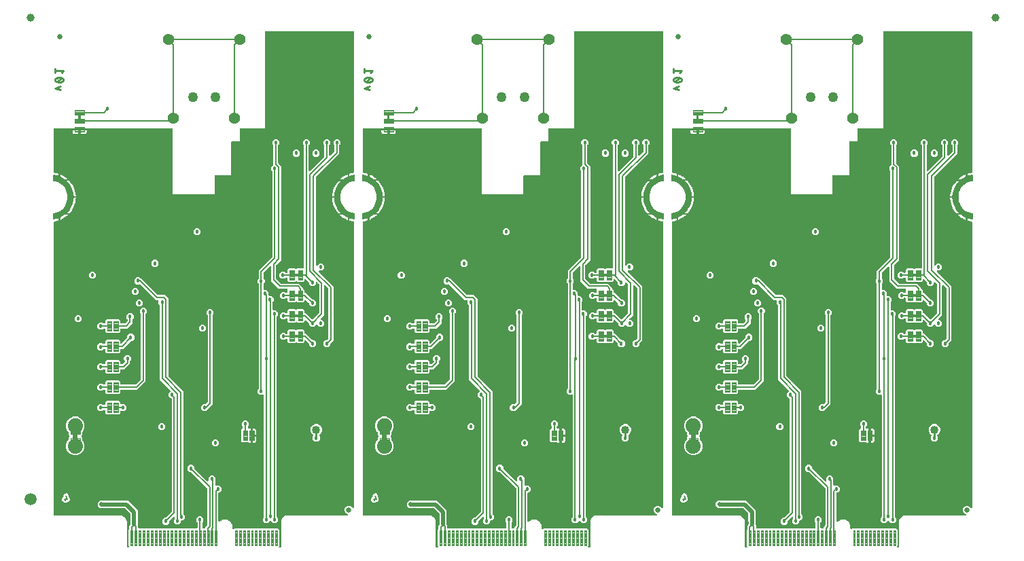
<source format=gbl>
G04 EAGLE Gerber RS-274X export*
G75*
%MOMM*%
%FSLAX34Y34*%
%LPD*%
%INBottom Copper*%
%IPPOS*%
%AMOC8*
5,1,8,0,0,1.08239X$1,22.5*%
G01*
%ADD10C,0.254000*%
%ADD11C,0.203200*%
%ADD12C,0.635000*%
%ADD13C,0.101600*%
%ADD14C,1.879600*%
%ADD15C,0.101500*%
%ADD16C,0.609600*%
%ADD17C,0.099059*%
%ADD18C,1.016000*%
%ADD19C,1.425000*%
%ADD20C,1.275000*%
%ADD21C,1.000000*%
%ADD22C,1.500000*%
%ADD23C,0.457200*%
%ADD24C,0.508000*%

G36*
X865855Y3053D02*
X865855Y3053D01*
X865885Y3050D01*
X865996Y3073D01*
X866108Y3089D01*
X866134Y3101D01*
X866163Y3106D01*
X866264Y3159D01*
X866367Y3205D01*
X866390Y3224D01*
X866416Y3237D01*
X866498Y3315D01*
X866584Y3388D01*
X866600Y3413D01*
X866622Y3433D01*
X866679Y3531D01*
X866742Y3625D01*
X866751Y3653D01*
X866765Y3678D01*
X866793Y3788D01*
X866828Y3896D01*
X866828Y3926D01*
X866835Y3954D01*
X866832Y4067D01*
X866835Y4180D01*
X866827Y4209D01*
X866826Y4238D01*
X866792Y4346D01*
X866763Y4455D01*
X866748Y4481D01*
X866739Y4509D01*
X866693Y4573D01*
X866618Y4700D01*
X866572Y4743D01*
X866544Y4782D01*
X866371Y4955D01*
X866371Y25545D01*
X866807Y25981D01*
X866860Y26051D01*
X866920Y26115D01*
X866945Y26164D01*
X866978Y26209D01*
X867009Y26290D01*
X867049Y26368D01*
X867057Y26416D01*
X867079Y26474D01*
X867092Y26622D01*
X867105Y26699D01*
X867105Y30143D01*
X868153Y31191D01*
X868206Y31261D01*
X868266Y31325D01*
X868291Y31375D01*
X868324Y31419D01*
X868355Y31500D01*
X868395Y31578D01*
X868403Y31626D01*
X868425Y31684D01*
X868438Y31832D01*
X868451Y31909D01*
X868451Y45315D01*
X868438Y45402D01*
X868436Y45489D01*
X868419Y45542D01*
X868411Y45597D01*
X868375Y45677D01*
X868348Y45760D01*
X868320Y45799D01*
X868295Y45856D01*
X868199Y45970D01*
X868153Y46033D01*
X862127Y52060D01*
X862057Y52112D01*
X861993Y52172D01*
X861944Y52198D01*
X861899Y52231D01*
X861818Y52262D01*
X861740Y52302D01*
X861692Y52310D01*
X861634Y52332D01*
X861486Y52344D01*
X861409Y52357D01*
X830489Y52357D01*
X827811Y55036D01*
X827811Y59044D01*
X830489Y61723D01*
X834296Y61723D01*
X834334Y61688D01*
X834383Y61662D01*
X834427Y61629D01*
X834509Y61598D01*
X834587Y61558D01*
X834635Y61550D01*
X834693Y61528D01*
X834841Y61516D01*
X834918Y61503D01*
X865618Y61503D01*
X877596Y49524D01*
X877596Y31909D01*
X877608Y31823D01*
X877611Y31735D01*
X877628Y31683D01*
X877636Y31628D01*
X877672Y31548D01*
X877699Y31465D01*
X877727Y31426D01*
X877752Y31368D01*
X877848Y31255D01*
X877894Y31191D01*
X878202Y30883D01*
X878202Y28048D01*
X878210Y27990D01*
X878209Y27932D01*
X878230Y27850D01*
X878242Y27766D01*
X878266Y27713D01*
X878281Y27657D01*
X878324Y27584D01*
X878358Y27507D01*
X878396Y27462D01*
X878426Y27412D01*
X878487Y27354D01*
X878542Y27290D01*
X878591Y27258D01*
X878633Y27218D01*
X878708Y27179D01*
X878779Y27132D01*
X878834Y27115D01*
X878886Y27088D01*
X878954Y27077D01*
X879050Y27047D01*
X879149Y27044D01*
X879217Y27033D01*
X951089Y27033D01*
X951147Y27041D01*
X951206Y27039D01*
X951287Y27061D01*
X951371Y27073D01*
X951424Y27096D01*
X951481Y27111D01*
X951553Y27154D01*
X951630Y27189D01*
X951675Y27227D01*
X951725Y27256D01*
X951783Y27318D01*
X951847Y27372D01*
X951880Y27421D01*
X951920Y27464D01*
X951958Y27539D01*
X952005Y27609D01*
X952023Y27665D01*
X952049Y27717D01*
X952061Y27785D01*
X952091Y27880D01*
X952093Y27980D01*
X952105Y28048D01*
X952105Y34191D01*
X952092Y34278D01*
X952090Y34365D01*
X952073Y34418D01*
X952065Y34473D01*
X952029Y34553D01*
X952002Y34636D01*
X951974Y34675D01*
X951949Y34732D01*
X951853Y34846D01*
X951807Y34909D01*
X950815Y35901D01*
X950815Y39479D01*
X953345Y42009D01*
X956923Y42009D01*
X959453Y39479D01*
X959453Y35901D01*
X958500Y34948D01*
X958447Y34879D01*
X958387Y34815D01*
X958362Y34765D01*
X958329Y34721D01*
X958297Y34640D01*
X958258Y34562D01*
X958250Y34514D01*
X958227Y34456D01*
X958215Y34308D01*
X958202Y34231D01*
X958202Y28048D01*
X958210Y27990D01*
X958209Y27932D01*
X958230Y27850D01*
X958242Y27766D01*
X958266Y27713D01*
X958281Y27657D01*
X958324Y27584D01*
X958358Y27507D01*
X958396Y27462D01*
X958426Y27412D01*
X958487Y27354D01*
X958542Y27290D01*
X958591Y27258D01*
X958633Y27218D01*
X958708Y27179D01*
X958779Y27132D01*
X958834Y27115D01*
X958886Y27088D01*
X958954Y27077D01*
X959050Y27047D01*
X959149Y27044D01*
X959217Y27033D01*
X961089Y27033D01*
X961147Y27041D01*
X961206Y27039D01*
X961287Y27061D01*
X961371Y27073D01*
X961424Y27096D01*
X961481Y27111D01*
X961553Y27154D01*
X961630Y27189D01*
X961675Y27227D01*
X961725Y27256D01*
X961783Y27318D01*
X961847Y27372D01*
X961880Y27421D01*
X961920Y27464D01*
X961958Y27539D01*
X962005Y27609D01*
X962023Y27665D01*
X962049Y27717D01*
X962061Y27785D01*
X962091Y27880D01*
X962093Y27980D01*
X962105Y28048D01*
X962105Y28713D01*
X963907Y30515D01*
X963960Y30585D01*
X964020Y30649D01*
X964045Y30699D01*
X964078Y30743D01*
X964109Y30824D01*
X964149Y30902D01*
X964157Y30950D01*
X964179Y31008D01*
X964192Y31156D01*
X964205Y31233D01*
X964205Y76654D01*
X964192Y76741D01*
X964190Y76828D01*
X964173Y76881D01*
X964165Y76936D01*
X964129Y77016D01*
X964102Y77099D01*
X964074Y77138D01*
X964049Y77195D01*
X963953Y77308D01*
X963907Y77372D01*
X943965Y97314D01*
X943896Y97367D01*
X943832Y97427D01*
X943782Y97452D01*
X943738Y97485D01*
X943656Y97516D01*
X943579Y97556D01*
X943531Y97564D01*
X943472Y97586D01*
X943325Y97598D01*
X943247Y97611D01*
X941872Y97611D01*
X939342Y100141D01*
X939342Y103719D01*
X941872Y106249D01*
X945450Y106249D01*
X947980Y103719D01*
X947980Y102344D01*
X947992Y102257D01*
X947995Y102170D01*
X948012Y102117D01*
X948019Y102062D01*
X948055Y101982D01*
X948082Y101899D01*
X948110Y101860D01*
X948136Y101803D01*
X948231Y101690D01*
X948277Y101626D01*
X963822Y86081D01*
X963845Y86063D01*
X963864Y86041D01*
X963958Y85978D01*
X964049Y85910D01*
X964076Y85899D01*
X964101Y85883D01*
X964209Y85849D01*
X964315Y85809D01*
X964344Y85806D01*
X964372Y85797D01*
X964485Y85795D01*
X964598Y85785D01*
X964627Y85791D01*
X964656Y85790D01*
X964766Y85819D01*
X964877Y85841D01*
X964903Y85855D01*
X964931Y85862D01*
X965028Y85920D01*
X965129Y85972D01*
X965150Y85992D01*
X965175Y86007D01*
X965253Y86090D01*
X965335Y86168D01*
X965350Y86193D01*
X965370Y86215D01*
X965422Y86315D01*
X965479Y86413D01*
X965486Y86442D01*
X965499Y86468D01*
X965512Y86545D01*
X965549Y86689D01*
X965547Y86751D01*
X965555Y86799D01*
X965555Y90537D01*
X968085Y93066D01*
X971663Y93066D01*
X974192Y90537D01*
X974192Y89161D01*
X974205Y89074D01*
X974207Y88987D01*
X974224Y88934D01*
X974232Y88879D01*
X974268Y88800D01*
X974295Y88716D01*
X974302Y88706D01*
X974302Y81186D01*
X974306Y81157D01*
X974304Y81128D01*
X974326Y81017D01*
X974342Y80905D01*
X974354Y80878D01*
X974360Y80849D01*
X974412Y80749D01*
X974458Y80645D01*
X974477Y80623D01*
X974491Y80597D01*
X974569Y80515D01*
X974642Y80428D01*
X974666Y80412D01*
X974687Y80391D01*
X974784Y80333D01*
X974879Y80271D01*
X974907Y80262D01*
X974932Y80247D01*
X975042Y80219D01*
X975150Y80185D01*
X975179Y80184D01*
X975207Y80177D01*
X975321Y80180D01*
X975434Y80178D01*
X975462Y80185D01*
X975491Y80186D01*
X975599Y80221D01*
X975709Y80249D01*
X975734Y80264D01*
X975762Y80273D01*
X975826Y80319D01*
X975953Y80395D01*
X975996Y80440D01*
X976035Y80468D01*
X979613Y80468D01*
X982143Y77938D01*
X982143Y74360D01*
X979613Y71830D01*
X979217Y71830D01*
X979160Y71822D01*
X979101Y71824D01*
X979019Y71802D01*
X978936Y71791D01*
X978883Y71767D01*
X978826Y71752D01*
X978754Y71709D01*
X978676Y71674D01*
X978632Y71637D01*
X978582Y71607D01*
X978524Y71545D01*
X978459Y71491D01*
X978427Y71442D01*
X978387Y71399D01*
X978349Y71324D01*
X978302Y71254D01*
X978284Y71198D01*
X978258Y71146D01*
X978246Y71078D01*
X978216Y70983D01*
X978214Y70883D01*
X978202Y70815D01*
X978202Y36476D01*
X978208Y36438D01*
X978205Y36398D01*
X978227Y36297D01*
X978242Y36195D01*
X978258Y36159D01*
X978266Y36121D01*
X978316Y36030D01*
X978358Y35935D01*
X978384Y35906D01*
X978402Y35871D01*
X978475Y35797D01*
X978542Y35718D01*
X978575Y35697D01*
X978602Y35669D01*
X978692Y35618D01*
X978779Y35561D01*
X978816Y35549D01*
X978850Y35530D01*
X978951Y35506D01*
X979050Y35475D01*
X979089Y35474D01*
X979127Y35465D01*
X979230Y35470D01*
X979334Y35468D01*
X979372Y35478D01*
X979411Y35480D01*
X979484Y35507D01*
X979609Y35540D01*
X979673Y35578D01*
X979725Y35597D01*
X983977Y38054D01*
X988829Y38054D01*
X993031Y35627D01*
X995454Y31423D01*
X995452Y28999D01*
X995452Y28998D01*
X995452Y27077D01*
X995456Y27048D01*
X995454Y27019D01*
X995476Y26908D01*
X995492Y26796D01*
X995504Y26769D01*
X995510Y26740D01*
X995562Y26639D01*
X995608Y26536D01*
X995627Y26514D01*
X995641Y26488D01*
X995719Y26406D01*
X995792Y26319D01*
X995816Y26303D01*
X995837Y26282D01*
X995934Y26224D01*
X996029Y26162D01*
X996056Y26153D01*
X996082Y26138D01*
X996192Y26110D01*
X996300Y26076D01*
X996329Y26075D01*
X996357Y26068D01*
X996470Y26072D01*
X996584Y26069D01*
X996612Y26076D01*
X996641Y26077D01*
X996749Y26112D01*
X996859Y26140D01*
X996884Y26155D01*
X996912Y26164D01*
X996976Y26210D01*
X997103Y26286D01*
X997146Y26331D01*
X997185Y26359D01*
X997859Y27033D01*
X1052448Y27033D01*
X1053936Y25545D01*
X1053936Y4955D01*
X1053763Y4782D01*
X1053745Y4758D01*
X1053723Y4739D01*
X1053660Y4645D01*
X1053592Y4555D01*
X1053581Y4527D01*
X1053565Y4503D01*
X1053531Y4395D01*
X1053491Y4289D01*
X1053488Y4260D01*
X1053479Y4232D01*
X1053476Y4119D01*
X1053467Y4006D01*
X1053473Y3977D01*
X1053472Y3948D01*
X1053501Y3838D01*
X1053523Y3727D01*
X1053536Y3701D01*
X1053544Y3673D01*
X1053602Y3575D01*
X1053654Y3475D01*
X1053674Y3453D01*
X1053689Y3428D01*
X1053772Y3351D01*
X1053850Y3269D01*
X1053875Y3254D01*
X1053896Y3234D01*
X1053997Y3182D01*
X1054095Y3125D01*
X1054123Y3118D01*
X1054150Y3104D01*
X1054227Y3091D01*
X1054370Y3055D01*
X1054433Y3057D01*
X1054481Y3049D01*
X1055339Y3049D01*
X1055397Y3057D01*
X1055456Y3055D01*
X1055537Y3077D01*
X1055621Y3089D01*
X1055674Y3112D01*
X1055731Y3127D01*
X1055803Y3170D01*
X1055880Y3205D01*
X1055925Y3243D01*
X1055975Y3272D01*
X1056033Y3334D01*
X1056097Y3388D01*
X1056130Y3437D01*
X1056170Y3480D01*
X1056208Y3555D01*
X1056255Y3625D01*
X1056273Y3681D01*
X1056299Y3733D01*
X1056311Y3801D01*
X1056341Y3896D01*
X1056343Y3996D01*
X1056355Y4064D01*
X1056355Y34948D01*
X1056353Y34962D01*
X1056354Y34974D01*
X1056301Y37045D01*
X1058330Y40776D01*
X1061952Y42993D01*
X1062453Y43006D01*
X1062527Y43018D01*
X1062601Y43021D01*
X1062666Y43042D01*
X1062707Y43049D01*
X1064102Y43049D01*
X1064116Y43051D01*
X1064128Y43049D01*
X1065530Y43085D01*
X1065576Y43069D01*
X1065700Y43061D01*
X1065776Y43049D01*
X1138723Y43049D01*
X1138808Y43061D01*
X1138894Y43063D01*
X1138948Y43081D01*
X1139004Y43089D01*
X1139083Y43124D01*
X1139165Y43150D01*
X1139212Y43182D01*
X1139264Y43205D01*
X1139329Y43260D01*
X1139401Y43308D01*
X1139437Y43352D01*
X1139481Y43388D01*
X1139528Y43460D01*
X1139584Y43526D01*
X1139607Y43578D01*
X1139638Y43625D01*
X1139664Y43707D01*
X1139699Y43786D01*
X1139707Y43842D01*
X1139724Y43896D01*
X1139726Y43982D01*
X1139738Y44067D01*
X1139730Y44123D01*
X1139731Y44180D01*
X1139710Y44263D01*
X1139697Y44349D01*
X1139674Y44400D01*
X1139660Y44455D01*
X1139616Y44529D01*
X1139580Y44608D01*
X1139543Y44651D01*
X1139514Y44700D01*
X1139452Y44759D01*
X1139396Y44824D01*
X1139354Y44850D01*
X1139307Y44894D01*
X1139178Y44960D01*
X1139111Y45002D01*
X1137703Y45585D01*
X1136238Y47050D01*
X1135446Y48964D01*
X1135446Y51036D01*
X1136238Y52950D01*
X1137703Y54415D01*
X1139618Y55208D01*
X1141689Y55208D01*
X1143603Y54415D01*
X1145068Y52950D01*
X1145151Y52749D01*
X1145195Y52675D01*
X1145230Y52597D01*
X1145267Y52553D01*
X1145296Y52504D01*
X1145358Y52445D01*
X1145414Y52380D01*
X1145461Y52348D01*
X1145503Y52309D01*
X1145579Y52270D01*
X1145651Y52222D01*
X1145705Y52205D01*
X1145755Y52179D01*
X1145840Y52162D01*
X1145922Y52136D01*
X1145978Y52135D01*
X1146034Y52124D01*
X1146120Y52131D01*
X1146206Y52129D01*
X1146261Y52144D01*
X1146317Y52148D01*
X1146398Y52179D01*
X1146481Y52201D01*
X1146530Y52230D01*
X1146583Y52250D01*
X1146651Y52302D01*
X1146725Y52346D01*
X1146764Y52388D01*
X1146809Y52422D01*
X1146861Y52491D01*
X1146920Y52554D01*
X1146946Y52604D01*
X1146980Y52650D01*
X1147010Y52730D01*
X1147049Y52807D01*
X1147057Y52855D01*
X1147080Y52916D01*
X1147092Y53060D01*
X1147105Y53138D01*
X1147105Y408829D01*
X1147103Y408838D01*
X1147105Y408846D01*
X1147084Y408978D01*
X1147065Y409110D01*
X1147061Y409119D01*
X1147060Y409127D01*
X1147003Y409248D01*
X1146949Y409370D01*
X1146943Y409377D01*
X1146939Y409385D01*
X1146851Y409485D01*
X1146765Y409587D01*
X1146758Y409592D01*
X1146752Y409598D01*
X1146640Y409670D01*
X1146528Y409744D01*
X1146520Y409747D01*
X1146512Y409752D01*
X1146460Y409766D01*
X1146257Y409830D01*
X1146218Y409831D01*
X1146188Y409839D01*
X1145786Y409879D01*
X1143262Y410398D01*
X1142645Y410524D01*
X1141169Y410993D01*
X1141169Y413746D01*
X1143565Y412957D01*
X1143575Y412956D01*
X1143600Y412948D01*
X1147611Y412254D01*
X1147649Y412259D01*
X1147687Y412253D01*
X1147717Y412266D01*
X1147750Y412270D01*
X1147780Y412294D01*
X1147815Y412310D01*
X1147833Y412337D01*
X1147858Y412358D01*
X1147871Y412395D01*
X1147892Y412427D01*
X1147900Y412484D01*
X1147903Y412491D01*
X1147902Y412494D01*
X1147903Y412500D01*
X1147903Y420000D01*
X1147900Y420009D01*
X1147900Y420011D01*
X1147898Y420017D01*
X1147884Y420065D01*
X1147865Y420132D01*
X1147864Y420133D01*
X1147863Y420134D01*
X1147811Y420180D01*
X1147761Y420225D01*
X1147759Y420226D01*
X1147758Y420226D01*
X1147756Y420227D01*
X1147689Y420247D01*
X1144791Y420670D01*
X1142013Y421536D01*
X1139405Y422826D01*
X1137031Y424508D01*
X1134949Y426540D01*
X1133211Y428873D01*
X1131859Y431450D01*
X1130927Y434206D01*
X1130438Y437074D01*
X1130403Y440000D01*
X1130438Y442926D01*
X1130927Y445794D01*
X1131859Y448550D01*
X1133211Y451127D01*
X1134949Y453460D01*
X1137031Y455492D01*
X1139405Y457174D01*
X1142013Y458464D01*
X1144791Y459330D01*
X1147689Y459753D01*
X1147751Y459781D01*
X1147815Y459810D01*
X1147815Y459811D01*
X1147817Y459812D01*
X1147853Y459869D01*
X1147892Y459927D01*
X1147892Y459928D01*
X1147892Y459929D01*
X1147892Y459932D01*
X1147903Y460000D01*
X1147903Y467500D01*
X1147892Y467538D01*
X1147891Y467577D01*
X1147873Y467603D01*
X1147863Y467634D01*
X1147834Y467660D01*
X1147812Y467692D01*
X1147782Y467705D01*
X1147758Y467726D01*
X1147719Y467732D01*
X1147684Y467747D01*
X1147628Y467746D01*
X1147620Y467747D01*
X1147617Y467746D01*
X1147609Y467745D01*
X1143611Y467025D01*
X1143603Y467021D01*
X1143576Y467016D01*
X1141169Y466209D01*
X1141169Y468965D01*
X1142643Y469443D01*
X1145151Y469976D01*
X1145770Y470107D01*
X1146196Y470152D01*
X1146201Y470153D01*
X1146206Y470153D01*
X1146337Y470188D01*
X1146472Y470221D01*
X1146476Y470224D01*
X1146481Y470225D01*
X1146597Y470294D01*
X1146718Y470364D01*
X1146721Y470368D01*
X1146725Y470370D01*
X1146820Y470471D01*
X1146914Y470570D01*
X1146916Y470574D01*
X1146920Y470578D01*
X1146982Y470700D01*
X1147046Y470822D01*
X1147047Y470826D01*
X1147049Y470831D01*
X1147055Y470867D01*
X1147103Y471100D01*
X1147100Y471134D01*
X1147105Y471162D01*
X1147105Y645936D01*
X1147096Y645994D01*
X1147098Y646052D01*
X1147077Y646134D01*
X1147065Y646218D01*
X1147041Y646271D01*
X1147026Y646327D01*
X1146983Y646400D01*
X1146949Y646477D01*
X1146911Y646522D01*
X1146881Y646572D01*
X1146819Y646630D01*
X1146765Y646694D01*
X1146716Y646726D01*
X1146674Y646766D01*
X1146599Y646805D01*
X1146528Y646852D01*
X1146472Y646869D01*
X1146420Y646896D01*
X1146352Y646907D01*
X1146257Y646937D01*
X1146157Y646940D01*
X1146089Y646951D01*
X1037153Y646951D01*
X1037096Y646943D01*
X1037037Y646945D01*
X1036955Y646923D01*
X1036872Y646911D01*
X1036819Y646888D01*
X1036762Y646873D01*
X1036690Y646830D01*
X1036613Y646795D01*
X1036568Y646757D01*
X1036518Y646728D01*
X1036460Y646666D01*
X1036396Y646612D01*
X1036363Y646563D01*
X1036323Y646520D01*
X1036285Y646445D01*
X1036238Y646375D01*
X1036220Y646319D01*
X1036194Y646267D01*
X1036182Y646199D01*
X1036152Y646104D01*
X1036150Y646004D01*
X1036138Y645936D01*
X1036138Y526005D01*
X1005535Y526005D01*
X1005477Y525997D01*
X1005419Y525999D01*
X1005337Y525977D01*
X1005254Y525965D01*
X1005200Y525941D01*
X1005144Y525927D01*
X1005071Y525884D01*
X1004994Y525849D01*
X1004950Y525811D01*
X1004899Y525781D01*
X1004842Y525720D01*
X1004777Y525665D01*
X1004745Y525617D01*
X1004705Y525574D01*
X1004666Y525499D01*
X1004620Y525429D01*
X1004602Y525373D01*
X1004575Y525321D01*
X1004564Y525253D01*
X1004534Y525158D01*
X1004531Y525058D01*
X1004520Y524990D01*
X1004520Y509320D01*
X994867Y509320D01*
X994809Y509312D01*
X994751Y509313D01*
X994669Y509292D01*
X994586Y509280D01*
X994532Y509256D01*
X994476Y509242D01*
X994403Y509199D01*
X994326Y509164D01*
X994282Y509126D01*
X994231Y509096D01*
X994174Y509035D01*
X994109Y508980D01*
X994077Y508932D01*
X994037Y508889D01*
X993998Y508814D01*
X993952Y508744D01*
X993934Y508688D01*
X993907Y508636D01*
X993896Y508568D01*
X993866Y508473D01*
X993863Y508373D01*
X993852Y508305D01*
X993852Y467435D01*
X974293Y467435D01*
X974235Y467427D01*
X974177Y467429D01*
X974095Y467407D01*
X974012Y467396D01*
X973958Y467372D01*
X973902Y467357D01*
X973829Y467314D01*
X973752Y467279D01*
X973708Y467242D01*
X973657Y467212D01*
X973600Y467150D01*
X973535Y467096D01*
X973503Y467047D01*
X973463Y467004D01*
X973424Y466929D01*
X973378Y466859D01*
X973360Y466803D01*
X973333Y466751D01*
X973322Y466683D01*
X973292Y466588D01*
X973289Y466488D01*
X973278Y466420D01*
X973278Y443407D01*
X921384Y443407D01*
X921384Y525000D01*
X921376Y525058D01*
X921378Y525116D01*
X921356Y525198D01*
X921344Y525282D01*
X921321Y525335D01*
X921306Y525391D01*
X921263Y525464D01*
X921228Y525541D01*
X921190Y525586D01*
X921161Y525636D01*
X921099Y525694D01*
X921045Y525758D01*
X920996Y525790D01*
X920953Y525830D01*
X920878Y525869D01*
X920808Y525916D01*
X920752Y525933D01*
X920700Y525960D01*
X920632Y525971D01*
X920537Y526001D01*
X920437Y526004D01*
X920369Y526015D01*
X805789Y526015D01*
X805731Y526007D01*
X805672Y526009D01*
X805591Y525987D01*
X805507Y525975D01*
X805454Y525952D01*
X805397Y525937D01*
X805325Y525894D01*
X805248Y525859D01*
X805203Y525821D01*
X805153Y525792D01*
X805149Y525788D01*
X805145Y525790D01*
X805102Y525830D01*
X805027Y525869D01*
X804957Y525916D01*
X804901Y525933D01*
X804849Y525960D01*
X804781Y525971D01*
X804686Y526001D01*
X804586Y526004D01*
X804518Y526015D01*
X774217Y526015D01*
X774160Y526007D01*
X774101Y526009D01*
X774019Y525987D01*
X773936Y525975D01*
X773883Y525952D01*
X773826Y525937D01*
X773754Y525894D01*
X773676Y525859D01*
X773632Y525821D01*
X773582Y525792D01*
X773524Y525730D01*
X773459Y525676D01*
X773427Y525627D01*
X773387Y525584D01*
X773349Y525509D01*
X773302Y525439D01*
X773284Y525383D01*
X773258Y525331D01*
X773246Y525263D01*
X773216Y525168D01*
X773214Y525068D01*
X773202Y525000D01*
X773202Y471171D01*
X773203Y471162D01*
X773202Y471154D01*
X773223Y471022D01*
X773242Y470890D01*
X773246Y470881D01*
X773247Y470873D01*
X773304Y470752D01*
X773358Y470630D01*
X773364Y470623D01*
X773368Y470615D01*
X773456Y470515D01*
X773542Y470413D01*
X773549Y470408D01*
X773555Y470402D01*
X773667Y470330D01*
X773779Y470256D01*
X773787Y470253D01*
X773794Y470248D01*
X773846Y470234D01*
X774050Y470170D01*
X774088Y470169D01*
X774118Y470161D01*
X774521Y470121D01*
X777661Y469476D01*
X779138Y469007D01*
X779138Y466254D01*
X776742Y467044D01*
X776732Y467044D01*
X776707Y467052D01*
X772696Y467746D01*
X772658Y467741D01*
X772620Y467747D01*
X772590Y467734D01*
X772557Y467730D01*
X772527Y467706D01*
X772492Y467690D01*
X772474Y467663D01*
X772448Y467642D01*
X772436Y467605D01*
X772415Y467574D01*
X772407Y467516D01*
X772404Y467509D01*
X772405Y467506D01*
X772404Y467500D01*
X772404Y460000D01*
X772423Y459935D01*
X772442Y459868D01*
X772443Y459867D01*
X772443Y459866D01*
X772496Y459820D01*
X772546Y459775D01*
X772548Y459774D01*
X772549Y459774D01*
X772551Y459773D01*
X772617Y459753D01*
X775516Y459330D01*
X778293Y458464D01*
X780902Y457174D01*
X783276Y455492D01*
X785357Y453460D01*
X787096Y451127D01*
X788447Y448550D01*
X789380Y445794D01*
X789869Y442926D01*
X789904Y440000D01*
X789869Y437074D01*
X789380Y434206D01*
X788447Y431450D01*
X787096Y428873D01*
X785357Y426540D01*
X783276Y424508D01*
X780902Y422826D01*
X778293Y421536D01*
X775516Y420670D01*
X772617Y420247D01*
X772556Y420219D01*
X772492Y420190D01*
X772491Y420189D01*
X772490Y420188D01*
X772453Y420131D01*
X772415Y420074D01*
X772415Y420072D01*
X772414Y420071D01*
X772414Y420068D01*
X772404Y420000D01*
X772404Y412500D01*
X772415Y412462D01*
X772416Y412423D01*
X772434Y412397D01*
X772443Y412366D01*
X772473Y412340D01*
X772495Y412308D01*
X772524Y412295D01*
X772549Y412274D01*
X772587Y412268D01*
X772623Y412253D01*
X772679Y412254D01*
X772687Y412253D01*
X772690Y412254D01*
X772698Y412255D01*
X776696Y412975D01*
X776704Y412979D01*
X776731Y412984D01*
X779138Y413791D01*
X779138Y411035D01*
X777664Y410557D01*
X774537Y409893D01*
X774111Y409848D01*
X774106Y409847D01*
X774101Y409847D01*
X773970Y409812D01*
X773835Y409779D01*
X773831Y409776D01*
X773826Y409775D01*
X773710Y409706D01*
X773589Y409636D01*
X773586Y409632D01*
X773582Y409630D01*
X773487Y409529D01*
X773393Y409430D01*
X773390Y409426D01*
X773387Y409422D01*
X773324Y409299D01*
X773261Y409178D01*
X773260Y409174D01*
X773258Y409169D01*
X773251Y409133D01*
X773204Y408900D01*
X773207Y408866D01*
X773202Y408838D01*
X773202Y44064D01*
X773210Y44006D01*
X773209Y43948D01*
X773230Y43866D01*
X773242Y43782D01*
X773266Y43729D01*
X773281Y43673D01*
X773324Y43600D01*
X773358Y43523D01*
X773396Y43478D01*
X773426Y43428D01*
X773487Y43370D01*
X773542Y43306D01*
X773591Y43274D01*
X773633Y43234D01*
X773708Y43195D01*
X773779Y43148D01*
X773834Y43131D01*
X773886Y43104D01*
X773954Y43093D01*
X774050Y43063D01*
X774149Y43060D01*
X774217Y43049D01*
X855604Y43049D01*
X855618Y43051D01*
X855629Y43049D01*
X857769Y43101D01*
X861615Y41004D01*
X863898Y37264D01*
X863912Y36699D01*
X863924Y36625D01*
X863926Y36550D01*
X863947Y36486D01*
X863952Y36456D01*
X863952Y35049D01*
X863954Y35036D01*
X863952Y35024D01*
X863987Y33617D01*
X863972Y33576D01*
X863965Y33450D01*
X863952Y33374D01*
X863952Y4064D01*
X863960Y4006D01*
X863959Y3948D01*
X863980Y3866D01*
X863992Y3782D01*
X864016Y3729D01*
X864031Y3673D01*
X864074Y3600D01*
X864108Y3523D01*
X864146Y3478D01*
X864176Y3428D01*
X864237Y3370D01*
X864292Y3306D01*
X864341Y3274D01*
X864383Y3234D01*
X864458Y3195D01*
X864529Y3148D01*
X864584Y3131D01*
X864636Y3104D01*
X864704Y3093D01*
X864800Y3063D01*
X864899Y3060D01*
X864967Y3049D01*
X865826Y3049D01*
X865855Y3053D01*
G37*
G36*
X480791Y3053D02*
X480791Y3053D01*
X480821Y3050D01*
X480932Y3073D01*
X481044Y3089D01*
X481070Y3101D01*
X481099Y3106D01*
X481200Y3159D01*
X481303Y3205D01*
X481326Y3224D01*
X481352Y3237D01*
X481434Y3315D01*
X481520Y3388D01*
X481536Y3413D01*
X481558Y3433D01*
X481615Y3531D01*
X481678Y3625D01*
X481687Y3653D01*
X481701Y3678D01*
X481729Y3788D01*
X481764Y3896D01*
X481764Y3926D01*
X481771Y3954D01*
X481768Y4067D01*
X481771Y4180D01*
X481763Y4209D01*
X481762Y4238D01*
X481728Y4346D01*
X481699Y4455D01*
X481684Y4481D01*
X481675Y4509D01*
X481629Y4573D01*
X481554Y4700D01*
X481508Y4743D01*
X481480Y4782D01*
X481307Y4955D01*
X481307Y25545D01*
X481743Y25981D01*
X481796Y26051D01*
X481856Y26115D01*
X481881Y26164D01*
X481914Y26208D01*
X481945Y26290D01*
X481985Y26368D01*
X481993Y26416D01*
X482015Y26474D01*
X482028Y26622D01*
X482041Y26699D01*
X482041Y30143D01*
X483089Y31191D01*
X483142Y31261D01*
X483202Y31325D01*
X483227Y31375D01*
X483260Y31419D01*
X483291Y31500D01*
X483331Y31578D01*
X483339Y31626D01*
X483361Y31684D01*
X483374Y31832D01*
X483387Y31909D01*
X483387Y45315D01*
X483374Y45402D01*
X483372Y45489D01*
X483355Y45542D01*
X483347Y45597D01*
X483311Y45677D01*
X483284Y45760D01*
X483256Y45799D01*
X483231Y45856D01*
X483135Y45970D01*
X483089Y46033D01*
X477063Y52060D01*
X476993Y52112D01*
X476929Y52172D01*
X476880Y52198D01*
X476835Y52231D01*
X476754Y52262D01*
X476676Y52302D01*
X476628Y52310D01*
X476570Y52332D01*
X476422Y52344D01*
X476345Y52357D01*
X445425Y52357D01*
X442747Y55036D01*
X442747Y59044D01*
X445425Y61723D01*
X449232Y61723D01*
X449270Y61688D01*
X449319Y61662D01*
X449363Y61629D01*
X449445Y61598D01*
X449523Y61558D01*
X449571Y61550D01*
X449629Y61528D01*
X449777Y61516D01*
X449854Y61503D01*
X480554Y61503D01*
X492532Y49524D01*
X492532Y31909D01*
X492544Y31823D01*
X492547Y31735D01*
X492564Y31683D01*
X492572Y31628D01*
X492608Y31548D01*
X492635Y31465D01*
X492663Y31426D01*
X492688Y31368D01*
X492784Y31255D01*
X492830Y31191D01*
X493138Y30883D01*
X493138Y28048D01*
X493146Y27990D01*
X493145Y27932D01*
X493166Y27850D01*
X493178Y27766D01*
X493202Y27713D01*
X493217Y27657D01*
X493260Y27584D01*
X493294Y27507D01*
X493332Y27462D01*
X493362Y27412D01*
X493423Y27354D01*
X493478Y27290D01*
X493527Y27258D01*
X493569Y27218D01*
X493644Y27179D01*
X493715Y27132D01*
X493770Y27115D01*
X493822Y27088D01*
X493890Y27077D01*
X493986Y27047D01*
X494085Y27044D01*
X494153Y27033D01*
X566025Y27033D01*
X566083Y27041D01*
X566142Y27039D01*
X566223Y27061D01*
X566307Y27073D01*
X566360Y27096D01*
X566417Y27111D01*
X566489Y27154D01*
X566566Y27189D01*
X566611Y27227D01*
X566661Y27256D01*
X566719Y27318D01*
X566783Y27372D01*
X566816Y27421D01*
X566856Y27464D01*
X566894Y27539D01*
X566941Y27609D01*
X566959Y27665D01*
X566985Y27717D01*
X566997Y27785D01*
X567027Y27880D01*
X567029Y27980D01*
X567041Y28048D01*
X567041Y34191D01*
X567028Y34278D01*
X567026Y34365D01*
X567009Y34418D01*
X567001Y34473D01*
X566965Y34553D01*
X566938Y34636D01*
X566910Y34675D01*
X566885Y34732D01*
X566789Y34845D01*
X566743Y34909D01*
X565751Y35902D01*
X565751Y39479D01*
X568281Y42009D01*
X571859Y42009D01*
X574389Y39479D01*
X574389Y35902D01*
X573436Y34949D01*
X573383Y34879D01*
X573323Y34815D01*
X573298Y34766D01*
X573265Y34721D01*
X573233Y34640D01*
X573194Y34562D01*
X573186Y34514D01*
X573163Y34456D01*
X573151Y34308D01*
X573138Y34231D01*
X573138Y28048D01*
X573146Y27990D01*
X573145Y27932D01*
X573166Y27850D01*
X573178Y27766D01*
X573202Y27713D01*
X573217Y27657D01*
X573260Y27584D01*
X573294Y27507D01*
X573332Y27462D01*
X573362Y27412D01*
X573423Y27354D01*
X573478Y27290D01*
X573527Y27258D01*
X573569Y27218D01*
X573644Y27179D01*
X573715Y27132D01*
X573770Y27115D01*
X573822Y27088D01*
X573890Y27077D01*
X573986Y27047D01*
X574085Y27044D01*
X574153Y27033D01*
X576025Y27033D01*
X576083Y27041D01*
X576142Y27039D01*
X576223Y27061D01*
X576307Y27073D01*
X576360Y27096D01*
X576417Y27111D01*
X576489Y27154D01*
X576566Y27189D01*
X576611Y27227D01*
X576661Y27256D01*
X576719Y27318D01*
X576783Y27372D01*
X576816Y27421D01*
X576856Y27464D01*
X576894Y27539D01*
X576941Y27609D01*
X576959Y27665D01*
X576985Y27717D01*
X576997Y27785D01*
X577027Y27880D01*
X577029Y27980D01*
X577041Y28048D01*
X577041Y28713D01*
X578843Y30515D01*
X578896Y30585D01*
X578956Y30649D01*
X578981Y30699D01*
X579014Y30743D01*
X579045Y30824D01*
X579085Y30902D01*
X579093Y30950D01*
X579115Y31008D01*
X579128Y31156D01*
X579141Y31233D01*
X579141Y76654D01*
X579128Y76741D01*
X579126Y76828D01*
X579109Y76881D01*
X579101Y76936D01*
X579065Y77016D01*
X579038Y77099D01*
X579010Y77138D01*
X578985Y77195D01*
X578889Y77308D01*
X578843Y77372D01*
X558901Y97314D01*
X558832Y97367D01*
X558768Y97427D01*
X558718Y97452D01*
X558674Y97485D01*
X558592Y97516D01*
X558515Y97556D01*
X558467Y97564D01*
X558408Y97586D01*
X558261Y97598D01*
X558183Y97611D01*
X556808Y97611D01*
X554278Y100141D01*
X554278Y103719D01*
X556808Y106249D01*
X560386Y106249D01*
X562916Y103719D01*
X562916Y102344D01*
X562928Y102257D01*
X562931Y102170D01*
X562948Y102117D01*
X562955Y102062D01*
X562991Y101982D01*
X563018Y101899D01*
X563046Y101860D01*
X563072Y101803D01*
X563167Y101690D01*
X563213Y101626D01*
X578758Y86081D01*
X578781Y86063D01*
X578800Y86041D01*
X578894Y85978D01*
X578985Y85910D01*
X579012Y85899D01*
X579037Y85883D01*
X579145Y85849D01*
X579251Y85809D01*
X579280Y85806D01*
X579308Y85797D01*
X579421Y85795D01*
X579534Y85785D01*
X579563Y85791D01*
X579592Y85790D01*
X579702Y85819D01*
X579813Y85841D01*
X579839Y85855D01*
X579867Y85862D01*
X579964Y85920D01*
X580065Y85972D01*
X580086Y85992D01*
X580111Y86007D01*
X580189Y86090D01*
X580271Y86168D01*
X580286Y86193D01*
X580306Y86215D01*
X580358Y86315D01*
X580415Y86413D01*
X580422Y86442D01*
X580435Y86468D01*
X580448Y86545D01*
X580485Y86689D01*
X580483Y86751D01*
X580491Y86799D01*
X580491Y90537D01*
X583021Y93066D01*
X586599Y93066D01*
X589128Y90537D01*
X589128Y89161D01*
X589141Y89074D01*
X589143Y88987D01*
X589160Y88934D01*
X589168Y88879D01*
X589204Y88800D01*
X589231Y88716D01*
X589238Y88706D01*
X589238Y81186D01*
X589242Y81157D01*
X589240Y81128D01*
X589262Y81017D01*
X589278Y80905D01*
X589290Y80878D01*
X589296Y80849D01*
X589348Y80749D01*
X589394Y80645D01*
X589413Y80623D01*
X589427Y80597D01*
X589505Y80515D01*
X589578Y80428D01*
X589602Y80412D01*
X589623Y80391D01*
X589720Y80333D01*
X589815Y80271D01*
X589843Y80262D01*
X589868Y80247D01*
X589978Y80219D01*
X590086Y80185D01*
X590115Y80184D01*
X590143Y80177D01*
X590257Y80180D01*
X590370Y80178D01*
X590398Y80185D01*
X590427Y80186D01*
X590535Y80221D01*
X590645Y80249D01*
X590670Y80264D01*
X590698Y80273D01*
X590762Y80319D01*
X590889Y80395D01*
X590932Y80440D01*
X590971Y80468D01*
X594549Y80468D01*
X597079Y77938D01*
X597079Y74360D01*
X594549Y71830D01*
X594153Y71830D01*
X594096Y71822D01*
X594037Y71824D01*
X593955Y71802D01*
X593872Y71791D01*
X593819Y71767D01*
X593762Y71752D01*
X593690Y71709D01*
X593612Y71674D01*
X593568Y71637D01*
X593518Y71607D01*
X593460Y71545D01*
X593395Y71491D01*
X593363Y71442D01*
X593323Y71399D01*
X593285Y71324D01*
X593238Y71254D01*
X593220Y71198D01*
X593194Y71146D01*
X593182Y71078D01*
X593152Y70983D01*
X593150Y70883D01*
X593138Y70815D01*
X593138Y36476D01*
X593144Y36438D01*
X593141Y36398D01*
X593163Y36297D01*
X593178Y36195D01*
X593194Y36159D01*
X593202Y36121D01*
X593252Y36030D01*
X593294Y35935D01*
X593320Y35906D01*
X593338Y35871D01*
X593411Y35797D01*
X593478Y35718D01*
X593511Y35697D01*
X593538Y35669D01*
X593628Y35618D01*
X593715Y35561D01*
X593752Y35549D01*
X593786Y35530D01*
X593887Y35506D01*
X593986Y35475D01*
X594025Y35474D01*
X594063Y35465D01*
X594166Y35470D01*
X594270Y35468D01*
X594308Y35478D01*
X594347Y35480D01*
X594420Y35507D01*
X594545Y35540D01*
X594609Y35578D01*
X594661Y35597D01*
X598913Y38054D01*
X603765Y38054D01*
X607967Y35627D01*
X610390Y31423D01*
X610388Y28999D01*
X610388Y28998D01*
X610388Y27077D01*
X610392Y27048D01*
X610390Y27019D01*
X610412Y26908D01*
X610428Y26796D01*
X610440Y26769D01*
X610446Y26740D01*
X610498Y26639D01*
X610544Y26536D01*
X610563Y26514D01*
X610577Y26488D01*
X610655Y26406D01*
X610728Y26319D01*
X610752Y26303D01*
X610773Y26282D01*
X610870Y26224D01*
X610965Y26162D01*
X610992Y26153D01*
X611018Y26138D01*
X611128Y26110D01*
X611236Y26076D01*
X611265Y26075D01*
X611293Y26068D01*
X611406Y26072D01*
X611520Y26069D01*
X611548Y26076D01*
X611577Y26077D01*
X611685Y26112D01*
X611795Y26140D01*
X611820Y26155D01*
X611848Y26164D01*
X611912Y26210D01*
X612039Y26286D01*
X612082Y26331D01*
X612121Y26359D01*
X612795Y27033D01*
X667384Y27033D01*
X668872Y25545D01*
X668872Y4955D01*
X668699Y4782D01*
X668681Y4758D01*
X668659Y4739D01*
X668596Y4645D01*
X668528Y4555D01*
X668517Y4527D01*
X668501Y4503D01*
X668467Y4395D01*
X668427Y4289D01*
X668424Y4260D01*
X668415Y4232D01*
X668412Y4119D01*
X668403Y4006D01*
X668409Y3977D01*
X668408Y3948D01*
X668437Y3838D01*
X668459Y3727D01*
X668472Y3701D01*
X668480Y3673D01*
X668538Y3575D01*
X668590Y3475D01*
X668610Y3453D01*
X668625Y3428D01*
X668708Y3351D01*
X668786Y3269D01*
X668811Y3254D01*
X668832Y3234D01*
X668933Y3182D01*
X669031Y3125D01*
X669059Y3118D01*
X669086Y3104D01*
X669163Y3091D01*
X669306Y3055D01*
X669369Y3057D01*
X669417Y3049D01*
X670275Y3049D01*
X670333Y3057D01*
X670392Y3055D01*
X670473Y3077D01*
X670557Y3089D01*
X670610Y3112D01*
X670667Y3127D01*
X670739Y3170D01*
X670816Y3205D01*
X670861Y3243D01*
X670911Y3272D01*
X670969Y3334D01*
X671033Y3388D01*
X671066Y3437D01*
X671106Y3480D01*
X671144Y3555D01*
X671191Y3625D01*
X671209Y3681D01*
X671235Y3733D01*
X671247Y3801D01*
X671277Y3896D01*
X671279Y3996D01*
X671291Y4064D01*
X671291Y34948D01*
X671289Y34962D01*
X671290Y34974D01*
X671237Y37045D01*
X673266Y40776D01*
X676888Y42993D01*
X677389Y43006D01*
X677463Y43018D01*
X677537Y43021D01*
X677602Y43042D01*
X677643Y43049D01*
X679038Y43049D01*
X679052Y43051D01*
X679064Y43049D01*
X680466Y43085D01*
X680512Y43069D01*
X680636Y43061D01*
X680712Y43049D01*
X753659Y43049D01*
X753744Y43061D01*
X753830Y43063D01*
X753884Y43081D01*
X753940Y43089D01*
X754019Y43124D01*
X754101Y43150D01*
X754148Y43182D01*
X754200Y43205D01*
X754265Y43260D01*
X754337Y43308D01*
X754373Y43352D01*
X754417Y43388D01*
X754464Y43460D01*
X754520Y43526D01*
X754543Y43578D01*
X754574Y43625D01*
X754600Y43707D01*
X754635Y43786D01*
X754643Y43842D01*
X754660Y43896D01*
X754662Y43982D01*
X754674Y44067D01*
X754666Y44123D01*
X754667Y44180D01*
X754646Y44263D01*
X754633Y44349D01*
X754610Y44400D01*
X754596Y44455D01*
X754552Y44529D01*
X754516Y44608D01*
X754479Y44651D01*
X754450Y44700D01*
X754388Y44759D01*
X754332Y44824D01*
X754290Y44850D01*
X754243Y44894D01*
X754114Y44960D01*
X754047Y45002D01*
X752639Y45585D01*
X751174Y47050D01*
X750382Y48964D01*
X750382Y51036D01*
X751174Y52950D01*
X752639Y54415D01*
X754554Y55208D01*
X756625Y55208D01*
X758539Y54415D01*
X760004Y52950D01*
X760087Y52749D01*
X760131Y52675D01*
X760166Y52597D01*
X760203Y52553D01*
X760232Y52504D01*
X760294Y52445D01*
X760350Y52380D01*
X760397Y52348D01*
X760439Y52309D01*
X760515Y52270D01*
X760587Y52222D01*
X760641Y52205D01*
X760691Y52179D01*
X760776Y52162D01*
X760858Y52136D01*
X760914Y52135D01*
X760970Y52124D01*
X761056Y52131D01*
X761142Y52129D01*
X761197Y52144D01*
X761253Y52148D01*
X761334Y52179D01*
X761417Y52201D01*
X761466Y52230D01*
X761519Y52250D01*
X761587Y52302D01*
X761661Y52346D01*
X761700Y52388D01*
X761745Y52422D01*
X761797Y52491D01*
X761856Y52554D01*
X761882Y52604D01*
X761916Y52650D01*
X761946Y52730D01*
X761985Y52807D01*
X761993Y52855D01*
X762016Y52916D01*
X762028Y53060D01*
X762041Y53138D01*
X762041Y408829D01*
X762039Y408838D01*
X762041Y408846D01*
X762020Y408978D01*
X762001Y409110D01*
X761997Y409119D01*
X761996Y409127D01*
X761939Y409248D01*
X761885Y409370D01*
X761879Y409377D01*
X761875Y409385D01*
X761787Y409485D01*
X761701Y409587D01*
X761694Y409592D01*
X761688Y409598D01*
X761576Y409670D01*
X761464Y409744D01*
X761456Y409747D01*
X761448Y409752D01*
X761396Y409766D01*
X761193Y409830D01*
X761154Y409831D01*
X761124Y409839D01*
X760722Y409879D01*
X757582Y410524D01*
X756105Y410993D01*
X756105Y413746D01*
X758501Y412957D01*
X758511Y412956D01*
X758536Y412948D01*
X762547Y412254D01*
X762585Y412259D01*
X762623Y412253D01*
X762653Y412266D01*
X762686Y412270D01*
X762716Y412294D01*
X762751Y412310D01*
X762769Y412337D01*
X762794Y412358D01*
X762807Y412395D01*
X762828Y412427D01*
X762836Y412484D01*
X762839Y412491D01*
X762838Y412494D01*
X762839Y412500D01*
X762839Y420000D01*
X762836Y420009D01*
X762836Y420011D01*
X762834Y420017D01*
X762820Y420065D01*
X762801Y420132D01*
X762800Y420133D01*
X762799Y420134D01*
X762747Y420180D01*
X762697Y420225D01*
X762695Y420226D01*
X762694Y420226D01*
X762692Y420227D01*
X762625Y420247D01*
X759727Y420670D01*
X756949Y421536D01*
X754341Y422826D01*
X751967Y424508D01*
X749885Y426540D01*
X748147Y428873D01*
X746795Y431450D01*
X745863Y434206D01*
X745374Y437074D01*
X745339Y440000D01*
X745374Y442926D01*
X745863Y445794D01*
X746795Y448550D01*
X748147Y451127D01*
X749885Y453460D01*
X751967Y455492D01*
X754341Y457174D01*
X756949Y458464D01*
X759727Y459330D01*
X762625Y459753D01*
X762687Y459781D01*
X762751Y459810D01*
X762751Y459811D01*
X762753Y459812D01*
X762789Y459869D01*
X762828Y459927D01*
X762828Y459928D01*
X762828Y459929D01*
X762828Y459932D01*
X762839Y460000D01*
X762839Y467500D01*
X762828Y467538D01*
X762827Y467577D01*
X762809Y467603D01*
X762799Y467634D01*
X762770Y467660D01*
X762748Y467692D01*
X762718Y467705D01*
X762694Y467726D01*
X762655Y467732D01*
X762620Y467747D01*
X762564Y467746D01*
X762556Y467747D01*
X762553Y467746D01*
X762545Y467745D01*
X758547Y467025D01*
X758539Y467021D01*
X758512Y467016D01*
X756105Y466209D01*
X756105Y468965D01*
X757579Y469443D01*
X760706Y470107D01*
X761132Y470152D01*
X761137Y470153D01*
X761142Y470153D01*
X761273Y470188D01*
X761408Y470221D01*
X761412Y470224D01*
X761417Y470225D01*
X761533Y470294D01*
X761654Y470364D01*
X761657Y470368D01*
X761661Y470370D01*
X761756Y470471D01*
X761850Y470570D01*
X761852Y470574D01*
X761856Y470578D01*
X761918Y470700D01*
X761982Y470822D01*
X761983Y470826D01*
X761985Y470831D01*
X761991Y470867D01*
X762039Y471100D01*
X762036Y471134D01*
X762041Y471162D01*
X762041Y645936D01*
X762032Y645994D01*
X762034Y646052D01*
X762013Y646134D01*
X762001Y646218D01*
X761977Y646271D01*
X761962Y646327D01*
X761919Y646400D01*
X761885Y646477D01*
X761847Y646522D01*
X761817Y646572D01*
X761755Y646630D01*
X761701Y646694D01*
X761652Y646726D01*
X761610Y646766D01*
X761535Y646805D01*
X761464Y646852D01*
X761408Y646869D01*
X761356Y646896D01*
X761288Y646907D01*
X761193Y646937D01*
X761093Y646940D01*
X761025Y646951D01*
X652089Y646951D01*
X652032Y646943D01*
X651973Y646945D01*
X651891Y646923D01*
X651808Y646911D01*
X651755Y646888D01*
X651698Y646873D01*
X651626Y646830D01*
X651549Y646795D01*
X651504Y646757D01*
X651454Y646728D01*
X651396Y646666D01*
X651332Y646612D01*
X651299Y646563D01*
X651259Y646520D01*
X651221Y646445D01*
X651174Y646375D01*
X651156Y646319D01*
X651130Y646267D01*
X651118Y646199D01*
X651088Y646104D01*
X651086Y646004D01*
X651074Y645936D01*
X651074Y526005D01*
X620471Y526005D01*
X620413Y525997D01*
X620355Y525999D01*
X620273Y525977D01*
X620190Y525965D01*
X620136Y525941D01*
X620080Y525927D01*
X620007Y525884D01*
X619930Y525849D01*
X619886Y525811D01*
X619835Y525781D01*
X619778Y525720D01*
X619713Y525665D01*
X619681Y525617D01*
X619641Y525574D01*
X619602Y525499D01*
X619556Y525429D01*
X619538Y525373D01*
X619511Y525321D01*
X619500Y525253D01*
X619470Y525158D01*
X619467Y525058D01*
X619456Y524990D01*
X619456Y509320D01*
X609803Y509320D01*
X609745Y509312D01*
X609687Y509313D01*
X609605Y509292D01*
X609522Y509280D01*
X609468Y509256D01*
X609412Y509242D01*
X609339Y509199D01*
X609262Y509164D01*
X609218Y509126D01*
X609167Y509096D01*
X609110Y509035D01*
X609045Y508980D01*
X609013Y508932D01*
X608973Y508889D01*
X608934Y508814D01*
X608888Y508744D01*
X608870Y508688D01*
X608843Y508636D01*
X608832Y508568D01*
X608802Y508473D01*
X608799Y508373D01*
X608788Y508305D01*
X608788Y467435D01*
X589229Y467435D01*
X589171Y467427D01*
X589113Y467429D01*
X589031Y467407D01*
X588948Y467396D01*
X588894Y467372D01*
X588838Y467357D01*
X588765Y467314D01*
X588688Y467279D01*
X588644Y467242D01*
X588593Y467212D01*
X588536Y467150D01*
X588471Y467096D01*
X588439Y467047D01*
X588399Y467004D01*
X588360Y466929D01*
X588314Y466859D01*
X588296Y466803D01*
X588269Y466751D01*
X588258Y466683D01*
X588228Y466588D01*
X588225Y466488D01*
X588214Y466420D01*
X588214Y443407D01*
X536320Y443407D01*
X536320Y525000D01*
X536312Y525058D01*
X536314Y525116D01*
X536292Y525198D01*
X536280Y525282D01*
X536257Y525335D01*
X536242Y525391D01*
X536199Y525464D01*
X536164Y525541D01*
X536126Y525586D01*
X536097Y525636D01*
X536035Y525694D01*
X535981Y525758D01*
X535932Y525790D01*
X535889Y525830D01*
X535814Y525869D01*
X535744Y525916D01*
X535688Y525933D01*
X535636Y525960D01*
X535568Y525971D01*
X535473Y526001D01*
X535373Y526004D01*
X535305Y526015D01*
X420725Y526015D01*
X420667Y526007D01*
X420608Y526009D01*
X420527Y525987D01*
X420443Y525975D01*
X420390Y525952D01*
X420333Y525937D01*
X420261Y525894D01*
X420184Y525859D01*
X420139Y525821D01*
X420089Y525792D01*
X420085Y525788D01*
X420081Y525790D01*
X420038Y525830D01*
X419963Y525869D01*
X419893Y525916D01*
X419837Y525933D01*
X419785Y525960D01*
X419717Y525971D01*
X419622Y526001D01*
X419522Y526004D01*
X419454Y526015D01*
X389153Y526015D01*
X389096Y526007D01*
X389037Y526009D01*
X388955Y525987D01*
X388872Y525975D01*
X388819Y525952D01*
X388762Y525937D01*
X388690Y525894D01*
X388612Y525859D01*
X388568Y525821D01*
X388518Y525792D01*
X388460Y525730D01*
X388395Y525676D01*
X388363Y525627D01*
X388323Y525584D01*
X388285Y525509D01*
X388238Y525439D01*
X388220Y525383D01*
X388194Y525331D01*
X388182Y525263D01*
X388152Y525168D01*
X388150Y525068D01*
X388138Y525000D01*
X388138Y471171D01*
X388139Y471162D01*
X388138Y471154D01*
X388159Y471022D01*
X388178Y470890D01*
X388182Y470881D01*
X388183Y470873D01*
X388240Y470752D01*
X388294Y470630D01*
X388300Y470623D01*
X388304Y470615D01*
X388392Y470515D01*
X388478Y470413D01*
X388485Y470408D01*
X388491Y470402D01*
X388603Y470330D01*
X388715Y470256D01*
X388723Y470253D01*
X388730Y470248D01*
X388782Y470234D01*
X388986Y470170D01*
X389024Y470169D01*
X389054Y470161D01*
X389457Y470121D01*
X391841Y469631D01*
X392597Y469476D01*
X394074Y469007D01*
X394074Y466254D01*
X391678Y467044D01*
X391668Y467044D01*
X391643Y467052D01*
X387632Y467746D01*
X387594Y467741D01*
X387556Y467747D01*
X387526Y467734D01*
X387493Y467730D01*
X387463Y467706D01*
X387428Y467690D01*
X387410Y467663D01*
X387384Y467642D01*
X387372Y467605D01*
X387351Y467574D01*
X387343Y467516D01*
X387340Y467509D01*
X387341Y467506D01*
X387340Y467500D01*
X387340Y460000D01*
X387359Y459935D01*
X387378Y459868D01*
X387379Y459867D01*
X387379Y459866D01*
X387432Y459820D01*
X387482Y459775D01*
X387484Y459774D01*
X387485Y459774D01*
X387487Y459773D01*
X387553Y459753D01*
X390452Y459330D01*
X393229Y458464D01*
X395838Y457174D01*
X398212Y455492D01*
X400293Y453460D01*
X402032Y451127D01*
X403383Y448550D01*
X404316Y445794D01*
X404805Y442926D01*
X404840Y440000D01*
X404805Y437074D01*
X404316Y434206D01*
X403383Y431450D01*
X402032Y428873D01*
X400293Y426540D01*
X398212Y424508D01*
X395838Y422826D01*
X393229Y421536D01*
X390452Y420670D01*
X387553Y420247D01*
X387492Y420219D01*
X387428Y420190D01*
X387427Y420189D01*
X387426Y420188D01*
X387389Y420131D01*
X387351Y420074D01*
X387351Y420072D01*
X387350Y420071D01*
X387350Y420068D01*
X387340Y420000D01*
X387340Y412500D01*
X387351Y412462D01*
X387352Y412423D01*
X387370Y412397D01*
X387379Y412366D01*
X387409Y412340D01*
X387431Y412308D01*
X387460Y412295D01*
X387485Y412274D01*
X387523Y412268D01*
X387559Y412253D01*
X387615Y412254D01*
X387623Y412253D01*
X387626Y412254D01*
X387634Y412255D01*
X391632Y412975D01*
X391640Y412979D01*
X391667Y412984D01*
X394074Y413791D01*
X394074Y411035D01*
X392600Y410557D01*
X389473Y409893D01*
X389047Y409848D01*
X389042Y409847D01*
X389037Y409847D01*
X388906Y409812D01*
X388771Y409779D01*
X388767Y409776D01*
X388762Y409775D01*
X388646Y409706D01*
X388525Y409636D01*
X388522Y409632D01*
X388518Y409630D01*
X388423Y409529D01*
X388329Y409430D01*
X388326Y409426D01*
X388323Y409422D01*
X388260Y409299D01*
X388197Y409178D01*
X388196Y409174D01*
X388194Y409169D01*
X388187Y409133D01*
X388140Y408900D01*
X388143Y408866D01*
X388138Y408838D01*
X388138Y44064D01*
X388146Y44006D01*
X388145Y43948D01*
X388166Y43866D01*
X388178Y43782D01*
X388202Y43729D01*
X388217Y43673D01*
X388260Y43600D01*
X388294Y43523D01*
X388332Y43478D01*
X388362Y43428D01*
X388423Y43370D01*
X388478Y43306D01*
X388527Y43274D01*
X388569Y43234D01*
X388644Y43195D01*
X388715Y43148D01*
X388770Y43131D01*
X388822Y43104D01*
X388890Y43093D01*
X388986Y43063D01*
X389085Y43060D01*
X389153Y43049D01*
X470540Y43049D01*
X470554Y43051D01*
X470565Y43049D01*
X472705Y43101D01*
X476551Y41004D01*
X478834Y37264D01*
X478848Y36699D01*
X478860Y36625D01*
X478862Y36550D01*
X478883Y36486D01*
X478888Y36456D01*
X478888Y35049D01*
X478890Y35036D01*
X478888Y35024D01*
X478923Y33617D01*
X478908Y33576D01*
X478901Y33450D01*
X478888Y33374D01*
X478888Y4064D01*
X478896Y4006D01*
X478895Y3948D01*
X478916Y3866D01*
X478928Y3782D01*
X478952Y3729D01*
X478967Y3673D01*
X479010Y3600D01*
X479044Y3523D01*
X479082Y3478D01*
X479112Y3428D01*
X479173Y3370D01*
X479228Y3306D01*
X479277Y3274D01*
X479319Y3234D01*
X479394Y3195D01*
X479465Y3148D01*
X479520Y3131D01*
X479572Y3104D01*
X479640Y3093D01*
X479736Y3063D01*
X479835Y3060D01*
X479903Y3049D01*
X480762Y3049D01*
X480791Y3053D01*
G37*
G36*
X95702Y3053D02*
X95702Y3053D01*
X95731Y3050D01*
X95842Y3073D01*
X95954Y3089D01*
X95981Y3101D01*
X96010Y3106D01*
X96111Y3159D01*
X96214Y3205D01*
X96236Y3224D01*
X96262Y3237D01*
X96344Y3315D01*
X96431Y3388D01*
X96447Y3413D01*
X96468Y3433D01*
X96526Y3531D01*
X96588Y3625D01*
X96597Y3653D01*
X96612Y3678D01*
X96640Y3788D01*
X96674Y3896D01*
X96675Y3926D01*
X96682Y3954D01*
X96678Y4067D01*
X96681Y4180D01*
X96674Y4209D01*
X96673Y4238D01*
X96638Y4346D01*
X96610Y4455D01*
X96595Y4481D01*
X96586Y4509D01*
X96540Y4573D01*
X96464Y4700D01*
X96419Y4743D01*
X96391Y4782D01*
X96217Y4955D01*
X96217Y25545D01*
X96654Y25981D01*
X96706Y26051D01*
X96766Y26115D01*
X96792Y26164D01*
X96825Y26209D01*
X96856Y26290D01*
X96896Y26368D01*
X96904Y26416D01*
X96926Y26474D01*
X96938Y26622D01*
X96951Y26699D01*
X96951Y30143D01*
X98000Y31191D01*
X98052Y31261D01*
X98112Y31325D01*
X98138Y31375D01*
X98171Y31419D01*
X98202Y31500D01*
X98242Y31578D01*
X98250Y31626D01*
X98272Y31684D01*
X98284Y31832D01*
X98297Y31909D01*
X98297Y45315D01*
X98285Y45402D01*
X98282Y45489D01*
X98265Y45542D01*
X98257Y45597D01*
X98222Y45677D01*
X98195Y45760D01*
X98167Y45799D01*
X98141Y45856D01*
X98045Y45970D01*
X98000Y46033D01*
X91973Y52060D01*
X91903Y52112D01*
X91840Y52172D01*
X91790Y52198D01*
X91746Y52231D01*
X91664Y52262D01*
X91586Y52302D01*
X91539Y52310D01*
X91480Y52332D01*
X91333Y52344D01*
X91255Y52357D01*
X60336Y52357D01*
X57657Y55036D01*
X57657Y59044D01*
X60336Y61723D01*
X64143Y61723D01*
X64180Y61688D01*
X64230Y61662D01*
X64274Y61629D01*
X64356Y61598D01*
X64434Y61558D01*
X64481Y61550D01*
X64540Y61528D01*
X64687Y61516D01*
X64765Y61503D01*
X95464Y61503D01*
X107443Y49524D01*
X107443Y31909D01*
X107455Y31823D01*
X107458Y31735D01*
X107475Y31683D01*
X107483Y31628D01*
X107518Y31548D01*
X107545Y31465D01*
X107573Y31426D01*
X107599Y31368D01*
X107695Y31255D01*
X107740Y31191D01*
X108049Y30883D01*
X108049Y28048D01*
X108057Y27990D01*
X108055Y27932D01*
X108077Y27850D01*
X108089Y27766D01*
X108112Y27713D01*
X108127Y27657D01*
X108170Y27584D01*
X108205Y27507D01*
X108243Y27462D01*
X108272Y27412D01*
X108334Y27354D01*
X108388Y27290D01*
X108437Y27258D01*
X108480Y27218D01*
X108555Y27179D01*
X108625Y27132D01*
X108681Y27115D01*
X108733Y27088D01*
X108801Y27077D01*
X108896Y27047D01*
X108996Y27044D01*
X109064Y27033D01*
X180936Y27033D01*
X180994Y27041D01*
X181052Y27039D01*
X181134Y27061D01*
X181218Y27073D01*
X181271Y27096D01*
X181327Y27111D01*
X181400Y27154D01*
X181477Y27189D01*
X181522Y27227D01*
X181572Y27256D01*
X181630Y27318D01*
X181694Y27372D01*
X181726Y27421D01*
X181766Y27464D01*
X181805Y27539D01*
X181852Y27609D01*
X181869Y27665D01*
X181896Y27717D01*
X181907Y27785D01*
X181937Y27880D01*
X181940Y27980D01*
X181951Y28048D01*
X181951Y34191D01*
X181939Y34278D01*
X181936Y34365D01*
X181919Y34418D01*
X181911Y34473D01*
X181876Y34553D01*
X181849Y34636D01*
X181821Y34675D01*
X181795Y34732D01*
X181699Y34845D01*
X181654Y34909D01*
X180662Y35902D01*
X180662Y39479D01*
X183191Y42009D01*
X186769Y42009D01*
X189299Y39479D01*
X189299Y35902D01*
X188346Y34949D01*
X188294Y34879D01*
X188234Y34815D01*
X188208Y34766D01*
X188175Y34721D01*
X188144Y34640D01*
X188104Y34562D01*
X188096Y34514D01*
X188074Y34456D01*
X188062Y34308D01*
X188049Y34231D01*
X188049Y28048D01*
X188057Y27990D01*
X188055Y27932D01*
X188077Y27850D01*
X188089Y27766D01*
X188112Y27713D01*
X188127Y27657D01*
X188170Y27584D01*
X188205Y27507D01*
X188243Y27462D01*
X188272Y27412D01*
X188334Y27354D01*
X188388Y27290D01*
X188437Y27258D01*
X188480Y27218D01*
X188555Y27179D01*
X188625Y27132D01*
X188681Y27115D01*
X188733Y27088D01*
X188801Y27077D01*
X188896Y27047D01*
X188996Y27044D01*
X189064Y27033D01*
X190936Y27033D01*
X190994Y27041D01*
X191052Y27039D01*
X191134Y27061D01*
X191218Y27073D01*
X191271Y27096D01*
X191327Y27111D01*
X191400Y27154D01*
X191477Y27189D01*
X191522Y27227D01*
X191572Y27256D01*
X191630Y27318D01*
X191694Y27372D01*
X191726Y27421D01*
X191766Y27464D01*
X191805Y27539D01*
X191852Y27609D01*
X191869Y27665D01*
X191896Y27717D01*
X191907Y27785D01*
X191937Y27880D01*
X191940Y27980D01*
X191951Y28048D01*
X191951Y28713D01*
X193754Y30515D01*
X193806Y30585D01*
X193866Y30649D01*
X193892Y30699D01*
X193925Y30743D01*
X193956Y30824D01*
X193996Y30902D01*
X194004Y30950D01*
X194026Y31008D01*
X194038Y31156D01*
X194051Y31233D01*
X194051Y76654D01*
X194039Y76741D01*
X194036Y76828D01*
X194019Y76881D01*
X194011Y76936D01*
X193976Y77016D01*
X193949Y77099D01*
X193921Y77138D01*
X193895Y77195D01*
X193799Y77308D01*
X193754Y77372D01*
X173812Y97314D01*
X173742Y97367D01*
X173678Y97427D01*
X173629Y97452D01*
X173585Y97485D01*
X173503Y97516D01*
X173425Y97556D01*
X173378Y97564D01*
X173319Y97586D01*
X173171Y97598D01*
X173094Y97611D01*
X171718Y97611D01*
X169189Y100141D01*
X169189Y103719D01*
X171718Y106249D01*
X175296Y106249D01*
X177826Y103719D01*
X177826Y102344D01*
X177838Y102257D01*
X177841Y102170D01*
X177858Y102117D01*
X177866Y102062D01*
X177902Y101982D01*
X177929Y101899D01*
X177957Y101860D01*
X177982Y101803D01*
X178078Y101690D01*
X178123Y101626D01*
X193668Y86081D01*
X193692Y86063D01*
X193711Y86041D01*
X193805Y85978D01*
X193895Y85910D01*
X193923Y85899D01*
X193947Y85883D01*
X194055Y85849D01*
X194161Y85809D01*
X194190Y85806D01*
X194218Y85797D01*
X194332Y85795D01*
X194444Y85785D01*
X194473Y85791D01*
X194503Y85790D01*
X194612Y85819D01*
X194723Y85841D01*
X194749Y85855D01*
X194778Y85862D01*
X194875Y85920D01*
X194976Y85972D01*
X194997Y85992D01*
X195022Y86007D01*
X195099Y86090D01*
X195182Y86168D01*
X195196Y86193D01*
X195217Y86215D01*
X195268Y86315D01*
X195325Y86413D01*
X195333Y86442D01*
X195346Y86468D01*
X195359Y86545D01*
X195395Y86689D01*
X195393Y86751D01*
X195401Y86799D01*
X195401Y90537D01*
X197931Y93066D01*
X201509Y93066D01*
X204039Y90537D01*
X204039Y89161D01*
X204051Y89074D01*
X204054Y88987D01*
X204071Y88934D01*
X204079Y88879D01*
X204115Y88800D01*
X204141Y88716D01*
X204149Y88706D01*
X204149Y81186D01*
X204153Y81157D01*
X204150Y81128D01*
X204173Y81017D01*
X204189Y80905D01*
X204201Y80878D01*
X204206Y80849D01*
X204258Y80749D01*
X204305Y80645D01*
X204324Y80623D01*
X204337Y80597D01*
X204415Y80515D01*
X204488Y80428D01*
X204513Y80412D01*
X204533Y80391D01*
X204631Y80333D01*
X204725Y80271D01*
X204753Y80262D01*
X204778Y80247D01*
X204888Y80219D01*
X204996Y80185D01*
X205025Y80184D01*
X205054Y80177D01*
X205167Y80180D01*
X205280Y80178D01*
X205309Y80185D01*
X205338Y80186D01*
X205446Y80221D01*
X205555Y80249D01*
X205581Y80264D01*
X205609Y80273D01*
X205672Y80319D01*
X205800Y80395D01*
X205843Y80440D01*
X205881Y80468D01*
X209459Y80468D01*
X211989Y77938D01*
X211989Y74360D01*
X209459Y71830D01*
X209064Y71830D01*
X209006Y71822D01*
X208948Y71824D01*
X208866Y71802D01*
X208782Y71791D01*
X208729Y71767D01*
X208673Y71752D01*
X208600Y71709D01*
X208523Y71674D01*
X208478Y71637D01*
X208428Y71607D01*
X208370Y71545D01*
X208306Y71491D01*
X208274Y71442D01*
X208234Y71399D01*
X208195Y71324D01*
X208148Y71254D01*
X208131Y71198D01*
X208104Y71146D01*
X208093Y71078D01*
X208063Y70983D01*
X208060Y70883D01*
X208049Y70815D01*
X208049Y36476D01*
X208054Y36438D01*
X208052Y36398D01*
X208074Y36297D01*
X208089Y36195D01*
X208105Y36159D01*
X208113Y36121D01*
X208162Y36030D01*
X208205Y35935D01*
X208230Y35906D01*
X208249Y35871D01*
X208322Y35797D01*
X208388Y35718D01*
X208421Y35697D01*
X208449Y35669D01*
X208539Y35618D01*
X208625Y35561D01*
X208663Y35549D01*
X208697Y35530D01*
X208797Y35506D01*
X208896Y35475D01*
X208935Y35474D01*
X208974Y35465D01*
X209077Y35470D01*
X209180Y35468D01*
X209218Y35478D01*
X209257Y35480D01*
X209330Y35507D01*
X209455Y35540D01*
X209519Y35578D01*
X209572Y35597D01*
X213824Y38054D01*
X218676Y38054D01*
X222877Y35627D01*
X225301Y31423D01*
X225299Y28999D01*
X225299Y28998D01*
X225299Y27077D01*
X225303Y27048D01*
X225300Y27019D01*
X225323Y26908D01*
X225339Y26796D01*
X225351Y26769D01*
X225356Y26740D01*
X225409Y26639D01*
X225455Y26536D01*
X225474Y26514D01*
X225487Y26488D01*
X225565Y26406D01*
X225638Y26319D01*
X225663Y26303D01*
X225683Y26282D01*
X225781Y26224D01*
X225875Y26162D01*
X225903Y26153D01*
X225928Y26138D01*
X226038Y26110D01*
X226146Y26076D01*
X226176Y26075D01*
X226204Y26068D01*
X226317Y26072D01*
X226430Y26069D01*
X226459Y26076D01*
X226488Y26077D01*
X226596Y26112D01*
X226705Y26140D01*
X226731Y26155D01*
X226759Y26164D01*
X226823Y26210D01*
X226950Y26286D01*
X226993Y26331D01*
X227032Y26359D01*
X227705Y27033D01*
X282295Y27033D01*
X283783Y25545D01*
X283783Y4955D01*
X283609Y4782D01*
X283592Y4758D01*
X283569Y4739D01*
X283506Y4645D01*
X283438Y4555D01*
X283428Y4527D01*
X283412Y4503D01*
X283377Y4395D01*
X283337Y4289D01*
X283335Y4260D01*
X283326Y4232D01*
X283323Y4119D01*
X283314Y4006D01*
X283319Y3977D01*
X283319Y3948D01*
X283347Y3838D01*
X283369Y3727D01*
X283383Y3701D01*
X283390Y3673D01*
X283448Y3575D01*
X283500Y3475D01*
X283521Y3453D01*
X283536Y3428D01*
X283618Y3351D01*
X283696Y3269D01*
X283722Y3254D01*
X283743Y3234D01*
X283844Y3182D01*
X283942Y3125D01*
X283970Y3118D01*
X283996Y3104D01*
X284073Y3091D01*
X284217Y3055D01*
X284280Y3057D01*
X284327Y3049D01*
X285186Y3049D01*
X285244Y3057D01*
X285302Y3055D01*
X285384Y3077D01*
X285468Y3089D01*
X285521Y3112D01*
X285577Y3127D01*
X285650Y3170D01*
X285727Y3205D01*
X285772Y3243D01*
X285822Y3272D01*
X285880Y3334D01*
X285944Y3388D01*
X285976Y3437D01*
X286016Y3480D01*
X286055Y3555D01*
X286102Y3625D01*
X286119Y3681D01*
X286146Y3733D01*
X286157Y3801D01*
X286187Y3896D01*
X286190Y3996D01*
X286201Y4064D01*
X286201Y34948D01*
X286199Y34962D01*
X286201Y34974D01*
X286148Y37045D01*
X288176Y40776D01*
X291799Y42993D01*
X292300Y43006D01*
X292373Y43018D01*
X292448Y43021D01*
X292513Y43042D01*
X292554Y43049D01*
X293948Y43049D01*
X293963Y43051D01*
X293974Y43049D01*
X295376Y43085D01*
X295423Y43069D01*
X295547Y43061D01*
X295623Y43049D01*
X368569Y43049D01*
X368655Y43061D01*
X368740Y43063D01*
X368795Y43081D01*
X368851Y43089D01*
X368929Y43124D01*
X369011Y43150D01*
X369059Y43182D01*
X369110Y43205D01*
X369176Y43260D01*
X369247Y43308D01*
X369284Y43352D01*
X369327Y43388D01*
X369375Y43460D01*
X369430Y43526D01*
X369453Y43578D01*
X369485Y43625D01*
X369511Y43707D01*
X369546Y43786D01*
X369554Y43842D01*
X369571Y43896D01*
X369573Y43982D01*
X369585Y44067D01*
X369577Y44123D01*
X369578Y44180D01*
X369556Y44263D01*
X369544Y44349D01*
X369521Y44400D01*
X369506Y44455D01*
X369462Y44529D01*
X369427Y44608D01*
X369390Y44651D01*
X369361Y44700D01*
X369298Y44759D01*
X369243Y44824D01*
X369201Y44850D01*
X369154Y44894D01*
X369024Y44960D01*
X368958Y45002D01*
X367550Y45585D01*
X366085Y47050D01*
X365292Y48964D01*
X365292Y51036D01*
X366085Y52950D01*
X367550Y54415D01*
X369464Y55208D01*
X371536Y55208D01*
X373450Y54415D01*
X374915Y52950D01*
X374998Y52749D01*
X375042Y52675D01*
X375077Y52597D01*
X375114Y52553D01*
X375142Y52504D01*
X375205Y52445D01*
X375261Y52380D01*
X375308Y52348D01*
X375349Y52309D01*
X375426Y52270D01*
X375497Y52222D01*
X375551Y52205D01*
X375602Y52179D01*
X375686Y52162D01*
X375768Y52136D01*
X375825Y52135D01*
X375881Y52124D01*
X375966Y52131D01*
X376052Y52129D01*
X376107Y52143D01*
X376164Y52148D01*
X376244Y52179D01*
X376327Y52201D01*
X376376Y52230D01*
X376429Y52250D01*
X376498Y52302D01*
X376572Y52346D01*
X376611Y52388D01*
X376656Y52422D01*
X376708Y52491D01*
X376766Y52554D01*
X376792Y52604D01*
X376826Y52650D01*
X376857Y52730D01*
X376896Y52807D01*
X376904Y52855D01*
X376927Y52916D01*
X376938Y53060D01*
X376951Y53138D01*
X376951Y408829D01*
X376950Y408838D01*
X376951Y408846D01*
X376930Y408978D01*
X376911Y409110D01*
X376908Y409119D01*
X376906Y409127D01*
X376850Y409248D01*
X376795Y409370D01*
X376789Y409377D01*
X376786Y409385D01*
X376698Y409485D01*
X376612Y409587D01*
X376604Y409592D01*
X376598Y409598D01*
X376486Y409670D01*
X376375Y409744D01*
X376366Y409747D01*
X376359Y409752D01*
X376308Y409766D01*
X376104Y409830D01*
X376065Y409831D01*
X376035Y409839D01*
X375633Y409879D01*
X372782Y410465D01*
X372492Y410524D01*
X371015Y410993D01*
X371015Y413746D01*
X373411Y412957D01*
X373421Y412956D01*
X373447Y412948D01*
X377458Y412254D01*
X377496Y412259D01*
X377533Y412253D01*
X377564Y412266D01*
X377596Y412270D01*
X377626Y412294D01*
X377661Y412310D01*
X377679Y412337D01*
X377705Y412358D01*
X377717Y412395D01*
X377738Y412427D01*
X377747Y412484D01*
X377749Y412491D01*
X377748Y412494D01*
X377749Y412500D01*
X377749Y420000D01*
X377747Y420009D01*
X377747Y420011D01*
X377744Y420017D01*
X377730Y420065D01*
X377711Y420132D01*
X377710Y420133D01*
X377710Y420134D01*
X377658Y420180D01*
X377607Y420225D01*
X377606Y420226D01*
X377605Y420226D01*
X377602Y420227D01*
X377536Y420247D01*
X374638Y420670D01*
X371860Y421536D01*
X369252Y422826D01*
X366878Y424508D01*
X364796Y426540D01*
X363058Y428873D01*
X361706Y431450D01*
X360774Y434206D01*
X360284Y437074D01*
X360249Y440000D01*
X360284Y442926D01*
X360774Y445794D01*
X361706Y448550D01*
X363058Y451127D01*
X364796Y453460D01*
X366878Y455492D01*
X369252Y457174D01*
X371860Y458464D01*
X374638Y459330D01*
X377536Y459753D01*
X377597Y459781D01*
X377661Y459810D01*
X377662Y459811D01*
X377663Y459812D01*
X377700Y459869D01*
X377738Y459927D01*
X377738Y459928D01*
X377739Y459929D01*
X377739Y459932D01*
X377749Y460000D01*
X377749Y467500D01*
X377738Y467538D01*
X377737Y467577D01*
X377719Y467603D01*
X377710Y467634D01*
X377681Y467660D01*
X377659Y467692D01*
X377629Y467705D01*
X377605Y467726D01*
X377566Y467732D01*
X377530Y467747D01*
X377474Y467746D01*
X377467Y467747D01*
X377463Y467746D01*
X377456Y467745D01*
X373458Y467025D01*
X373449Y467021D01*
X373423Y467016D01*
X371015Y466209D01*
X371015Y468965D01*
X372490Y469443D01*
X375617Y470107D01*
X376043Y470152D01*
X376048Y470153D01*
X376052Y470153D01*
X376184Y470188D01*
X376319Y470221D01*
X376323Y470224D01*
X376327Y470225D01*
X376444Y470294D01*
X376564Y470364D01*
X376568Y470368D01*
X376572Y470370D01*
X376666Y470471D01*
X376761Y470570D01*
X376763Y470574D01*
X376766Y470578D01*
X376829Y470700D01*
X376893Y470822D01*
X376894Y470826D01*
X376896Y470831D01*
X376902Y470867D01*
X376949Y471100D01*
X376947Y471134D01*
X376951Y471162D01*
X376951Y645936D01*
X376943Y645994D01*
X376945Y646052D01*
X376923Y646134D01*
X376911Y646218D01*
X376888Y646271D01*
X376873Y646327D01*
X376830Y646400D01*
X376795Y646477D01*
X376757Y646522D01*
X376728Y646572D01*
X376666Y646630D01*
X376612Y646694D01*
X376563Y646726D01*
X376520Y646766D01*
X376445Y646805D01*
X376375Y646852D01*
X376319Y646869D01*
X376267Y646896D01*
X376199Y646907D01*
X376104Y646937D01*
X376004Y646940D01*
X375936Y646951D01*
X267000Y646951D01*
X266942Y646943D01*
X266884Y646945D01*
X266802Y646923D01*
X266719Y646911D01*
X266665Y646888D01*
X266609Y646873D01*
X266536Y646830D01*
X266459Y646795D01*
X266414Y646757D01*
X266364Y646728D01*
X266306Y646666D01*
X266242Y646612D01*
X266210Y646563D01*
X266170Y646520D01*
X266131Y646445D01*
X266085Y646375D01*
X266067Y646319D01*
X266040Y646267D01*
X266029Y646199D01*
X265999Y646104D01*
X265996Y646004D01*
X265985Y645936D01*
X265985Y526005D01*
X235382Y526005D01*
X235324Y525997D01*
X235265Y525999D01*
X235184Y525977D01*
X235100Y525965D01*
X235047Y525941D01*
X234990Y525927D01*
X234918Y525884D01*
X234841Y525849D01*
X234796Y525811D01*
X234746Y525781D01*
X234688Y525720D01*
X234624Y525665D01*
X234592Y525617D01*
X234551Y525574D01*
X234513Y525499D01*
X234466Y525429D01*
X234449Y525373D01*
X234422Y525321D01*
X234411Y525253D01*
X234381Y525158D01*
X234378Y525058D01*
X234367Y524990D01*
X234367Y509320D01*
X224714Y509320D01*
X224656Y509312D01*
X224597Y509313D01*
X224516Y509292D01*
X224432Y509280D01*
X224379Y509256D01*
X224322Y509242D01*
X224250Y509199D01*
X224173Y509164D01*
X224128Y509126D01*
X224078Y509096D01*
X224020Y509035D01*
X223956Y508980D01*
X223924Y508932D01*
X223883Y508889D01*
X223845Y508814D01*
X223798Y508744D01*
X223781Y508688D01*
X223754Y508636D01*
X223743Y508568D01*
X223713Y508473D01*
X223710Y508373D01*
X223699Y508305D01*
X223699Y467435D01*
X204140Y467435D01*
X204082Y467427D01*
X204023Y467429D01*
X203942Y467407D01*
X203858Y467396D01*
X203805Y467372D01*
X203748Y467357D01*
X203676Y467314D01*
X203599Y467279D01*
X203554Y467242D01*
X203504Y467212D01*
X203446Y467150D01*
X203382Y467096D01*
X203350Y467047D01*
X203309Y467004D01*
X203271Y466929D01*
X203224Y466859D01*
X203207Y466803D01*
X203180Y466751D01*
X203169Y466683D01*
X203139Y466588D01*
X203136Y466488D01*
X203125Y466420D01*
X203125Y443407D01*
X151231Y443407D01*
X151231Y525000D01*
X151223Y525058D01*
X151224Y525116D01*
X151203Y525198D01*
X151191Y525282D01*
X151167Y525335D01*
X151152Y525391D01*
X151109Y525464D01*
X151075Y525541D01*
X151037Y525586D01*
X151007Y525636D01*
X150946Y525694D01*
X150891Y525758D01*
X150842Y525790D01*
X150800Y525830D01*
X150725Y525869D01*
X150654Y525916D01*
X150599Y525933D01*
X150547Y525960D01*
X150479Y525971D01*
X150383Y526001D01*
X150284Y526004D01*
X150216Y526015D01*
X35635Y526015D01*
X35577Y526007D01*
X35519Y526009D01*
X35437Y525987D01*
X35354Y525975D01*
X35300Y525951D01*
X35244Y525937D01*
X35171Y525894D01*
X35094Y525859D01*
X35050Y525821D01*
X34999Y525791D01*
X34996Y525788D01*
X34992Y525790D01*
X34949Y525830D01*
X34874Y525869D01*
X34804Y525915D01*
X34748Y525933D01*
X34696Y525960D01*
X34628Y525971D01*
X34533Y526001D01*
X34433Y526004D01*
X34365Y526015D01*
X4064Y526015D01*
X4006Y526007D01*
X3948Y526009D01*
X3866Y525987D01*
X3782Y525975D01*
X3729Y525951D01*
X3673Y525937D01*
X3600Y525894D01*
X3523Y525859D01*
X3478Y525821D01*
X3428Y525791D01*
X3370Y525730D01*
X3306Y525675D01*
X3274Y525627D01*
X3234Y525584D01*
X3195Y525509D01*
X3148Y525439D01*
X3131Y525383D01*
X3104Y525331D01*
X3093Y525263D01*
X3063Y525168D01*
X3060Y525068D01*
X3049Y525000D01*
X3049Y471171D01*
X3050Y471162D01*
X3049Y471154D01*
X3070Y471022D01*
X3089Y470890D01*
X3092Y470881D01*
X3094Y470873D01*
X3150Y470752D01*
X3205Y470630D01*
X3211Y470623D01*
X3214Y470615D01*
X3302Y470515D01*
X3388Y470413D01*
X3396Y470408D01*
X3402Y470402D01*
X3514Y470330D01*
X3625Y470256D01*
X3634Y470253D01*
X3641Y470248D01*
X3692Y470234D01*
X3896Y470170D01*
X3935Y470169D01*
X3965Y470161D01*
X4367Y470121D01*
X7508Y469476D01*
X8985Y469007D01*
X8985Y466254D01*
X6589Y467044D01*
X6579Y467044D01*
X6553Y467052D01*
X2542Y467746D01*
X2504Y467741D01*
X2467Y467747D01*
X2436Y467734D01*
X2404Y467730D01*
X2374Y467706D01*
X2339Y467690D01*
X2321Y467663D01*
X2295Y467642D01*
X2283Y467605D01*
X2262Y467574D01*
X2253Y467516D01*
X2251Y467509D01*
X2252Y467506D01*
X2251Y467500D01*
X2251Y460000D01*
X2270Y459935D01*
X2289Y459868D01*
X2290Y459867D01*
X2290Y459866D01*
X2343Y459820D01*
X2393Y459775D01*
X2395Y459774D01*
X2398Y459773D01*
X2464Y459753D01*
X5362Y459330D01*
X8140Y458464D01*
X10748Y457174D01*
X13122Y455492D01*
X15204Y453460D01*
X16942Y451127D01*
X18294Y448550D01*
X19226Y445794D01*
X19716Y442926D01*
X19751Y440000D01*
X19716Y437074D01*
X19226Y434206D01*
X18294Y431450D01*
X16942Y428873D01*
X15204Y426540D01*
X13122Y424508D01*
X10748Y422826D01*
X8140Y421536D01*
X5362Y420670D01*
X2464Y420247D01*
X2403Y420219D01*
X2339Y420190D01*
X2338Y420189D01*
X2337Y420188D01*
X2300Y420131D01*
X2262Y420074D01*
X2262Y420072D01*
X2261Y420071D01*
X2261Y420068D01*
X2251Y420000D01*
X2251Y412500D01*
X2262Y412462D01*
X2263Y412423D01*
X2281Y412397D01*
X2290Y412366D01*
X2319Y412340D01*
X2341Y412308D01*
X2371Y412295D01*
X2395Y412274D01*
X2434Y412268D01*
X2470Y412253D01*
X2526Y412254D01*
X2533Y412253D01*
X2537Y412254D01*
X2544Y412255D01*
X6542Y412975D01*
X6551Y412979D01*
X6577Y412984D01*
X8985Y413791D01*
X8985Y411035D01*
X7510Y410557D01*
X4383Y409893D01*
X3957Y409848D01*
X3952Y409847D01*
X3948Y409847D01*
X3816Y409812D01*
X3681Y409779D01*
X3677Y409776D01*
X3673Y409775D01*
X3556Y409706D01*
X3436Y409636D01*
X3432Y409632D01*
X3428Y409630D01*
X3334Y409529D01*
X3239Y409430D01*
X3237Y409426D01*
X3234Y409422D01*
X3171Y409299D01*
X3107Y409178D01*
X3106Y409174D01*
X3104Y409169D01*
X3098Y409133D01*
X3051Y408900D01*
X3053Y408866D01*
X3049Y408838D01*
X3049Y44064D01*
X3057Y44006D01*
X3055Y43948D01*
X3077Y43866D01*
X3089Y43782D01*
X3112Y43729D01*
X3127Y43673D01*
X3170Y43600D01*
X3205Y43523D01*
X3243Y43478D01*
X3272Y43428D01*
X3334Y43370D01*
X3388Y43306D01*
X3437Y43274D01*
X3480Y43234D01*
X3555Y43195D01*
X3625Y43148D01*
X3681Y43131D01*
X3733Y43104D01*
X3801Y43093D01*
X3896Y43063D01*
X3996Y43060D01*
X4064Y43049D01*
X85451Y43049D01*
X85464Y43051D01*
X85476Y43049D01*
X87616Y43101D01*
X91462Y41004D01*
X93744Y37264D01*
X93758Y36699D01*
X93771Y36625D01*
X93773Y36550D01*
X93794Y36486D01*
X93799Y36456D01*
X93799Y35049D01*
X93801Y35036D01*
X93799Y35024D01*
X93833Y33617D01*
X93819Y33576D01*
X93811Y33450D01*
X93799Y33374D01*
X93799Y4064D01*
X93807Y4006D01*
X93805Y3948D01*
X93827Y3866D01*
X93839Y3782D01*
X93862Y3729D01*
X93877Y3673D01*
X93920Y3600D01*
X93955Y3523D01*
X93993Y3478D01*
X94022Y3428D01*
X94084Y3370D01*
X94138Y3306D01*
X94187Y3274D01*
X94230Y3234D01*
X94305Y3195D01*
X94375Y3148D01*
X94431Y3131D01*
X94483Y3104D01*
X94551Y3093D01*
X94646Y3063D01*
X94746Y3060D01*
X94814Y3049D01*
X95673Y3049D01*
X95702Y3053D01*
G37*
%LPC*%
G36*
X265673Y33781D02*
X265673Y33781D01*
X263143Y36311D01*
X263143Y39889D01*
X264116Y40862D01*
X264168Y40931D01*
X264228Y40995D01*
X264254Y41045D01*
X264287Y41089D01*
X264318Y41170D01*
X264358Y41248D01*
X264366Y41296D01*
X264388Y41354D01*
X264396Y41450D01*
X264399Y41460D01*
X264400Y41503D01*
X264413Y41579D01*
X264413Y192862D01*
X264405Y192920D01*
X264407Y192979D01*
X264385Y193060D01*
X264373Y193144D01*
X264350Y193197D01*
X264335Y193254D01*
X264292Y193326D01*
X264257Y193403D01*
X264219Y193448D01*
X264190Y193498D01*
X264128Y193556D01*
X264074Y193620D01*
X264025Y193653D01*
X263982Y193693D01*
X263907Y193731D01*
X263837Y193778D01*
X263781Y193795D01*
X263729Y193822D01*
X263661Y193833D01*
X263566Y193863D01*
X263466Y193866D01*
X263398Y193877D01*
X259552Y193877D01*
X257022Y196407D01*
X257022Y199985D01*
X257994Y200958D01*
X258047Y201028D01*
X258107Y201091D01*
X258132Y201141D01*
X258165Y201185D01*
X258197Y201267D01*
X258236Y201345D01*
X258244Y201392D01*
X258267Y201451D01*
X258279Y201598D01*
X258292Y201676D01*
X258292Y332110D01*
X258280Y332197D01*
X258277Y332284D01*
X258260Y332337D01*
X258252Y332391D01*
X258216Y332471D01*
X258189Y332554D01*
X258161Y332594D01*
X258136Y332651D01*
X258040Y332764D01*
X257994Y332828D01*
X257071Y333751D01*
X257071Y337329D01*
X258044Y338301D01*
X258097Y338371D01*
X258157Y338435D01*
X258182Y338484D01*
X258215Y338528D01*
X258246Y338610D01*
X258286Y338688D01*
X258294Y338736D01*
X258316Y338794D01*
X258327Y338928D01*
X258328Y338929D01*
X258328Y338930D01*
X258329Y338942D01*
X258341Y339019D01*
X258341Y348334D01*
X274755Y364748D01*
X274808Y364818D01*
X274868Y364882D01*
X274893Y364931D01*
X274926Y364975D01*
X274957Y365057D01*
X274997Y365135D01*
X275005Y365182D01*
X275027Y365241D01*
X275033Y365307D01*
X275039Y365325D01*
X275040Y365393D01*
X275053Y365466D01*
X275053Y471936D01*
X275040Y472022D01*
X275038Y472110D01*
X275021Y472162D01*
X275013Y472217D01*
X274977Y472297D01*
X274950Y472380D01*
X274922Y472419D01*
X274897Y472476D01*
X274801Y472590D01*
X274755Y472653D01*
X273684Y473724D01*
X273684Y477302D01*
X276054Y479672D01*
X276106Y479742D01*
X276166Y479806D01*
X276192Y479855D01*
X276225Y479899D01*
X276256Y479981D01*
X276296Y480059D01*
X276304Y480106D01*
X276326Y480165D01*
X276338Y480312D01*
X276351Y480390D01*
X276351Y504521D01*
X276339Y504607D01*
X276336Y504695D01*
X276319Y504747D01*
X276311Y504802D01*
X276276Y504882D01*
X276249Y504965D01*
X276221Y505004D01*
X276195Y505061D01*
X276099Y505175D01*
X276054Y505238D01*
X275081Y506211D01*
X275081Y509789D01*
X277611Y512319D01*
X281189Y512319D01*
X283719Y509789D01*
X283719Y506211D01*
X282746Y505238D01*
X282694Y505169D01*
X282634Y505105D01*
X282608Y505055D01*
X282575Y505011D01*
X282544Y504930D01*
X282504Y504852D01*
X282496Y504804D01*
X282474Y504746D01*
X282462Y504598D01*
X282449Y504521D01*
X282449Y482713D01*
X282461Y482627D01*
X282464Y482539D01*
X282481Y482487D01*
X282489Y482432D01*
X282524Y482352D01*
X282551Y482269D01*
X282579Y482230D01*
X282605Y482172D01*
X282701Y482059D01*
X282746Y481995D01*
X286259Y478483D01*
X286259Y361657D01*
X280206Y355605D01*
X280154Y355535D01*
X280094Y355471D01*
X280068Y355421D01*
X280035Y355377D01*
X280004Y355296D01*
X279964Y355218D01*
X279956Y355170D01*
X279934Y355112D01*
X279922Y354964D01*
X279909Y354887D01*
X279909Y338233D01*
X279921Y338147D01*
X279924Y338059D01*
X279941Y338007D01*
X279949Y337952D01*
X279984Y337872D01*
X280011Y337789D01*
X280039Y337750D01*
X280065Y337692D01*
X280161Y337579D01*
X280206Y337515D01*
X285445Y332276D01*
X285515Y332224D01*
X285579Y332164D01*
X285629Y332138D01*
X285673Y332105D01*
X285754Y332074D01*
X285832Y332034D01*
X285880Y332026D01*
X285938Y332004D01*
X286086Y331992D01*
X286163Y331979D01*
X308603Y331979D01*
X313056Y327526D01*
X313056Y326898D01*
X313064Y326842D01*
X313062Y326797D01*
X313063Y326796D01*
X313062Y326782D01*
X313084Y326700D01*
X313096Y326616D01*
X313119Y326563D01*
X313134Y326507D01*
X313177Y326434D01*
X313212Y326357D01*
X313250Y326312D01*
X313279Y326262D01*
X313341Y326204D01*
X313395Y326140D01*
X313444Y326108D01*
X313487Y326068D01*
X313562Y326029D01*
X313632Y325982D01*
X313688Y325965D01*
X313740Y325938D01*
X313808Y325927D01*
X313821Y325923D01*
X315342Y324402D01*
X315342Y321564D01*
X315350Y321506D01*
X315348Y321448D01*
X315370Y321366D01*
X315382Y321282D01*
X315405Y321229D01*
X315420Y321173D01*
X315463Y321100D01*
X315498Y321023D01*
X315536Y320978D01*
X315565Y320928D01*
X315627Y320870D01*
X315681Y320806D01*
X315730Y320774D01*
X315773Y320734D01*
X315848Y320695D01*
X315918Y320648D01*
X315974Y320631D01*
X316026Y320604D01*
X316094Y320593D01*
X316189Y320563D01*
X316289Y320560D01*
X316357Y320549D01*
X316858Y320549D01*
X324815Y312591D01*
X324885Y312539D01*
X324949Y312479D01*
X324999Y312453D01*
X325043Y312420D01*
X325124Y312389D01*
X325202Y312349D01*
X325250Y312341D01*
X325308Y312319D01*
X325456Y312307D01*
X325533Y312294D01*
X326909Y312294D01*
X329439Y309764D01*
X329439Y306186D01*
X326909Y303656D01*
X323331Y303656D01*
X320801Y306186D01*
X320801Y307562D01*
X320789Y307648D01*
X320786Y307736D01*
X320769Y307788D01*
X320761Y307843D01*
X320726Y307923D01*
X320699Y308006D01*
X320671Y308045D01*
X320645Y308103D01*
X320549Y308216D01*
X320504Y308280D01*
X317075Y311709D01*
X317051Y311726D01*
X317032Y311749D01*
X316938Y311811D01*
X316848Y311879D01*
X316820Y311890D01*
X316796Y311906D01*
X316688Y311940D01*
X316582Y311981D01*
X316553Y311983D01*
X316525Y311992D01*
X316411Y311995D01*
X316299Y312004D01*
X316270Y311999D01*
X316241Y311999D01*
X316131Y311971D01*
X316020Y311948D01*
X315994Y311935D01*
X315966Y311927D01*
X315868Y311870D01*
X315768Y311817D01*
X315746Y311797D01*
X315721Y311782D01*
X315644Y311700D01*
X315562Y311622D01*
X315547Y311596D01*
X315527Y311575D01*
X315475Y311474D01*
X315418Y311376D01*
X315411Y311348D01*
X315397Y311322D01*
X315384Y311244D01*
X315348Y311101D01*
X315350Y311038D01*
X315342Y310991D01*
X315342Y310598D01*
X313861Y309117D01*
X306153Y309117D01*
X305518Y309753D01*
X305471Y309788D01*
X305431Y309830D01*
X305358Y309873D01*
X305291Y309923D01*
X305236Y309944D01*
X305186Y309974D01*
X305104Y309995D01*
X305025Y310025D01*
X304967Y310029D01*
X304910Y310044D01*
X304826Y310041D01*
X304742Y310048D01*
X304684Y310037D01*
X304626Y310035D01*
X304546Y310009D01*
X304463Y309992D01*
X304411Y309965D01*
X304355Y309947D01*
X304299Y309907D01*
X304211Y309861D01*
X304138Y309793D01*
X304082Y309753D01*
X303447Y309117D01*
X295739Y309117D01*
X294258Y310598D01*
X294258Y313536D01*
X294250Y313594D01*
X294252Y313652D01*
X294230Y313734D01*
X294218Y313818D01*
X294195Y313871D01*
X294180Y313927D01*
X294137Y314000D01*
X294102Y314077D01*
X294064Y314122D01*
X294035Y314172D01*
X293973Y314230D01*
X293919Y314294D01*
X293870Y314326D01*
X293827Y314366D01*
X293752Y314405D01*
X293682Y314452D01*
X293626Y314469D01*
X293574Y314496D01*
X293506Y314507D01*
X293411Y314537D01*
X293311Y314540D01*
X293243Y314551D01*
X292479Y314551D01*
X292393Y314539D01*
X292305Y314536D01*
X292253Y314519D01*
X292198Y314511D01*
X292118Y314476D01*
X292035Y314449D01*
X291996Y314421D01*
X291939Y314395D01*
X291825Y314299D01*
X291762Y314254D01*
X290789Y313281D01*
X287211Y313281D01*
X284681Y315811D01*
X284681Y319389D01*
X287211Y321919D01*
X290789Y321919D01*
X291762Y320946D01*
X291831Y320894D01*
X291895Y320834D01*
X291945Y320808D01*
X291989Y320775D01*
X292070Y320744D01*
X292148Y320704D01*
X292196Y320696D01*
X292254Y320674D01*
X292402Y320662D01*
X292479Y320649D01*
X293243Y320649D01*
X293301Y320657D01*
X293359Y320655D01*
X293441Y320677D01*
X293525Y320689D01*
X293578Y320712D01*
X293634Y320727D01*
X293707Y320770D01*
X293784Y320805D01*
X293829Y320843D01*
X293879Y320872D01*
X293937Y320934D01*
X294001Y320988D01*
X294033Y321037D01*
X294073Y321080D01*
X294112Y321155D01*
X294159Y321225D01*
X294176Y321281D01*
X294203Y321333D01*
X294214Y321401D01*
X294244Y321496D01*
X294247Y321596D01*
X294258Y321664D01*
X294258Y324593D01*
X294277Y324641D01*
X294279Y324670D01*
X294288Y324698D01*
X294291Y324811D01*
X294300Y324924D01*
X294294Y324953D01*
X294295Y324982D01*
X294267Y325092D01*
X294244Y325203D01*
X294231Y325229D01*
X294223Y325257D01*
X294166Y325354D01*
X294114Y325455D01*
X294093Y325476D01*
X294078Y325502D01*
X293996Y325579D01*
X293918Y325661D01*
X293892Y325676D01*
X293871Y325696D01*
X293770Y325748D01*
X293673Y325805D01*
X293644Y325812D01*
X293618Y325826D01*
X293540Y325839D01*
X293397Y325875D01*
X293334Y325873D01*
X293287Y325881D01*
X283217Y325881D01*
X273811Y335287D01*
X273811Y352730D01*
X273807Y352759D01*
X273810Y352788D01*
X273787Y352899D01*
X273771Y353011D01*
X273759Y353038D01*
X273754Y353067D01*
X273702Y353167D01*
X273655Y353271D01*
X273636Y353293D01*
X273623Y353319D01*
X273545Y353401D01*
X273472Y353488D01*
X273447Y353504D01*
X273427Y353525D01*
X273329Y353582D01*
X273235Y353645D01*
X273207Y353654D01*
X273182Y353669D01*
X273072Y353697D01*
X272964Y353731D01*
X272934Y353732D01*
X272906Y353739D01*
X272793Y353735D01*
X272680Y353738D01*
X272651Y353731D01*
X272622Y353730D01*
X272514Y353695D01*
X272405Y353667D01*
X272379Y353652D01*
X272351Y353643D01*
X272288Y353597D01*
X272160Y353521D01*
X272117Y353476D01*
X272078Y353448D01*
X264736Y346106D01*
X264684Y346036D01*
X264624Y345972D01*
X264599Y345923D01*
X264565Y345879D01*
X264534Y345797D01*
X264494Y345719D01*
X264486Y345671D01*
X264464Y345613D01*
X264452Y345465D01*
X264439Y345388D01*
X264439Y339019D01*
X264451Y338932D01*
X264454Y338845D01*
X264471Y338792D01*
X264479Y338738D01*
X264515Y338658D01*
X264541Y338575D01*
X264569Y338535D01*
X264595Y338478D01*
X264691Y338365D01*
X264736Y338301D01*
X265709Y337329D01*
X265709Y333751D01*
X264687Y332729D01*
X264634Y332659D01*
X264574Y332595D01*
X264549Y332545D01*
X264516Y332501D01*
X264485Y332420D01*
X264445Y332342D01*
X264437Y332294D01*
X264415Y332236D01*
X264410Y332178D01*
X264403Y332158D01*
X264401Y332082D01*
X264389Y332011D01*
X264389Y325298D01*
X264398Y325240D01*
X264396Y325181D01*
X264417Y325100D01*
X264429Y325016D01*
X264453Y324963D01*
X264468Y324906D01*
X264511Y324834D01*
X264545Y324757D01*
X264583Y324712D01*
X264613Y324662D01*
X264675Y324604D01*
X264729Y324540D01*
X264778Y324507D01*
X264820Y324467D01*
X264895Y324429D01*
X264966Y324382D01*
X265022Y324365D01*
X265074Y324338D01*
X265142Y324327D01*
X265237Y324297D01*
X265337Y324294D01*
X265405Y324283D01*
X268108Y324283D01*
X270638Y321753D01*
X270638Y317779D01*
X270646Y317721D01*
X270644Y317663D01*
X270666Y317581D01*
X270678Y317498D01*
X270701Y317444D01*
X270716Y317388D01*
X270759Y317316D01*
X270794Y317238D01*
X270832Y317194D01*
X270861Y317144D01*
X270923Y317086D01*
X270977Y317021D01*
X271026Y316989D01*
X271069Y316949D01*
X271144Y316911D01*
X271214Y316864D01*
X271270Y316846D01*
X271322Y316820D01*
X271390Y316808D01*
X271485Y316778D01*
X271585Y316776D01*
X271653Y316764D01*
X274179Y316764D01*
X276708Y314234D01*
X276708Y310656D01*
X275964Y309912D01*
X275912Y309843D01*
X275852Y309779D01*
X275827Y309729D01*
X275793Y309685D01*
X275762Y309604D01*
X275722Y309526D01*
X275714Y309478D01*
X275692Y309420D01*
X275680Y309272D01*
X275667Y309195D01*
X275667Y299849D01*
X275675Y299792D01*
X275674Y299733D01*
X275695Y299651D01*
X275707Y299568D01*
X275731Y299515D01*
X275745Y299458D01*
X275788Y299386D01*
X275823Y299308D01*
X275861Y299264D01*
X275891Y299214D01*
X275952Y299156D01*
X276007Y299091D01*
X276055Y299059D01*
X276098Y299019D01*
X276173Y298981D01*
X276243Y298934D01*
X276299Y298916D01*
X276351Y298890D01*
X276419Y298878D01*
X276514Y298848D01*
X276614Y298846D01*
X276682Y298834D01*
X279359Y298834D01*
X281889Y296304D01*
X281889Y292726D01*
X281171Y292009D01*
X281119Y291939D01*
X281059Y291875D01*
X281034Y291826D01*
X281000Y291782D01*
X280969Y291700D01*
X280929Y291622D01*
X280921Y291574D01*
X280899Y291516D01*
X280887Y291368D01*
X280874Y291291D01*
X280874Y41706D01*
X280886Y41620D01*
X280889Y41532D01*
X280906Y41480D01*
X280914Y41425D01*
X280949Y41345D01*
X280976Y41262D01*
X281004Y41223D01*
X281030Y41165D01*
X281126Y41052D01*
X281171Y40988D01*
X282144Y40016D01*
X282144Y36438D01*
X279614Y33908D01*
X276036Y33908D01*
X273425Y36520D01*
X273378Y36555D01*
X273338Y36597D01*
X273265Y36640D01*
X273198Y36690D01*
X273143Y36711D01*
X273093Y36741D01*
X273011Y36762D01*
X272932Y36792D01*
X272874Y36797D01*
X272817Y36811D01*
X272733Y36808D01*
X272649Y36815D01*
X272592Y36804D01*
X272533Y36802D01*
X272453Y36776D01*
X272370Y36759D01*
X272318Y36732D01*
X272263Y36714D01*
X272206Y36674D01*
X272118Y36628D01*
X272045Y36560D01*
X271989Y36520D01*
X269251Y33781D01*
X265673Y33781D01*
G37*
%LPD*%
%LPC*%
G36*
X1035826Y33781D02*
X1035826Y33781D01*
X1033297Y36311D01*
X1033297Y39889D01*
X1034269Y40861D01*
X1034322Y40931D01*
X1034382Y40995D01*
X1034407Y41044D01*
X1034440Y41089D01*
X1034471Y41170D01*
X1034511Y41248D01*
X1034519Y41296D01*
X1034541Y41354D01*
X1034549Y41450D01*
X1034553Y41460D01*
X1034554Y41503D01*
X1034567Y41579D01*
X1034567Y192862D01*
X1034558Y192920D01*
X1034560Y192979D01*
X1034539Y193060D01*
X1034527Y193144D01*
X1034503Y193197D01*
X1034488Y193254D01*
X1034445Y193326D01*
X1034411Y193403D01*
X1034373Y193448D01*
X1034343Y193498D01*
X1034281Y193556D01*
X1034227Y193620D01*
X1034178Y193653D01*
X1034136Y193693D01*
X1034061Y193731D01*
X1033990Y193778D01*
X1033934Y193795D01*
X1033882Y193822D01*
X1033814Y193833D01*
X1033719Y193863D01*
X1033619Y193866D01*
X1033551Y193877D01*
X1029705Y193877D01*
X1027175Y196407D01*
X1027175Y199985D01*
X1028148Y200958D01*
X1028200Y201027D01*
X1028260Y201091D01*
X1028286Y201141D01*
X1028319Y201185D01*
X1028350Y201267D01*
X1028390Y201345D01*
X1028398Y201392D01*
X1028420Y201451D01*
X1028432Y201598D01*
X1028445Y201676D01*
X1028445Y332110D01*
X1028433Y332197D01*
X1028430Y332284D01*
X1028413Y332337D01*
X1028405Y332391D01*
X1028370Y332471D01*
X1028343Y332554D01*
X1028315Y332594D01*
X1028289Y332651D01*
X1028193Y332764D01*
X1028148Y332828D01*
X1027225Y333751D01*
X1027225Y337329D01*
X1028198Y338301D01*
X1028250Y338371D01*
X1028310Y338435D01*
X1028335Y338484D01*
X1028368Y338528D01*
X1028400Y338610D01*
X1028439Y338688D01*
X1028447Y338736D01*
X1028470Y338794D01*
X1028481Y338928D01*
X1028481Y338929D01*
X1028481Y338930D01*
X1028482Y338942D01*
X1028495Y339019D01*
X1028495Y348334D01*
X1044909Y364748D01*
X1044961Y364818D01*
X1045021Y364882D01*
X1045046Y364931D01*
X1045080Y364975D01*
X1045111Y365057D01*
X1045151Y365135D01*
X1045159Y365182D01*
X1045181Y365241D01*
X1045186Y365307D01*
X1045192Y365325D01*
X1045194Y365393D01*
X1045206Y365466D01*
X1045206Y471936D01*
X1045194Y472022D01*
X1045191Y472110D01*
X1045174Y472162D01*
X1045166Y472217D01*
X1045130Y472297D01*
X1045104Y472380D01*
X1045076Y472419D01*
X1045050Y472476D01*
X1044954Y472590D01*
X1044909Y472653D01*
X1043838Y473724D01*
X1043838Y477302D01*
X1046207Y479672D01*
X1046260Y479742D01*
X1046320Y479806D01*
X1046345Y479855D01*
X1046378Y479899D01*
X1046409Y479981D01*
X1046449Y480059D01*
X1046457Y480106D01*
X1046479Y480165D01*
X1046492Y480312D01*
X1046505Y480390D01*
X1046505Y504521D01*
X1046492Y504607D01*
X1046490Y504695D01*
X1046473Y504747D01*
X1046465Y504802D01*
X1046429Y504882D01*
X1046402Y504965D01*
X1046374Y505004D01*
X1046349Y505061D01*
X1046253Y505175D01*
X1046207Y505238D01*
X1045235Y506211D01*
X1045235Y509789D01*
X1047764Y512319D01*
X1051342Y512319D01*
X1053872Y509789D01*
X1053872Y506211D01*
X1052900Y505238D01*
X1052847Y505169D01*
X1052787Y505105D01*
X1052762Y505055D01*
X1052729Y505011D01*
X1052697Y504930D01*
X1052658Y504852D01*
X1052650Y504804D01*
X1052627Y504746D01*
X1052615Y504598D01*
X1052602Y504521D01*
X1052602Y482713D01*
X1052614Y482627D01*
X1052617Y482539D01*
X1052634Y482487D01*
X1052642Y482432D01*
X1052678Y482352D01*
X1052705Y482269D01*
X1052733Y482230D01*
X1052758Y482172D01*
X1052854Y482059D01*
X1052900Y481995D01*
X1056412Y478483D01*
X1056412Y361657D01*
X1050360Y355605D01*
X1050307Y355535D01*
X1050247Y355471D01*
X1050222Y355421D01*
X1050189Y355377D01*
X1050157Y355296D01*
X1050118Y355218D01*
X1050110Y355170D01*
X1050087Y355112D01*
X1050075Y354964D01*
X1050062Y354887D01*
X1050062Y338233D01*
X1050074Y338147D01*
X1050077Y338059D01*
X1050094Y338007D01*
X1050102Y337952D01*
X1050138Y337872D01*
X1050165Y337789D01*
X1050193Y337750D01*
X1050218Y337692D01*
X1050314Y337579D01*
X1050360Y337515D01*
X1055599Y332276D01*
X1055669Y332224D01*
X1055733Y332164D01*
X1055782Y332138D01*
X1055826Y332105D01*
X1055908Y332074D01*
X1055986Y332034D01*
X1056033Y332026D01*
X1056092Y332004D01*
X1056239Y331992D01*
X1056317Y331979D01*
X1078756Y331979D01*
X1083209Y327526D01*
X1083209Y326898D01*
X1083217Y326842D01*
X1083216Y326797D01*
X1083216Y326796D01*
X1083216Y326782D01*
X1083237Y326700D01*
X1083249Y326616D01*
X1083273Y326563D01*
X1083288Y326507D01*
X1083331Y326434D01*
X1083365Y326357D01*
X1083403Y326312D01*
X1083433Y326262D01*
X1083494Y326204D01*
X1083549Y326140D01*
X1083598Y326108D01*
X1083640Y326068D01*
X1083715Y326029D01*
X1083786Y325982D01*
X1083841Y325965D01*
X1083893Y325938D01*
X1083961Y325927D01*
X1083974Y325923D01*
X1085495Y324402D01*
X1085495Y321564D01*
X1085503Y321506D01*
X1085502Y321448D01*
X1085523Y321366D01*
X1085535Y321282D01*
X1085559Y321229D01*
X1085574Y321173D01*
X1085617Y321100D01*
X1085651Y321023D01*
X1085689Y320978D01*
X1085719Y320928D01*
X1085780Y320870D01*
X1085835Y320806D01*
X1085884Y320774D01*
X1085926Y320734D01*
X1086001Y320695D01*
X1086072Y320648D01*
X1086127Y320631D01*
X1086179Y320604D01*
X1086247Y320593D01*
X1086343Y320563D01*
X1086442Y320560D01*
X1086510Y320549D01*
X1087011Y320549D01*
X1094969Y312591D01*
X1095039Y312539D01*
X1095103Y312479D01*
X1095152Y312453D01*
X1095196Y312420D01*
X1095278Y312389D01*
X1095356Y312349D01*
X1095403Y312341D01*
X1095462Y312319D01*
X1095609Y312307D01*
X1095687Y312294D01*
X1097062Y312294D01*
X1099592Y309764D01*
X1099592Y306186D01*
X1097062Y303656D01*
X1093484Y303656D01*
X1090955Y306186D01*
X1090955Y307562D01*
X1090942Y307648D01*
X1090940Y307736D01*
X1090923Y307788D01*
X1090915Y307843D01*
X1090879Y307923D01*
X1090852Y308006D01*
X1090824Y308045D01*
X1090799Y308103D01*
X1090703Y308216D01*
X1090657Y308280D01*
X1087228Y311709D01*
X1087205Y311726D01*
X1087186Y311749D01*
X1087092Y311811D01*
X1087001Y311879D01*
X1086974Y311890D01*
X1086949Y311906D01*
X1086841Y311940D01*
X1086735Y311981D01*
X1086706Y311983D01*
X1086678Y311992D01*
X1086565Y311995D01*
X1086452Y312004D01*
X1086423Y311999D01*
X1086394Y311999D01*
X1086284Y311971D01*
X1086173Y311948D01*
X1086147Y311935D01*
X1086119Y311927D01*
X1086022Y311870D01*
X1085921Y311817D01*
X1085900Y311797D01*
X1085875Y311782D01*
X1085797Y311700D01*
X1085715Y311622D01*
X1085700Y311596D01*
X1085680Y311575D01*
X1085628Y311474D01*
X1085571Y311376D01*
X1085564Y311348D01*
X1085551Y311322D01*
X1085538Y311244D01*
X1085501Y311101D01*
X1085503Y311038D01*
X1085495Y310991D01*
X1085495Y310598D01*
X1084014Y309117D01*
X1076307Y309117D01*
X1075671Y309753D01*
X1075625Y309788D01*
X1075584Y309830D01*
X1075511Y309873D01*
X1075444Y309923D01*
X1075389Y309944D01*
X1075339Y309974D01*
X1075257Y309995D01*
X1075178Y310025D01*
X1075120Y310029D01*
X1075064Y310044D01*
X1074979Y310041D01*
X1074895Y310048D01*
X1074838Y310037D01*
X1074779Y310035D01*
X1074699Y310009D01*
X1074616Y309992D01*
X1074564Y309965D01*
X1074509Y309947D01*
X1074453Y309907D01*
X1074364Y309861D01*
X1074292Y309793D01*
X1074236Y309753D01*
X1073600Y309117D01*
X1065893Y309117D01*
X1064412Y310598D01*
X1064412Y313536D01*
X1064403Y313594D01*
X1064405Y313652D01*
X1064384Y313734D01*
X1064372Y313818D01*
X1064348Y313871D01*
X1064333Y313927D01*
X1064290Y314000D01*
X1064256Y314077D01*
X1064218Y314122D01*
X1064188Y314172D01*
X1064126Y314230D01*
X1064072Y314294D01*
X1064023Y314326D01*
X1063981Y314366D01*
X1063906Y314405D01*
X1063835Y314452D01*
X1063779Y314469D01*
X1063727Y314496D01*
X1063659Y314507D01*
X1063564Y314537D01*
X1063464Y314540D01*
X1063396Y314551D01*
X1062633Y314551D01*
X1062546Y314539D01*
X1062459Y314536D01*
X1062406Y314519D01*
X1062351Y314511D01*
X1062272Y314476D01*
X1062188Y314449D01*
X1062149Y314421D01*
X1062092Y314395D01*
X1061979Y314299D01*
X1061915Y314254D01*
X1060942Y313281D01*
X1057364Y313281D01*
X1054835Y315811D01*
X1054835Y319389D01*
X1057364Y321919D01*
X1060942Y321919D01*
X1061915Y320946D01*
X1061985Y320894D01*
X1062049Y320834D01*
X1062098Y320808D01*
X1062142Y320775D01*
X1062224Y320744D01*
X1062302Y320704D01*
X1062349Y320696D01*
X1062408Y320674D01*
X1062555Y320662D01*
X1062633Y320649D01*
X1063396Y320649D01*
X1063454Y320657D01*
X1063513Y320655D01*
X1063594Y320677D01*
X1063678Y320689D01*
X1063731Y320712D01*
X1063788Y320727D01*
X1063860Y320770D01*
X1063937Y320805D01*
X1063982Y320843D01*
X1064032Y320872D01*
X1064090Y320934D01*
X1064154Y320988D01*
X1064187Y321037D01*
X1064227Y321080D01*
X1064265Y321155D01*
X1064312Y321225D01*
X1064330Y321281D01*
X1064356Y321333D01*
X1064368Y321401D01*
X1064398Y321496D01*
X1064400Y321596D01*
X1064412Y321664D01*
X1064412Y324593D01*
X1064430Y324641D01*
X1064432Y324670D01*
X1064441Y324698D01*
X1064444Y324811D01*
X1064454Y324924D01*
X1064448Y324953D01*
X1064449Y324982D01*
X1064420Y325092D01*
X1064398Y325203D01*
X1064384Y325229D01*
X1064377Y325257D01*
X1064319Y325354D01*
X1064267Y325455D01*
X1064247Y325476D01*
X1064232Y325502D01*
X1064149Y325579D01*
X1064071Y325661D01*
X1064046Y325676D01*
X1064024Y325696D01*
X1063924Y325748D01*
X1063826Y325805D01*
X1063797Y325812D01*
X1063771Y325826D01*
X1063694Y325839D01*
X1063551Y325875D01*
X1063488Y325873D01*
X1063440Y325881D01*
X1053371Y325881D01*
X1043965Y335287D01*
X1043965Y352730D01*
X1043961Y352759D01*
X1043963Y352788D01*
X1043941Y352899D01*
X1043925Y353011D01*
X1043913Y353038D01*
X1043907Y353067D01*
X1043855Y353167D01*
X1043809Y353271D01*
X1043790Y353293D01*
X1043776Y353319D01*
X1043698Y353401D01*
X1043625Y353488D01*
X1043600Y353504D01*
X1043580Y353525D01*
X1043483Y353582D01*
X1043388Y353645D01*
X1043360Y353654D01*
X1043335Y353669D01*
X1043226Y353697D01*
X1043117Y353731D01*
X1043088Y353732D01*
X1043060Y353739D01*
X1042946Y353735D01*
X1042833Y353738D01*
X1042805Y353731D01*
X1042775Y353730D01*
X1042668Y353695D01*
X1042558Y353667D01*
X1042533Y353652D01*
X1042505Y353643D01*
X1042441Y353597D01*
X1042314Y353521D01*
X1042271Y353476D01*
X1042232Y353448D01*
X1034890Y346106D01*
X1034837Y346036D01*
X1034777Y345972D01*
X1034752Y345923D01*
X1034719Y345879D01*
X1034688Y345797D01*
X1034648Y345719D01*
X1034640Y345671D01*
X1034618Y345613D01*
X1034605Y345465D01*
X1034592Y345388D01*
X1034592Y339019D01*
X1034605Y338932D01*
X1034607Y338845D01*
X1034624Y338792D01*
X1034632Y338738D01*
X1034668Y338658D01*
X1034695Y338575D01*
X1034723Y338535D01*
X1034748Y338478D01*
X1034844Y338365D01*
X1034890Y338301D01*
X1035862Y337329D01*
X1035862Y333751D01*
X1034840Y332729D01*
X1034788Y332659D01*
X1034728Y332595D01*
X1034702Y332546D01*
X1034669Y332501D01*
X1034638Y332420D01*
X1034598Y332342D01*
X1034590Y332294D01*
X1034568Y332236D01*
X1034563Y332178D01*
X1034557Y332158D01*
X1034555Y332083D01*
X1034543Y332011D01*
X1034543Y325298D01*
X1034551Y325240D01*
X1034549Y325181D01*
X1034571Y325100D01*
X1034583Y325016D01*
X1034606Y324963D01*
X1034621Y324906D01*
X1034664Y324834D01*
X1034699Y324757D01*
X1034737Y324712D01*
X1034766Y324662D01*
X1034828Y324604D01*
X1034882Y324540D01*
X1034931Y324507D01*
X1034974Y324467D01*
X1035049Y324429D01*
X1035119Y324382D01*
X1035175Y324365D01*
X1035227Y324338D01*
X1035295Y324327D01*
X1035390Y324297D01*
X1035490Y324294D01*
X1035558Y324283D01*
X1038261Y324283D01*
X1040791Y321753D01*
X1040791Y317779D01*
X1040799Y317721D01*
X1040798Y317663D01*
X1040819Y317581D01*
X1040831Y317498D01*
X1040855Y317444D01*
X1040870Y317388D01*
X1040913Y317316D01*
X1040947Y317238D01*
X1040985Y317194D01*
X1041015Y317144D01*
X1041076Y317086D01*
X1041131Y317021D01*
X1041179Y316989D01*
X1041222Y316949D01*
X1041297Y316911D01*
X1041367Y316864D01*
X1041423Y316846D01*
X1041475Y316820D01*
X1041543Y316808D01*
X1041639Y316778D01*
X1041738Y316776D01*
X1041806Y316764D01*
X1044332Y316764D01*
X1046862Y314234D01*
X1046862Y310656D01*
X1046118Y309912D01*
X1046065Y309843D01*
X1046005Y309779D01*
X1045980Y309729D01*
X1045947Y309685D01*
X1045916Y309604D01*
X1045876Y309526D01*
X1045868Y309478D01*
X1045846Y309420D01*
X1045833Y309272D01*
X1045820Y309195D01*
X1045820Y299849D01*
X1045829Y299792D01*
X1045827Y299733D01*
X1045848Y299651D01*
X1045860Y299568D01*
X1045884Y299515D01*
X1045899Y299458D01*
X1045942Y299386D01*
X1045976Y299308D01*
X1046014Y299264D01*
X1046044Y299214D01*
X1046106Y299156D01*
X1046160Y299091D01*
X1046209Y299059D01*
X1046251Y299019D01*
X1046326Y298981D01*
X1046397Y298934D01*
X1046453Y298916D01*
X1046505Y298890D01*
X1046573Y298878D01*
X1046668Y298848D01*
X1046768Y298846D01*
X1046836Y298834D01*
X1049513Y298834D01*
X1052042Y296304D01*
X1052042Y292727D01*
X1051325Y292009D01*
X1051272Y291939D01*
X1051212Y291875D01*
X1051187Y291826D01*
X1051154Y291782D01*
X1051123Y291700D01*
X1051083Y291622D01*
X1051075Y291575D01*
X1051053Y291516D01*
X1051040Y291368D01*
X1051027Y291291D01*
X1051027Y41706D01*
X1051040Y41620D01*
X1051042Y41532D01*
X1051059Y41480D01*
X1051067Y41425D01*
X1051103Y41345D01*
X1051130Y41262D01*
X1051158Y41223D01*
X1051183Y41166D01*
X1051279Y41052D01*
X1051325Y40989D01*
X1052297Y40016D01*
X1052297Y36438D01*
X1049768Y33908D01*
X1046190Y33908D01*
X1043578Y36520D01*
X1043532Y36555D01*
X1043491Y36597D01*
X1043418Y36640D01*
X1043351Y36690D01*
X1043297Y36711D01*
X1043246Y36741D01*
X1043164Y36762D01*
X1043086Y36792D01*
X1043027Y36797D01*
X1042971Y36811D01*
X1042886Y36808D01*
X1042802Y36815D01*
X1042745Y36804D01*
X1042686Y36802D01*
X1042606Y36776D01*
X1042523Y36759D01*
X1042472Y36732D01*
X1042416Y36714D01*
X1042360Y36674D01*
X1042271Y36628D01*
X1042199Y36560D01*
X1042143Y36520D01*
X1039404Y33781D01*
X1035826Y33781D01*
G37*
%LPD*%
%LPC*%
G36*
X650762Y33781D02*
X650762Y33781D01*
X648233Y36311D01*
X648233Y39889D01*
X649205Y40862D01*
X649258Y40931D01*
X649318Y40995D01*
X649343Y41045D01*
X649376Y41089D01*
X649407Y41170D01*
X649447Y41248D01*
X649455Y41296D01*
X649477Y41354D01*
X649485Y41450D01*
X649489Y41460D01*
X649490Y41503D01*
X649503Y41579D01*
X649503Y192862D01*
X649494Y192920D01*
X649496Y192979D01*
X649475Y193060D01*
X649463Y193144D01*
X649439Y193197D01*
X649424Y193254D01*
X649381Y193326D01*
X649347Y193403D01*
X649309Y193448D01*
X649279Y193498D01*
X649217Y193556D01*
X649163Y193620D01*
X649114Y193653D01*
X649072Y193693D01*
X648997Y193731D01*
X648926Y193778D01*
X648870Y193795D01*
X648818Y193822D01*
X648750Y193833D01*
X648655Y193863D01*
X648555Y193866D01*
X648487Y193877D01*
X644641Y193877D01*
X642111Y196407D01*
X642111Y199985D01*
X643084Y200958D01*
X643136Y201027D01*
X643196Y201091D01*
X643222Y201141D01*
X643255Y201185D01*
X643286Y201267D01*
X643326Y201345D01*
X643334Y201392D01*
X643356Y201451D01*
X643368Y201598D01*
X643381Y201676D01*
X643381Y332110D01*
X643369Y332197D01*
X643366Y332284D01*
X643349Y332337D01*
X643341Y332391D01*
X643306Y332471D01*
X643279Y332554D01*
X643251Y332594D01*
X643225Y332651D01*
X643129Y332764D01*
X643084Y332828D01*
X642161Y333751D01*
X642161Y337329D01*
X643134Y338301D01*
X643186Y338371D01*
X643246Y338435D01*
X643271Y338484D01*
X643304Y338528D01*
X643336Y338610D01*
X643375Y338688D01*
X643383Y338736D01*
X643406Y338794D01*
X643417Y338928D01*
X643417Y338929D01*
X643417Y338930D01*
X643418Y338942D01*
X643431Y339019D01*
X643431Y348334D01*
X659845Y364748D01*
X659897Y364818D01*
X659957Y364882D01*
X659982Y364931D01*
X660016Y364975D01*
X660047Y365057D01*
X660087Y365135D01*
X660095Y365182D01*
X660117Y365241D01*
X660122Y365307D01*
X660128Y365325D01*
X660130Y365393D01*
X660142Y365466D01*
X660142Y471936D01*
X660130Y472022D01*
X660127Y472110D01*
X660110Y472162D01*
X660102Y472217D01*
X660067Y472297D01*
X660040Y472380D01*
X660012Y472419D01*
X659986Y472477D01*
X659890Y472590D01*
X659845Y472654D01*
X658774Y473725D01*
X658774Y477302D01*
X661143Y479672D01*
X661196Y479742D01*
X661256Y479806D01*
X661281Y479855D01*
X661314Y479899D01*
X661345Y479981D01*
X661385Y480059D01*
X661393Y480106D01*
X661415Y480165D01*
X661428Y480312D01*
X661441Y480390D01*
X661441Y504521D01*
X661428Y504607D01*
X661426Y504695D01*
X661409Y504747D01*
X661401Y504802D01*
X661365Y504882D01*
X661338Y504965D01*
X661310Y505004D01*
X661285Y505061D01*
X661189Y505175D01*
X661143Y505238D01*
X660171Y506211D01*
X660171Y509789D01*
X662700Y512319D01*
X666278Y512319D01*
X668808Y509789D01*
X668808Y506211D01*
X667836Y505238D01*
X667783Y505169D01*
X667723Y505105D01*
X667698Y505055D01*
X667665Y505011D01*
X667633Y504930D01*
X667594Y504852D01*
X667586Y504804D01*
X667563Y504746D01*
X667551Y504598D01*
X667538Y504521D01*
X667538Y482713D01*
X667550Y482627D01*
X667553Y482539D01*
X667570Y482487D01*
X667578Y482432D01*
X667614Y482352D01*
X667641Y482269D01*
X667669Y482230D01*
X667694Y482172D01*
X667790Y482059D01*
X667836Y481995D01*
X671348Y478483D01*
X671348Y361657D01*
X665296Y355605D01*
X665243Y355535D01*
X665183Y355471D01*
X665158Y355421D01*
X665125Y355377D01*
X665093Y355296D01*
X665054Y355218D01*
X665046Y355170D01*
X665023Y355112D01*
X665011Y354964D01*
X664998Y354887D01*
X664998Y338233D01*
X665010Y338147D01*
X665013Y338059D01*
X665030Y338007D01*
X665038Y337952D01*
X665074Y337872D01*
X665101Y337789D01*
X665129Y337750D01*
X665154Y337692D01*
X665250Y337579D01*
X665296Y337515D01*
X670535Y332276D01*
X670605Y332224D01*
X670669Y332164D01*
X670718Y332138D01*
X670762Y332105D01*
X670844Y332074D01*
X670922Y332034D01*
X670969Y332026D01*
X671028Y332004D01*
X671175Y331992D01*
X671253Y331979D01*
X693692Y331979D01*
X698145Y327526D01*
X698145Y326898D01*
X698153Y326842D01*
X698152Y326797D01*
X698152Y326796D01*
X698152Y326782D01*
X698173Y326700D01*
X698185Y326616D01*
X698209Y326563D01*
X698224Y326507D01*
X698267Y326434D01*
X698301Y326357D01*
X698339Y326312D01*
X698369Y326262D01*
X698430Y326204D01*
X698485Y326140D01*
X698534Y326108D01*
X698576Y326068D01*
X698651Y326029D01*
X698722Y325982D01*
X698777Y325965D01*
X698829Y325938D01*
X698897Y325927D01*
X698910Y325923D01*
X700431Y324402D01*
X700431Y321564D01*
X700439Y321506D01*
X700438Y321448D01*
X700459Y321366D01*
X700471Y321282D01*
X700495Y321229D01*
X700510Y321173D01*
X700553Y321100D01*
X700587Y321023D01*
X700625Y320978D01*
X700655Y320928D01*
X700716Y320870D01*
X700771Y320806D01*
X700820Y320774D01*
X700862Y320734D01*
X700937Y320695D01*
X701008Y320648D01*
X701063Y320631D01*
X701115Y320604D01*
X701183Y320593D01*
X701279Y320563D01*
X701378Y320560D01*
X701446Y320549D01*
X701947Y320549D01*
X709905Y312591D01*
X709975Y312539D01*
X710039Y312479D01*
X710088Y312453D01*
X710132Y312420D01*
X710214Y312389D01*
X710292Y312349D01*
X710339Y312341D01*
X710398Y312319D01*
X710545Y312307D01*
X710623Y312294D01*
X711998Y312294D01*
X714528Y309764D01*
X714528Y306186D01*
X711998Y303656D01*
X708420Y303656D01*
X705891Y306186D01*
X705891Y307562D01*
X705878Y307648D01*
X705876Y307736D01*
X705859Y307788D01*
X705851Y307843D01*
X705815Y307923D01*
X705788Y308006D01*
X705760Y308045D01*
X705735Y308103D01*
X705639Y308216D01*
X705593Y308280D01*
X702164Y311709D01*
X702141Y311726D01*
X702122Y311749D01*
X702028Y311811D01*
X701937Y311879D01*
X701910Y311890D01*
X701885Y311906D01*
X701777Y311940D01*
X701671Y311981D01*
X701642Y311983D01*
X701614Y311992D01*
X701501Y311995D01*
X701388Y312004D01*
X701359Y311999D01*
X701330Y311999D01*
X701220Y311971D01*
X701109Y311948D01*
X701083Y311935D01*
X701055Y311927D01*
X700958Y311870D01*
X700857Y311817D01*
X700836Y311797D01*
X700811Y311782D01*
X700733Y311700D01*
X700651Y311622D01*
X700636Y311596D01*
X700616Y311575D01*
X700564Y311474D01*
X700507Y311376D01*
X700500Y311348D01*
X700487Y311322D01*
X700474Y311244D01*
X700437Y311101D01*
X700439Y311038D01*
X700431Y310991D01*
X700431Y310598D01*
X698950Y309117D01*
X691243Y309117D01*
X690607Y309753D01*
X690561Y309788D01*
X690520Y309830D01*
X690447Y309873D01*
X690380Y309923D01*
X690325Y309944D01*
X690275Y309974D01*
X690193Y309995D01*
X690114Y310025D01*
X690056Y310029D01*
X690000Y310044D01*
X689915Y310041D01*
X689831Y310048D01*
X689774Y310037D01*
X689715Y310035D01*
X689635Y310009D01*
X689552Y309992D01*
X689500Y309965D01*
X689445Y309947D01*
X689389Y309907D01*
X689300Y309861D01*
X689228Y309793D01*
X689172Y309753D01*
X688536Y309117D01*
X680829Y309117D01*
X679348Y310598D01*
X679348Y313536D01*
X679339Y313594D01*
X679341Y313652D01*
X679320Y313734D01*
X679308Y313818D01*
X679284Y313871D01*
X679269Y313927D01*
X679226Y314000D01*
X679192Y314077D01*
X679154Y314122D01*
X679124Y314172D01*
X679062Y314230D01*
X679008Y314294D01*
X678959Y314326D01*
X678917Y314366D01*
X678842Y314405D01*
X678771Y314452D01*
X678715Y314469D01*
X678663Y314496D01*
X678595Y314507D01*
X678500Y314537D01*
X678400Y314540D01*
X678332Y314551D01*
X677569Y314551D01*
X677482Y314539D01*
X677395Y314536D01*
X677342Y314519D01*
X677287Y314511D01*
X677208Y314476D01*
X677124Y314449D01*
X677085Y314421D01*
X677028Y314395D01*
X676915Y314299D01*
X676851Y314254D01*
X675878Y313281D01*
X672300Y313281D01*
X669771Y315811D01*
X669771Y319389D01*
X672300Y321919D01*
X675878Y321919D01*
X676851Y320946D01*
X676921Y320894D01*
X676985Y320834D01*
X677034Y320808D01*
X677078Y320775D01*
X677160Y320744D01*
X677238Y320704D01*
X677285Y320696D01*
X677344Y320674D01*
X677491Y320662D01*
X677569Y320649D01*
X678332Y320649D01*
X678390Y320657D01*
X678449Y320655D01*
X678530Y320677D01*
X678614Y320689D01*
X678667Y320712D01*
X678724Y320727D01*
X678796Y320770D01*
X678873Y320805D01*
X678918Y320843D01*
X678968Y320872D01*
X679026Y320934D01*
X679090Y320988D01*
X679123Y321037D01*
X679163Y321080D01*
X679201Y321155D01*
X679248Y321225D01*
X679266Y321281D01*
X679292Y321333D01*
X679304Y321401D01*
X679334Y321496D01*
X679336Y321596D01*
X679348Y321664D01*
X679348Y324593D01*
X679366Y324641D01*
X679368Y324670D01*
X679377Y324698D01*
X679380Y324811D01*
X679390Y324924D01*
X679384Y324953D01*
X679385Y324982D01*
X679356Y325092D01*
X679334Y325203D01*
X679320Y325229D01*
X679313Y325257D01*
X679255Y325354D01*
X679203Y325455D01*
X679183Y325476D01*
X679168Y325502D01*
X679085Y325579D01*
X679007Y325661D01*
X678982Y325676D01*
X678960Y325696D01*
X678860Y325748D01*
X678762Y325805D01*
X678733Y325812D01*
X678707Y325826D01*
X678630Y325839D01*
X678487Y325875D01*
X678424Y325873D01*
X678376Y325881D01*
X668307Y325881D01*
X658901Y335287D01*
X658901Y352730D01*
X658897Y352759D01*
X658899Y352788D01*
X658877Y352899D01*
X658861Y353011D01*
X658849Y353038D01*
X658843Y353067D01*
X658791Y353167D01*
X658745Y353271D01*
X658726Y353293D01*
X658712Y353319D01*
X658634Y353401D01*
X658561Y353488D01*
X658536Y353504D01*
X658516Y353525D01*
X658419Y353582D01*
X658324Y353645D01*
X658296Y353654D01*
X658271Y353669D01*
X658162Y353697D01*
X658053Y353731D01*
X658024Y353732D01*
X657996Y353739D01*
X657882Y353735D01*
X657769Y353738D01*
X657741Y353731D01*
X657711Y353730D01*
X657604Y353695D01*
X657494Y353667D01*
X657469Y353652D01*
X657441Y353643D01*
X657377Y353597D01*
X657250Y353521D01*
X657207Y353476D01*
X657168Y353448D01*
X649826Y346106D01*
X649773Y346036D01*
X649713Y345972D01*
X649688Y345923D01*
X649655Y345879D01*
X649624Y345797D01*
X649584Y345719D01*
X649576Y345671D01*
X649554Y345613D01*
X649541Y345465D01*
X649528Y345388D01*
X649528Y339019D01*
X649541Y338932D01*
X649543Y338845D01*
X649560Y338792D01*
X649568Y338738D01*
X649604Y338658D01*
X649631Y338575D01*
X649659Y338535D01*
X649684Y338478D01*
X649780Y338365D01*
X649826Y338301D01*
X650798Y337329D01*
X650798Y333751D01*
X649776Y332729D01*
X649724Y332659D01*
X649664Y332595D01*
X649638Y332545D01*
X649605Y332501D01*
X649574Y332420D01*
X649534Y332342D01*
X649526Y332294D01*
X649504Y332236D01*
X649499Y332178D01*
X649493Y332158D01*
X649491Y332082D01*
X649479Y332011D01*
X649479Y325298D01*
X649487Y325240D01*
X649485Y325181D01*
X649507Y325100D01*
X649519Y325016D01*
X649542Y324963D01*
X649557Y324906D01*
X649600Y324834D01*
X649635Y324757D01*
X649673Y324712D01*
X649702Y324662D01*
X649764Y324604D01*
X649818Y324540D01*
X649867Y324507D01*
X649910Y324467D01*
X649985Y324429D01*
X650055Y324382D01*
X650111Y324365D01*
X650163Y324338D01*
X650231Y324327D01*
X650326Y324297D01*
X650426Y324294D01*
X650494Y324283D01*
X653197Y324283D01*
X655727Y321753D01*
X655727Y317779D01*
X655735Y317721D01*
X655734Y317663D01*
X655755Y317581D01*
X655767Y317498D01*
X655791Y317444D01*
X655806Y317388D01*
X655849Y317316D01*
X655883Y317238D01*
X655921Y317194D01*
X655951Y317144D01*
X656012Y317086D01*
X656067Y317021D01*
X656115Y316989D01*
X656158Y316949D01*
X656233Y316911D01*
X656303Y316864D01*
X656359Y316846D01*
X656411Y316820D01*
X656479Y316808D01*
X656575Y316778D01*
X656674Y316776D01*
X656742Y316764D01*
X659268Y316764D01*
X661798Y314234D01*
X661798Y310656D01*
X661054Y309912D01*
X661001Y309843D01*
X660941Y309779D01*
X660916Y309729D01*
X660883Y309685D01*
X660852Y309604D01*
X660812Y309526D01*
X660804Y309478D01*
X660782Y309420D01*
X660769Y309272D01*
X660756Y309195D01*
X660756Y299849D01*
X660765Y299792D01*
X660763Y299733D01*
X660784Y299651D01*
X660796Y299568D01*
X660820Y299515D01*
X660835Y299458D01*
X660878Y299386D01*
X660912Y299308D01*
X660950Y299264D01*
X660980Y299214D01*
X661042Y299156D01*
X661096Y299091D01*
X661145Y299059D01*
X661187Y299019D01*
X661262Y298981D01*
X661333Y298934D01*
X661389Y298916D01*
X661441Y298890D01*
X661509Y298878D01*
X661604Y298848D01*
X661704Y298846D01*
X661772Y298834D01*
X664449Y298834D01*
X666978Y296304D01*
X666978Y292727D01*
X666261Y292009D01*
X666208Y291939D01*
X666148Y291875D01*
X666123Y291826D01*
X666090Y291782D01*
X666059Y291700D01*
X666019Y291622D01*
X666011Y291575D01*
X665989Y291516D01*
X665976Y291368D01*
X665963Y291291D01*
X665963Y41706D01*
X665976Y41620D01*
X665978Y41532D01*
X665995Y41480D01*
X666003Y41425D01*
X666039Y41345D01*
X666066Y41262D01*
X666094Y41223D01*
X666119Y41165D01*
X666215Y41052D01*
X666261Y40988D01*
X667233Y40016D01*
X667233Y36438D01*
X664704Y33908D01*
X661126Y33908D01*
X658514Y36520D01*
X658468Y36555D01*
X658427Y36597D01*
X658355Y36640D01*
X658287Y36690D01*
X658233Y36711D01*
X658182Y36741D01*
X658100Y36762D01*
X658022Y36792D01*
X657963Y36797D01*
X657907Y36811D01*
X657822Y36808D01*
X657738Y36815D01*
X657681Y36804D01*
X657622Y36802D01*
X657542Y36776D01*
X657460Y36759D01*
X657408Y36732D01*
X657352Y36714D01*
X657296Y36674D01*
X657207Y36628D01*
X657135Y36560D01*
X657079Y36520D01*
X654340Y33781D01*
X650762Y33781D01*
G37*
%LPD*%
%LPC*%
G36*
X726658Y253339D02*
X726658Y253339D01*
X724128Y255869D01*
X724128Y259447D01*
X726658Y261976D01*
X728033Y261976D01*
X728120Y261989D01*
X728207Y261991D01*
X728260Y262008D01*
X728315Y262016D01*
X728395Y262052D01*
X728478Y262079D01*
X728517Y262107D01*
X728574Y262132D01*
X728687Y262228D01*
X728751Y262274D01*
X729927Y263449D01*
X729979Y263519D01*
X730039Y263583D01*
X730064Y263632D01*
X730097Y263676D01*
X730129Y263758D01*
X730168Y263836D01*
X730176Y263883D01*
X730199Y263942D01*
X730211Y264090D01*
X730224Y264167D01*
X730224Y325773D01*
X730212Y325860D01*
X730209Y325947D01*
X730192Y326000D01*
X730184Y326055D01*
X730148Y326135D01*
X730121Y326218D01*
X730093Y326257D01*
X730068Y326314D01*
X729972Y326428D01*
X729927Y326491D01*
X726411Y330007D01*
X726388Y330024D01*
X726369Y330047D01*
X726274Y330110D01*
X726184Y330177D01*
X726157Y330188D01*
X726132Y330204D01*
X726024Y330238D01*
X725918Y330279D01*
X725889Y330281D01*
X725861Y330290D01*
X725748Y330293D01*
X725635Y330302D01*
X725606Y330297D01*
X725577Y330297D01*
X725467Y330269D01*
X725356Y330246D01*
X725330Y330233D01*
X725302Y330225D01*
X725205Y330168D01*
X725104Y330115D01*
X725083Y330095D01*
X725058Y330080D01*
X724980Y329998D01*
X724898Y329920D01*
X724883Y329894D01*
X724863Y329873D01*
X724811Y329772D01*
X724754Y329674D01*
X724747Y329646D01*
X724734Y329620D01*
X724721Y329542D01*
X724684Y329399D01*
X724686Y329336D01*
X724678Y329289D01*
X724678Y292910D01*
X720433Y288665D01*
X720415Y288641D01*
X720393Y288622D01*
X720330Y288528D01*
X720262Y288438D01*
X720251Y288410D01*
X720235Y288386D01*
X720201Y288278D01*
X720161Y288172D01*
X720158Y288143D01*
X720149Y288115D01*
X720147Y288001D01*
X720137Y287889D01*
X720143Y287860D01*
X720142Y287830D01*
X720171Y287721D01*
X720193Y287610D01*
X720207Y287584D01*
X720214Y287555D01*
X720272Y287458D01*
X720324Y287357D01*
X720344Y287336D01*
X720359Y287311D01*
X720442Y287234D01*
X720520Y287151D01*
X720545Y287137D01*
X720567Y287116D01*
X720667Y287065D01*
X720765Y287008D01*
X720794Y287000D01*
X720820Y286987D01*
X720897Y286974D01*
X721041Y286938D01*
X721103Y286940D01*
X721151Y286932D01*
X722176Y286932D01*
X724705Y284402D01*
X724705Y280824D01*
X722176Y278294D01*
X718598Y278294D01*
X715946Y280946D01*
X715899Y280981D01*
X715859Y281023D01*
X715831Y281040D01*
X715828Y281042D01*
X715816Y281048D01*
X715786Y281066D01*
X715719Y281117D01*
X715664Y281138D01*
X715614Y281167D01*
X715532Y281188D01*
X715453Y281218D01*
X715395Y281223D01*
X715338Y281237D01*
X715254Y281235D01*
X715170Y281242D01*
X715112Y281230D01*
X715054Y281228D01*
X714974Y281202D01*
X714891Y281186D01*
X714839Y281159D01*
X714783Y281141D01*
X714727Y281101D01*
X714639Y281055D01*
X714566Y280986D01*
X714510Y280946D01*
X712049Y278485D01*
X708471Y278485D01*
X705941Y281015D01*
X705941Y282390D01*
X705929Y282477D01*
X705926Y282564D01*
X705909Y282617D01*
X705902Y282672D01*
X705866Y282752D01*
X705839Y282835D01*
X705811Y282874D01*
X705785Y282931D01*
X705690Y283044D01*
X705644Y283108D01*
X702164Y286588D01*
X702141Y286606D01*
X702122Y286628D01*
X702028Y286691D01*
X701937Y286759D01*
X701910Y286769D01*
X701885Y286786D01*
X701777Y286820D01*
X701671Y286860D01*
X701642Y286863D01*
X701614Y286871D01*
X701501Y286874D01*
X701388Y286884D01*
X701359Y286878D01*
X701330Y286879D01*
X701220Y286850D01*
X701109Y286828D01*
X701083Y286814D01*
X701055Y286807D01*
X700958Y286749D01*
X700857Y286697D01*
X700836Y286677D01*
X700811Y286662D01*
X700733Y286579D01*
X700651Y286501D01*
X700636Y286476D01*
X700616Y286454D01*
X700564Y286353D01*
X700507Y286256D01*
X700500Y286227D01*
X700487Y286201D01*
X700474Y286124D01*
X700437Y285980D01*
X700439Y285918D01*
X700431Y285870D01*
X700431Y285198D01*
X698950Y283717D01*
X691243Y283717D01*
X690607Y284353D01*
X690561Y284388D01*
X690520Y284430D01*
X690447Y284473D01*
X690380Y284523D01*
X690325Y284544D01*
X690275Y284574D01*
X690193Y284595D01*
X690114Y284625D01*
X690056Y284629D01*
X690000Y284644D01*
X689915Y284641D01*
X689831Y284648D01*
X689774Y284637D01*
X689715Y284635D01*
X689635Y284609D01*
X689552Y284592D01*
X689500Y284565D01*
X689445Y284547D01*
X689389Y284507D01*
X689300Y284461D01*
X689228Y284393D01*
X689172Y284353D01*
X688536Y283717D01*
X680829Y283717D01*
X679348Y285198D01*
X679348Y288036D01*
X679339Y288094D01*
X679341Y288152D01*
X679320Y288234D01*
X679308Y288318D01*
X679284Y288371D01*
X679269Y288427D01*
X679226Y288500D01*
X679192Y288577D01*
X679154Y288622D01*
X679124Y288672D01*
X679062Y288730D01*
X679008Y288794D01*
X678959Y288826D01*
X678917Y288866D01*
X678842Y288905D01*
X678771Y288952D01*
X678715Y288969D01*
X678663Y288996D01*
X678595Y289007D01*
X678500Y289037D01*
X678400Y289040D01*
X678332Y289051D01*
X677569Y289051D01*
X677482Y289039D01*
X677395Y289036D01*
X677342Y289019D01*
X677287Y289011D01*
X677208Y288976D01*
X677124Y288949D01*
X677085Y288921D01*
X677028Y288895D01*
X676915Y288799D01*
X676851Y288754D01*
X675878Y287781D01*
X672300Y287781D01*
X669771Y290311D01*
X669771Y293889D01*
X672300Y296419D01*
X675878Y296419D01*
X676851Y295446D01*
X676921Y295394D01*
X676985Y295334D01*
X677034Y295308D01*
X677078Y295275D01*
X677160Y295244D01*
X677238Y295204D01*
X677285Y295196D01*
X677344Y295174D01*
X677491Y295162D01*
X677569Y295149D01*
X678332Y295149D01*
X678390Y295157D01*
X678449Y295155D01*
X678530Y295177D01*
X678614Y295189D01*
X678667Y295212D01*
X678724Y295227D01*
X678796Y295270D01*
X678873Y295305D01*
X678918Y295343D01*
X678968Y295372D01*
X679026Y295434D01*
X679090Y295488D01*
X679123Y295537D01*
X679163Y295580D01*
X679201Y295655D01*
X679248Y295725D01*
X679266Y295781D01*
X679292Y295833D01*
X679304Y295901D01*
X679334Y295996D01*
X679336Y296096D01*
X679348Y296164D01*
X679348Y299002D01*
X680829Y300483D01*
X688536Y300483D01*
X689172Y299847D01*
X689218Y299812D01*
X689259Y299770D01*
X689331Y299727D01*
X689399Y299677D01*
X689453Y299656D01*
X689504Y299626D01*
X689586Y299605D01*
X689664Y299575D01*
X689723Y299571D01*
X689779Y299556D01*
X689864Y299559D01*
X689948Y299552D01*
X690005Y299563D01*
X690063Y299565D01*
X690144Y299591D01*
X690226Y299608D01*
X690278Y299635D01*
X690334Y299653D01*
X690390Y299693D01*
X690479Y299739D01*
X690551Y299807D01*
X690607Y299847D01*
X691243Y300483D01*
X698950Y300483D01*
X700431Y299002D01*
X700431Y296164D01*
X700439Y296106D01*
X700438Y296048D01*
X700459Y295966D01*
X700471Y295882D01*
X700495Y295829D01*
X700510Y295773D01*
X700553Y295700D01*
X700587Y295623D01*
X700625Y295578D01*
X700655Y295528D01*
X700716Y295470D01*
X700771Y295406D01*
X700820Y295374D01*
X700862Y295334D01*
X700937Y295295D01*
X701008Y295248D01*
X701063Y295231D01*
X701115Y295204D01*
X701183Y295193D01*
X701279Y295163D01*
X701378Y295160D01*
X701446Y295149D01*
X702227Y295149D01*
X709542Y287833D01*
X709589Y287798D01*
X709629Y287755D01*
X709702Y287713D01*
X709769Y287662D01*
X709824Y287641D01*
X709875Y287612D01*
X709956Y287591D01*
X710035Y287561D01*
X710093Y287556D01*
X710150Y287542D01*
X710234Y287544D01*
X710318Y287537D01*
X710376Y287549D01*
X710434Y287551D01*
X710514Y287577D01*
X710597Y287593D01*
X710649Y287620D01*
X710705Y287638D01*
X710761Y287678D01*
X710849Y287724D01*
X710922Y287793D01*
X710978Y287833D01*
X718283Y295138D01*
X718336Y295208D01*
X718396Y295272D01*
X718421Y295321D01*
X718454Y295365D01*
X718485Y295447D01*
X718525Y295525D01*
X718533Y295573D01*
X718555Y295631D01*
X718568Y295779D01*
X718581Y295856D01*
X718581Y331067D01*
X718568Y331153D01*
X718566Y331241D01*
X718549Y331293D01*
X718541Y331348D01*
X718505Y331428D01*
X718478Y331511D01*
X718450Y331550D01*
X718425Y331608D01*
X718329Y331721D01*
X718283Y331785D01*
X716160Y333908D01*
X716136Y333926D01*
X716117Y333948D01*
X716023Y334011D01*
X715933Y334079D01*
X715905Y334090D01*
X715881Y334106D01*
X715773Y334140D01*
X715667Y334180D01*
X715638Y334183D01*
X715610Y334192D01*
X715496Y334194D01*
X715384Y334204D01*
X715355Y334198D01*
X715325Y334199D01*
X715216Y334170D01*
X715105Y334148D01*
X715079Y334134D01*
X715050Y334127D01*
X714953Y334069D01*
X714852Y334017D01*
X714831Y333997D01*
X714806Y333982D01*
X714729Y333899D01*
X714646Y333821D01*
X714632Y333796D01*
X714611Y333774D01*
X714560Y333674D01*
X714503Y333576D01*
X714495Y333547D01*
X714482Y333521D01*
X714469Y333444D01*
X714433Y333300D01*
X714435Y333238D01*
X714427Y333190D01*
X714427Y332119D01*
X711897Y329590D01*
X708319Y329590D01*
X705789Y332119D01*
X705789Y333495D01*
X705777Y333582D01*
X705774Y333669D01*
X705757Y333722D01*
X705749Y333777D01*
X705713Y333856D01*
X705687Y333940D01*
X705659Y333979D01*
X705633Y334036D01*
X705537Y334149D01*
X705492Y334213D01*
X702164Y337540D01*
X702141Y337558D01*
X702122Y337580D01*
X702028Y337643D01*
X701937Y337711D01*
X701910Y337722D01*
X701885Y337738D01*
X701777Y337772D01*
X701671Y337813D01*
X701642Y337815D01*
X701614Y337824D01*
X701501Y337827D01*
X701388Y337836D01*
X701359Y337830D01*
X701330Y337831D01*
X701220Y337802D01*
X701109Y337780D01*
X701083Y337767D01*
X701055Y337759D01*
X700958Y337701D01*
X700857Y337649D01*
X700836Y337629D01*
X700811Y337614D01*
X700733Y337531D01*
X700651Y337453D01*
X700636Y337428D01*
X700616Y337407D01*
X700564Y337306D01*
X700507Y337208D01*
X700500Y337180D01*
X700487Y337154D01*
X700474Y337076D01*
X700437Y336933D01*
X700439Y336870D01*
X700431Y336823D01*
X700431Y335998D01*
X698950Y334517D01*
X691243Y334517D01*
X690607Y335153D01*
X690561Y335188D01*
X690520Y335230D01*
X690447Y335273D01*
X690380Y335323D01*
X690325Y335344D01*
X690275Y335374D01*
X690193Y335395D01*
X690114Y335425D01*
X690056Y335429D01*
X690000Y335444D01*
X689915Y335441D01*
X689831Y335448D01*
X689774Y335437D01*
X689715Y335435D01*
X689635Y335409D01*
X689552Y335392D01*
X689500Y335365D01*
X689445Y335347D01*
X689389Y335307D01*
X689300Y335261D01*
X689228Y335193D01*
X689172Y335153D01*
X688536Y334517D01*
X680829Y334517D01*
X679348Y335998D01*
X679348Y338536D01*
X679339Y338594D01*
X679341Y338652D01*
X679320Y338734D01*
X679308Y338818D01*
X679284Y338871D01*
X679269Y338927D01*
X679226Y339000D01*
X679192Y339077D01*
X679154Y339122D01*
X679124Y339172D01*
X679062Y339230D01*
X679008Y339294D01*
X678959Y339326D01*
X678917Y339366D01*
X678842Y339405D01*
X678771Y339452D01*
X678715Y339469D01*
X678663Y339496D01*
X678595Y339507D01*
X678500Y339537D01*
X678400Y339540D01*
X678332Y339551D01*
X677069Y339551D01*
X676982Y339539D01*
X676895Y339536D01*
X676842Y339519D01*
X676787Y339511D01*
X676708Y339476D01*
X676624Y339449D01*
X676585Y339421D01*
X676528Y339395D01*
X676415Y339299D01*
X676351Y339254D01*
X675378Y338281D01*
X671800Y338281D01*
X669271Y340811D01*
X669271Y344389D01*
X671800Y346919D01*
X675378Y346919D01*
X676351Y345946D01*
X676421Y345894D01*
X676485Y345834D01*
X676534Y345808D01*
X676578Y345775D01*
X676660Y345744D01*
X676738Y345704D01*
X676785Y345696D01*
X676844Y345674D01*
X676991Y345662D01*
X677069Y345649D01*
X678332Y345649D01*
X678390Y345657D01*
X678449Y345655D01*
X678530Y345677D01*
X678614Y345689D01*
X678667Y345712D01*
X678724Y345727D01*
X678796Y345770D01*
X678873Y345805D01*
X678918Y345843D01*
X678968Y345872D01*
X679026Y345934D01*
X679090Y345988D01*
X679123Y346037D01*
X679163Y346080D01*
X679201Y346155D01*
X679248Y346225D01*
X679266Y346281D01*
X679292Y346333D01*
X679304Y346401D01*
X679334Y346496D01*
X679336Y346596D01*
X679348Y346664D01*
X679348Y349802D01*
X680829Y351283D01*
X688536Y351283D01*
X689172Y350647D01*
X689218Y350612D01*
X689259Y350570D01*
X689331Y350527D01*
X689399Y350477D01*
X689453Y350456D01*
X689504Y350426D01*
X689586Y350405D01*
X689664Y350375D01*
X689723Y350371D01*
X689779Y350356D01*
X689864Y350359D01*
X689948Y350352D01*
X690005Y350363D01*
X690063Y350365D01*
X690144Y350391D01*
X690226Y350408D01*
X690278Y350435D01*
X690334Y350453D01*
X690390Y350493D01*
X690479Y350539D01*
X690551Y350607D01*
X690607Y350647D01*
X691243Y351283D01*
X698525Y351283D01*
X698583Y351291D01*
X698642Y351289D01*
X698723Y351311D01*
X698807Y351323D01*
X698860Y351346D01*
X698917Y351361D01*
X698989Y351404D01*
X699066Y351439D01*
X699111Y351477D01*
X699161Y351506D01*
X699219Y351568D01*
X699283Y351622D01*
X699316Y351671D01*
X699356Y351714D01*
X699394Y351789D01*
X699441Y351859D01*
X699459Y351915D01*
X699485Y351967D01*
X699497Y352035D01*
X699527Y352130D01*
X699529Y352230D01*
X699541Y352298D01*
X699541Y504521D01*
X699528Y504607D01*
X699526Y504695D01*
X699509Y504747D01*
X699501Y504802D01*
X699465Y504882D01*
X699438Y504965D01*
X699410Y505004D01*
X699385Y505061D01*
X699289Y505175D01*
X699243Y505238D01*
X698271Y506211D01*
X698271Y509789D01*
X700800Y512319D01*
X704378Y512319D01*
X706908Y509789D01*
X706908Y506211D01*
X705936Y505238D01*
X705883Y505169D01*
X705823Y505105D01*
X705798Y505055D01*
X705765Y505011D01*
X705733Y504930D01*
X705694Y504852D01*
X705686Y504804D01*
X705663Y504746D01*
X705651Y504598D01*
X705638Y504521D01*
X705638Y473361D01*
X705642Y473332D01*
X705640Y473303D01*
X705662Y473192D01*
X705678Y473080D01*
X705690Y473053D01*
X705696Y473024D01*
X705748Y472924D01*
X705794Y472820D01*
X705813Y472798D01*
X705827Y472772D01*
X705905Y472690D01*
X705978Y472603D01*
X706002Y472587D01*
X706023Y472566D01*
X706120Y472509D01*
X706215Y472446D01*
X706243Y472437D01*
X706268Y472422D01*
X706377Y472394D01*
X706486Y472360D01*
X706515Y472359D01*
X706543Y472352D01*
X706656Y472356D01*
X706770Y472353D01*
X706798Y472360D01*
X706827Y472361D01*
X706935Y472396D01*
X707045Y472425D01*
X707070Y472440D01*
X707098Y472449D01*
X707162Y472494D01*
X707289Y472570D01*
X707332Y472615D01*
X707371Y472643D01*
X724643Y489915D01*
X724696Y489985D01*
X724756Y490049D01*
X724781Y490099D01*
X724814Y490143D01*
X724845Y490224D01*
X724885Y490302D01*
X724893Y490350D01*
X724915Y490408D01*
X724928Y490556D01*
X724941Y490633D01*
X724941Y504521D01*
X724928Y504607D01*
X724926Y504695D01*
X724909Y504747D01*
X724901Y504802D01*
X724865Y504882D01*
X724838Y504965D01*
X724810Y505004D01*
X724785Y505061D01*
X724689Y505175D01*
X724643Y505238D01*
X723671Y506211D01*
X723671Y509789D01*
X726200Y512319D01*
X729778Y512319D01*
X732308Y509789D01*
X732308Y506211D01*
X731336Y505238D01*
X731283Y505169D01*
X731223Y505105D01*
X731198Y505055D01*
X731165Y505011D01*
X731133Y504930D01*
X731094Y504852D01*
X731086Y504804D01*
X731063Y504746D01*
X731051Y504598D01*
X731038Y504521D01*
X731038Y492411D01*
X731042Y492382D01*
X731040Y492353D01*
X731062Y492242D01*
X731078Y492130D01*
X731090Y492103D01*
X731096Y492074D01*
X731148Y491974D01*
X731194Y491870D01*
X731213Y491848D01*
X731227Y491822D01*
X731305Y491740D01*
X731378Y491653D01*
X731402Y491637D01*
X731423Y491616D01*
X731520Y491559D01*
X731615Y491496D01*
X731643Y491487D01*
X731668Y491472D01*
X731777Y491444D01*
X731886Y491410D01*
X731915Y491409D01*
X731943Y491402D01*
X732056Y491406D01*
X732170Y491403D01*
X732198Y491410D01*
X732227Y491411D01*
X732335Y491446D01*
X732445Y491475D01*
X732470Y491490D01*
X732498Y491499D01*
X732562Y491544D01*
X732689Y491620D01*
X732732Y491665D01*
X732771Y491693D01*
X737343Y496265D01*
X737396Y496335D01*
X737456Y496399D01*
X737481Y496449D01*
X737514Y496493D01*
X737545Y496574D01*
X737585Y496652D01*
X737593Y496700D01*
X737615Y496758D01*
X737628Y496906D01*
X737641Y496983D01*
X737641Y504521D01*
X737628Y504607D01*
X737626Y504695D01*
X737609Y504747D01*
X737601Y504802D01*
X737565Y504882D01*
X737538Y504965D01*
X737510Y505004D01*
X737485Y505061D01*
X737389Y505175D01*
X737343Y505238D01*
X736371Y506211D01*
X736371Y509789D01*
X738900Y512319D01*
X742478Y512319D01*
X745008Y509789D01*
X745008Y506211D01*
X744036Y505238D01*
X743983Y505169D01*
X743923Y505105D01*
X743898Y505055D01*
X743865Y505011D01*
X743833Y504930D01*
X743794Y504852D01*
X743786Y504804D01*
X743763Y504746D01*
X743751Y504598D01*
X743738Y504521D01*
X743738Y494037D01*
X714936Y465235D01*
X714883Y465165D01*
X714823Y465101D01*
X714798Y465051D01*
X714765Y465007D01*
X714733Y464926D01*
X714694Y464848D01*
X714686Y464800D01*
X714663Y464742D01*
X714651Y464594D01*
X714638Y464517D01*
X714638Y355702D01*
X714642Y355672D01*
X714640Y355643D01*
X714662Y355532D01*
X714678Y355420D01*
X714690Y355393D01*
X714696Y355365D01*
X714748Y355264D01*
X714794Y355161D01*
X714813Y355138D01*
X714827Y355112D01*
X714905Y355030D01*
X714978Y354944D01*
X715002Y354927D01*
X715023Y354906D01*
X715120Y354849D01*
X715215Y354786D01*
X715243Y354777D01*
X715268Y354762D01*
X715377Y354734D01*
X715486Y354700D01*
X715515Y354699D01*
X715543Y354692D01*
X715656Y354696D01*
X715770Y354693D01*
X715798Y354700D01*
X715827Y354701D01*
X715935Y354736D01*
X716045Y354765D01*
X716070Y354780D01*
X716098Y354789D01*
X716162Y354834D01*
X716289Y354910D01*
X716332Y354956D01*
X716371Y354984D01*
X718496Y357109D01*
X722074Y357109D01*
X724604Y354579D01*
X724604Y351001D01*
X722074Y348471D01*
X719021Y348471D01*
X718992Y348467D01*
X718963Y348469D01*
X718852Y348447D01*
X718739Y348431D01*
X718713Y348419D01*
X718684Y348414D01*
X718583Y348361D01*
X718480Y348315D01*
X718458Y348296D01*
X718432Y348283D01*
X718349Y348204D01*
X718263Y348131D01*
X718247Y348107D01*
X718225Y348087D01*
X718168Y347989D01*
X718105Y347895D01*
X718097Y347867D01*
X718082Y347841D01*
X718054Y347732D01*
X718020Y347624D01*
X718019Y347594D01*
X718012Y347566D01*
X718015Y347453D01*
X718012Y347339D01*
X718020Y347311D01*
X718021Y347282D01*
X718056Y347174D01*
X718084Y347064D01*
X718099Y347039D01*
X718108Y347011D01*
X718154Y346947D01*
X718229Y346820D01*
X718275Y346777D01*
X718303Y346738D01*
X734238Y330803D01*
X736321Y328720D01*
X736321Y261221D01*
X733063Y257962D01*
X733010Y257892D01*
X732950Y257828D01*
X732925Y257779D01*
X732892Y257735D01*
X732861Y257653D01*
X732821Y257575D01*
X732813Y257528D01*
X732791Y257469D01*
X732778Y257322D01*
X732765Y257244D01*
X732765Y255869D01*
X730236Y253339D01*
X726658Y253339D01*
G37*
%LPD*%
%LPC*%
G36*
X341568Y253339D02*
X341568Y253339D01*
X339038Y255869D01*
X339038Y259447D01*
X341568Y261976D01*
X342944Y261976D01*
X343030Y261989D01*
X343118Y261991D01*
X343171Y262008D01*
X343225Y262016D01*
X343305Y262052D01*
X343388Y262079D01*
X343428Y262107D01*
X343485Y262132D01*
X343598Y262228D01*
X343662Y262274D01*
X344837Y263449D01*
X344890Y263519D01*
X344950Y263583D01*
X344975Y263632D01*
X345008Y263676D01*
X345039Y263758D01*
X345079Y263836D01*
X345087Y263883D01*
X345109Y263942D01*
X345122Y264090D01*
X345134Y264167D01*
X345134Y325773D01*
X345122Y325860D01*
X345119Y325947D01*
X345102Y326000D01*
X345095Y326055D01*
X345059Y326135D01*
X345032Y326218D01*
X345004Y326257D01*
X344978Y326314D01*
X344883Y326427D01*
X344837Y326491D01*
X341322Y330007D01*
X341298Y330024D01*
X341279Y330047D01*
X341185Y330109D01*
X341095Y330177D01*
X341067Y330188D01*
X341043Y330204D01*
X340935Y330238D01*
X340829Y330279D01*
X340800Y330281D01*
X340772Y330290D01*
X340658Y330293D01*
X340546Y330302D01*
X340517Y330297D01*
X340488Y330297D01*
X340378Y330269D01*
X340267Y330246D01*
X340241Y330233D01*
X340213Y330225D01*
X340115Y330168D01*
X340015Y330115D01*
X339993Y330095D01*
X339968Y330080D01*
X339891Y329998D01*
X339809Y329920D01*
X339794Y329894D01*
X339774Y329873D01*
X339722Y329772D01*
X339665Y329674D01*
X339658Y329646D01*
X339644Y329620D01*
X339631Y329542D01*
X339595Y329399D01*
X339597Y329336D01*
X339589Y329289D01*
X339589Y292910D01*
X335343Y288665D01*
X335326Y288641D01*
X335303Y288622D01*
X335241Y288528D01*
X335173Y288438D01*
X335162Y288410D01*
X335146Y288386D01*
X335112Y288278D01*
X335071Y288172D01*
X335069Y288143D01*
X335060Y288115D01*
X335057Y288001D01*
X335048Y287889D01*
X335053Y287860D01*
X335053Y287830D01*
X335081Y287721D01*
X335104Y287610D01*
X335117Y287584D01*
X335125Y287555D01*
X335182Y287458D01*
X335235Y287357D01*
X335255Y287336D01*
X335270Y287311D01*
X335352Y287234D01*
X335430Y287151D01*
X335456Y287137D01*
X335477Y287116D01*
X335578Y287065D01*
X335676Y287008D01*
X335704Y287000D01*
X335730Y286987D01*
X335808Y286974D01*
X335951Y286938D01*
X336014Y286940D01*
X336061Y286932D01*
X337086Y286932D01*
X339616Y284402D01*
X339616Y280824D01*
X337086Y278294D01*
X333508Y278294D01*
X330856Y280946D01*
X330810Y280981D01*
X330769Y281023D01*
X330741Y281040D01*
X330739Y281042D01*
X330727Y281048D01*
X330697Y281066D01*
X330629Y281117D01*
X330575Y281138D01*
X330524Y281167D01*
X330443Y281188D01*
X330364Y281218D01*
X330305Y281223D01*
X330249Y281237D01*
X330164Y281235D01*
X330080Y281242D01*
X330023Y281230D01*
X329965Y281228D01*
X329884Y281202D01*
X329802Y281186D01*
X329750Y281159D01*
X329694Y281141D01*
X329638Y281101D01*
X329549Y281055D01*
X329477Y280986D01*
X329421Y280946D01*
X326960Y278485D01*
X323382Y278485D01*
X320852Y281015D01*
X320852Y282390D01*
X320840Y282477D01*
X320837Y282564D01*
X320820Y282617D01*
X320812Y282672D01*
X320776Y282752D01*
X320750Y282835D01*
X320722Y282874D01*
X320696Y282931D01*
X320600Y283044D01*
X320555Y283108D01*
X317075Y286588D01*
X317051Y286606D01*
X317032Y286628D01*
X316938Y286691D01*
X316848Y286759D01*
X316820Y286769D01*
X316796Y286786D01*
X316688Y286820D01*
X316582Y286860D01*
X316553Y286863D01*
X316525Y286871D01*
X316411Y286874D01*
X316299Y286884D01*
X316270Y286878D01*
X316241Y286879D01*
X316131Y286850D01*
X316020Y286828D01*
X315994Y286814D01*
X315966Y286807D01*
X315868Y286749D01*
X315768Y286697D01*
X315746Y286677D01*
X315721Y286662D01*
X315644Y286579D01*
X315562Y286501D01*
X315547Y286476D01*
X315527Y286454D01*
X315475Y286353D01*
X315418Y286256D01*
X315411Y286227D01*
X315397Y286201D01*
X315384Y286124D01*
X315348Y285980D01*
X315350Y285918D01*
X315342Y285870D01*
X315342Y285198D01*
X313861Y283717D01*
X306153Y283717D01*
X305518Y284353D01*
X305471Y284388D01*
X305431Y284430D01*
X305358Y284473D01*
X305291Y284523D01*
X305236Y284544D01*
X305186Y284574D01*
X305104Y284595D01*
X305025Y284625D01*
X304967Y284629D01*
X304910Y284644D01*
X304826Y284641D01*
X304742Y284648D01*
X304684Y284637D01*
X304626Y284635D01*
X304546Y284609D01*
X304463Y284592D01*
X304411Y284565D01*
X304355Y284547D01*
X304299Y284507D01*
X304211Y284461D01*
X304138Y284393D01*
X304082Y284353D01*
X303447Y283717D01*
X295739Y283717D01*
X294258Y285198D01*
X294258Y288036D01*
X294250Y288094D01*
X294252Y288152D01*
X294230Y288234D01*
X294218Y288318D01*
X294195Y288371D01*
X294180Y288427D01*
X294137Y288500D01*
X294102Y288577D01*
X294064Y288622D01*
X294035Y288672D01*
X293973Y288730D01*
X293919Y288794D01*
X293870Y288826D01*
X293827Y288866D01*
X293752Y288905D01*
X293682Y288952D01*
X293626Y288969D01*
X293574Y288996D01*
X293506Y289007D01*
X293411Y289037D01*
X293311Y289040D01*
X293243Y289051D01*
X292479Y289051D01*
X292393Y289039D01*
X292305Y289036D01*
X292253Y289019D01*
X292198Y289011D01*
X292118Y288976D01*
X292035Y288949D01*
X291996Y288921D01*
X291939Y288895D01*
X291825Y288799D01*
X291762Y288754D01*
X290789Y287781D01*
X287211Y287781D01*
X284681Y290311D01*
X284681Y293889D01*
X287211Y296419D01*
X290789Y296419D01*
X291762Y295446D01*
X291831Y295394D01*
X291895Y295334D01*
X291945Y295308D01*
X291989Y295275D01*
X292070Y295244D01*
X292148Y295204D01*
X292196Y295196D01*
X292254Y295174D01*
X292402Y295162D01*
X292479Y295149D01*
X293243Y295149D01*
X293301Y295157D01*
X293359Y295155D01*
X293441Y295177D01*
X293525Y295189D01*
X293578Y295212D01*
X293634Y295227D01*
X293707Y295270D01*
X293784Y295305D01*
X293829Y295343D01*
X293879Y295372D01*
X293937Y295434D01*
X294001Y295488D01*
X294033Y295537D01*
X294073Y295580D01*
X294112Y295655D01*
X294159Y295725D01*
X294176Y295781D01*
X294203Y295833D01*
X294214Y295901D01*
X294244Y295996D01*
X294247Y296096D01*
X294258Y296164D01*
X294258Y299002D01*
X295739Y300483D01*
X303447Y300483D01*
X304082Y299847D01*
X304129Y299812D01*
X304169Y299770D01*
X304242Y299727D01*
X304309Y299677D01*
X304364Y299656D01*
X304414Y299626D01*
X304496Y299605D01*
X304575Y299575D01*
X304633Y299571D01*
X304690Y299556D01*
X304774Y299559D01*
X304858Y299552D01*
X304916Y299563D01*
X304974Y299565D01*
X305054Y299591D01*
X305137Y299608D01*
X305189Y299635D01*
X305245Y299653D01*
X305301Y299693D01*
X305389Y299739D01*
X305462Y299807D01*
X305518Y299847D01*
X306153Y300483D01*
X313861Y300483D01*
X315342Y299002D01*
X315342Y296164D01*
X315350Y296106D01*
X315348Y296048D01*
X315370Y295966D01*
X315382Y295882D01*
X315405Y295829D01*
X315420Y295773D01*
X315463Y295700D01*
X315498Y295623D01*
X315536Y295578D01*
X315565Y295528D01*
X315627Y295470D01*
X315681Y295406D01*
X315730Y295374D01*
X315773Y295334D01*
X315848Y295295D01*
X315918Y295248D01*
X315974Y295231D01*
X316026Y295204D01*
X316094Y295193D01*
X316189Y295163D01*
X316289Y295160D01*
X316357Y295149D01*
X317137Y295149D01*
X324453Y287833D01*
X324500Y287798D01*
X324540Y287755D01*
X324613Y287713D01*
X324680Y287662D01*
X324735Y287641D01*
X324785Y287612D01*
X324867Y287591D01*
X324946Y287561D01*
X325004Y287556D01*
X325061Y287542D01*
X325145Y287544D01*
X325229Y287537D01*
X325286Y287549D01*
X325345Y287551D01*
X325425Y287577D01*
X325508Y287593D01*
X325560Y287620D01*
X325615Y287638D01*
X325672Y287678D01*
X325760Y287724D01*
X325833Y287793D01*
X325889Y287833D01*
X333194Y295138D01*
X333246Y295208D01*
X333306Y295272D01*
X333332Y295321D01*
X333365Y295365D01*
X333396Y295447D01*
X333436Y295525D01*
X333444Y295573D01*
X333466Y295631D01*
X333478Y295779D01*
X333491Y295856D01*
X333491Y331067D01*
X333479Y331153D01*
X333476Y331241D01*
X333459Y331293D01*
X333451Y331348D01*
X333416Y331428D01*
X333389Y331511D01*
X333361Y331550D01*
X333335Y331608D01*
X333239Y331721D01*
X333194Y331785D01*
X331070Y333908D01*
X331047Y333926D01*
X331028Y333948D01*
X330934Y334011D01*
X330843Y334079D01*
X330816Y334090D01*
X330791Y334106D01*
X330683Y334140D01*
X330577Y334180D01*
X330548Y334183D01*
X330520Y334192D01*
X330407Y334194D01*
X330294Y334204D01*
X330265Y334198D01*
X330236Y334199D01*
X330126Y334170D01*
X330015Y334148D01*
X329989Y334134D01*
X329961Y334127D01*
X329864Y334069D01*
X329763Y334017D01*
X329742Y333997D01*
X329717Y333982D01*
X329639Y333899D01*
X329557Y333821D01*
X329542Y333796D01*
X329522Y333774D01*
X329470Y333674D01*
X329413Y333576D01*
X329406Y333547D01*
X329393Y333521D01*
X329380Y333444D01*
X329343Y333300D01*
X329345Y333238D01*
X329337Y333190D01*
X329337Y332119D01*
X326807Y329590D01*
X323229Y329590D01*
X320700Y332119D01*
X320700Y333495D01*
X320687Y333582D01*
X320685Y333669D01*
X320668Y333722D01*
X320660Y333777D01*
X320624Y333856D01*
X320597Y333940D01*
X320569Y333979D01*
X320544Y334036D01*
X320448Y334149D01*
X320402Y334213D01*
X317075Y337540D01*
X317051Y337558D01*
X317032Y337580D01*
X316938Y337643D01*
X316848Y337711D01*
X316820Y337722D01*
X316796Y337738D01*
X316688Y337772D01*
X316582Y337813D01*
X316553Y337815D01*
X316525Y337824D01*
X316411Y337827D01*
X316299Y337836D01*
X316270Y337830D01*
X316241Y337831D01*
X316131Y337802D01*
X316020Y337780D01*
X315994Y337767D01*
X315966Y337759D01*
X315868Y337701D01*
X315768Y337649D01*
X315746Y337629D01*
X315721Y337614D01*
X315644Y337531D01*
X315562Y337453D01*
X315547Y337428D01*
X315527Y337407D01*
X315475Y337306D01*
X315418Y337208D01*
X315411Y337180D01*
X315397Y337154D01*
X315384Y337076D01*
X315348Y336933D01*
X315350Y336870D01*
X315342Y336823D01*
X315342Y335998D01*
X313861Y334517D01*
X306153Y334517D01*
X305518Y335153D01*
X305471Y335188D01*
X305431Y335230D01*
X305358Y335273D01*
X305291Y335323D01*
X305236Y335344D01*
X305186Y335374D01*
X305104Y335395D01*
X305025Y335425D01*
X304967Y335429D01*
X304910Y335444D01*
X304826Y335441D01*
X304742Y335448D01*
X304684Y335437D01*
X304626Y335435D01*
X304546Y335409D01*
X304463Y335392D01*
X304411Y335365D01*
X304355Y335347D01*
X304299Y335307D01*
X304211Y335261D01*
X304138Y335193D01*
X304082Y335153D01*
X303447Y334517D01*
X295739Y334517D01*
X294258Y335998D01*
X294258Y338536D01*
X294250Y338594D01*
X294252Y338652D01*
X294230Y338734D01*
X294218Y338818D01*
X294195Y338871D01*
X294180Y338927D01*
X294137Y339000D01*
X294102Y339077D01*
X294064Y339122D01*
X294035Y339172D01*
X293973Y339230D01*
X293919Y339294D01*
X293870Y339326D01*
X293827Y339366D01*
X293752Y339405D01*
X293682Y339452D01*
X293626Y339469D01*
X293574Y339496D01*
X293506Y339507D01*
X293411Y339537D01*
X293311Y339540D01*
X293243Y339551D01*
X291979Y339551D01*
X291893Y339539D01*
X291805Y339536D01*
X291753Y339519D01*
X291698Y339511D01*
X291618Y339476D01*
X291535Y339449D01*
X291496Y339421D01*
X291439Y339395D01*
X291325Y339299D01*
X291262Y339254D01*
X290289Y338281D01*
X286711Y338281D01*
X284181Y340811D01*
X284181Y344389D01*
X286711Y346919D01*
X290289Y346919D01*
X291262Y345946D01*
X291331Y345894D01*
X291395Y345834D01*
X291445Y345808D01*
X291489Y345775D01*
X291570Y345744D01*
X291648Y345704D01*
X291696Y345696D01*
X291754Y345674D01*
X291902Y345662D01*
X291979Y345649D01*
X293243Y345649D01*
X293301Y345657D01*
X293359Y345655D01*
X293441Y345677D01*
X293525Y345689D01*
X293578Y345712D01*
X293634Y345727D01*
X293707Y345770D01*
X293784Y345805D01*
X293829Y345843D01*
X293879Y345872D01*
X293937Y345934D01*
X294001Y345988D01*
X294033Y346037D01*
X294073Y346080D01*
X294112Y346155D01*
X294159Y346225D01*
X294176Y346281D01*
X294203Y346333D01*
X294214Y346401D01*
X294244Y346496D01*
X294247Y346596D01*
X294258Y346664D01*
X294258Y349802D01*
X295739Y351283D01*
X303447Y351283D01*
X304082Y350647D01*
X304129Y350612D01*
X304169Y350570D01*
X304242Y350527D01*
X304309Y350477D01*
X304364Y350456D01*
X304414Y350426D01*
X304496Y350405D01*
X304575Y350375D01*
X304633Y350371D01*
X304690Y350356D01*
X304774Y350359D01*
X304858Y350352D01*
X304916Y350363D01*
X304974Y350365D01*
X305054Y350391D01*
X305137Y350408D01*
X305189Y350435D01*
X305245Y350453D01*
X305301Y350493D01*
X305389Y350539D01*
X305462Y350607D01*
X305518Y350647D01*
X306153Y351283D01*
X313436Y351283D01*
X313494Y351291D01*
X313552Y351289D01*
X313634Y351311D01*
X313718Y351323D01*
X313771Y351346D01*
X313827Y351361D01*
X313900Y351404D01*
X313977Y351439D01*
X314022Y351477D01*
X314072Y351506D01*
X314130Y351568D01*
X314194Y351622D01*
X314226Y351671D01*
X314266Y351714D01*
X314305Y351789D01*
X314352Y351859D01*
X314369Y351915D01*
X314396Y351967D01*
X314407Y352035D01*
X314437Y352130D01*
X314440Y352230D01*
X314451Y352298D01*
X314451Y504521D01*
X314439Y504607D01*
X314436Y504695D01*
X314419Y504747D01*
X314411Y504802D01*
X314376Y504882D01*
X314349Y504965D01*
X314321Y505004D01*
X314295Y505061D01*
X314199Y505175D01*
X314154Y505238D01*
X313181Y506211D01*
X313181Y509789D01*
X315711Y512319D01*
X319289Y512319D01*
X321819Y509789D01*
X321819Y506211D01*
X320846Y505238D01*
X320794Y505169D01*
X320734Y505105D01*
X320708Y505055D01*
X320675Y505011D01*
X320644Y504930D01*
X320604Y504852D01*
X320596Y504804D01*
X320574Y504746D01*
X320562Y504598D01*
X320549Y504521D01*
X320549Y473361D01*
X320553Y473332D01*
X320550Y473303D01*
X320573Y473192D01*
X320589Y473080D01*
X320601Y473053D01*
X320606Y473024D01*
X320658Y472924D01*
X320705Y472820D01*
X320724Y472798D01*
X320737Y472772D01*
X320815Y472690D01*
X320888Y472603D01*
X320913Y472587D01*
X320933Y472566D01*
X321031Y472509D01*
X321125Y472446D01*
X321153Y472437D01*
X321178Y472422D01*
X321288Y472394D01*
X321396Y472360D01*
X321426Y472359D01*
X321454Y472352D01*
X321567Y472356D01*
X321680Y472353D01*
X321709Y472360D01*
X321738Y472361D01*
X321846Y472396D01*
X321955Y472425D01*
X321981Y472440D01*
X322009Y472449D01*
X322072Y472494D01*
X322200Y472570D01*
X322243Y472615D01*
X322282Y472643D01*
X339554Y489915D01*
X339606Y489985D01*
X339666Y490049D01*
X339692Y490099D01*
X339725Y490143D01*
X339756Y490224D01*
X339796Y490302D01*
X339804Y490350D01*
X339826Y490408D01*
X339838Y490556D01*
X339851Y490633D01*
X339851Y504521D01*
X339839Y504607D01*
X339836Y504695D01*
X339819Y504747D01*
X339811Y504802D01*
X339776Y504882D01*
X339749Y504965D01*
X339721Y505004D01*
X339695Y505061D01*
X339599Y505175D01*
X339554Y505238D01*
X338581Y506211D01*
X338581Y509789D01*
X341111Y512319D01*
X344689Y512319D01*
X347219Y509789D01*
X347219Y506211D01*
X346246Y505238D01*
X346194Y505169D01*
X346134Y505105D01*
X346108Y505055D01*
X346075Y505011D01*
X346044Y504930D01*
X346004Y504852D01*
X345996Y504804D01*
X345974Y504746D01*
X345962Y504598D01*
X345949Y504521D01*
X345949Y492411D01*
X345953Y492382D01*
X345950Y492353D01*
X345973Y492242D01*
X345989Y492130D01*
X346001Y492103D01*
X346006Y492074D01*
X346058Y491974D01*
X346105Y491870D01*
X346124Y491848D01*
X346137Y491822D01*
X346215Y491740D01*
X346288Y491653D01*
X346313Y491637D01*
X346333Y491616D01*
X346431Y491559D01*
X346525Y491496D01*
X346553Y491487D01*
X346578Y491472D01*
X346688Y491444D01*
X346796Y491410D01*
X346826Y491409D01*
X346854Y491402D01*
X346967Y491406D01*
X347080Y491403D01*
X347109Y491410D01*
X347138Y491411D01*
X347246Y491446D01*
X347355Y491475D01*
X347381Y491490D01*
X347409Y491499D01*
X347472Y491544D01*
X347600Y491620D01*
X347643Y491665D01*
X347682Y491693D01*
X352254Y496265D01*
X352306Y496335D01*
X352366Y496399D01*
X352392Y496449D01*
X352425Y496493D01*
X352456Y496574D01*
X352496Y496652D01*
X352504Y496700D01*
X352526Y496758D01*
X352538Y496906D01*
X352551Y496983D01*
X352551Y504521D01*
X352539Y504607D01*
X352536Y504695D01*
X352519Y504747D01*
X352511Y504802D01*
X352476Y504882D01*
X352449Y504965D01*
X352421Y505004D01*
X352395Y505061D01*
X352299Y505175D01*
X352254Y505238D01*
X351281Y506211D01*
X351281Y509789D01*
X353811Y512319D01*
X357389Y512319D01*
X359919Y509789D01*
X359919Y506211D01*
X358946Y505238D01*
X358894Y505169D01*
X358834Y505105D01*
X358808Y505055D01*
X358775Y505011D01*
X358744Y504930D01*
X358704Y504852D01*
X358696Y504804D01*
X358674Y504746D01*
X358662Y504598D01*
X358649Y504521D01*
X358649Y494037D01*
X329846Y465235D01*
X329794Y465165D01*
X329734Y465101D01*
X329708Y465051D01*
X329675Y465007D01*
X329644Y464926D01*
X329604Y464848D01*
X329596Y464800D01*
X329574Y464742D01*
X329562Y464594D01*
X329549Y464517D01*
X329549Y355702D01*
X329553Y355672D01*
X329550Y355643D01*
X329573Y355532D01*
X329589Y355420D01*
X329601Y355393D01*
X329606Y355365D01*
X329659Y355264D01*
X329705Y355161D01*
X329724Y355138D01*
X329737Y355112D01*
X329815Y355030D01*
X329888Y354944D01*
X329913Y354927D01*
X329933Y354906D01*
X330031Y354849D01*
X330125Y354786D01*
X330153Y354777D01*
X330178Y354762D01*
X330288Y354734D01*
X330396Y354700D01*
X330426Y354699D01*
X330454Y354692D01*
X330567Y354696D01*
X330680Y354693D01*
X330709Y354700D01*
X330738Y354701D01*
X330846Y354736D01*
X330955Y354765D01*
X330981Y354780D01*
X331009Y354789D01*
X331072Y354834D01*
X331200Y354910D01*
X331243Y354956D01*
X331282Y354984D01*
X333407Y357109D01*
X336985Y357109D01*
X339514Y354579D01*
X339514Y351001D01*
X336985Y348471D01*
X333931Y348471D01*
X333902Y348467D01*
X333873Y348469D01*
X333762Y348447D01*
X333650Y348431D01*
X333623Y348419D01*
X333594Y348414D01*
X333494Y348361D01*
X333391Y348315D01*
X333368Y348296D01*
X333342Y348283D01*
X333260Y348205D01*
X333174Y348131D01*
X333157Y348107D01*
X333136Y348087D01*
X333079Y347989D01*
X333016Y347895D01*
X333007Y347867D01*
X332992Y347841D01*
X332964Y347732D01*
X332930Y347624D01*
X332929Y347594D01*
X332922Y347566D01*
X332926Y347453D01*
X332923Y347339D01*
X332930Y347311D01*
X332931Y347282D01*
X332966Y347174D01*
X332995Y347064D01*
X333010Y347039D01*
X333019Y347011D01*
X333064Y346947D01*
X333140Y346820D01*
X333186Y346777D01*
X333214Y346738D01*
X349149Y330803D01*
X351232Y328720D01*
X351232Y261221D01*
X347973Y257962D01*
X347921Y257892D01*
X347861Y257828D01*
X347836Y257779D01*
X347802Y257735D01*
X347771Y257653D01*
X347731Y257575D01*
X347723Y257528D01*
X347701Y257469D01*
X347689Y257322D01*
X347676Y257244D01*
X347676Y255869D01*
X345146Y253339D01*
X341568Y253339D01*
G37*
%LPD*%
%LPC*%
G36*
X1111722Y253339D02*
X1111722Y253339D01*
X1109192Y255869D01*
X1109192Y259447D01*
X1111722Y261976D01*
X1113097Y261976D01*
X1113184Y261989D01*
X1113271Y261991D01*
X1113324Y262008D01*
X1113379Y262016D01*
X1113459Y262052D01*
X1113542Y262079D01*
X1113581Y262107D01*
X1113638Y262132D01*
X1113751Y262228D01*
X1113815Y262274D01*
X1114991Y263449D01*
X1115043Y263519D01*
X1115103Y263583D01*
X1115128Y263632D01*
X1115161Y263676D01*
X1115193Y263758D01*
X1115232Y263836D01*
X1115240Y263883D01*
X1115263Y263942D01*
X1115275Y264090D01*
X1115288Y264167D01*
X1115288Y325773D01*
X1115276Y325860D01*
X1115273Y325947D01*
X1115256Y326000D01*
X1115248Y326055D01*
X1115212Y326135D01*
X1115185Y326218D01*
X1115157Y326257D01*
X1115132Y326314D01*
X1115036Y326427D01*
X1114991Y326491D01*
X1111475Y330007D01*
X1111452Y330024D01*
X1111433Y330047D01*
X1111339Y330109D01*
X1111248Y330177D01*
X1111221Y330188D01*
X1111196Y330204D01*
X1111088Y330238D01*
X1110982Y330279D01*
X1110953Y330281D01*
X1110925Y330290D01*
X1110812Y330293D01*
X1110699Y330302D01*
X1110670Y330297D01*
X1110641Y330297D01*
X1110531Y330269D01*
X1110420Y330246D01*
X1110394Y330233D01*
X1110366Y330225D01*
X1110269Y330168D01*
X1110168Y330115D01*
X1110147Y330095D01*
X1110122Y330080D01*
X1110044Y329998D01*
X1109962Y329920D01*
X1109947Y329894D01*
X1109927Y329873D01*
X1109875Y329772D01*
X1109818Y329674D01*
X1109811Y329646D01*
X1109798Y329620D01*
X1109785Y329542D01*
X1109748Y329399D01*
X1109750Y329336D01*
X1109742Y329289D01*
X1109742Y292910D01*
X1105497Y288665D01*
X1105479Y288641D01*
X1105457Y288622D01*
X1105394Y288528D01*
X1105326Y288438D01*
X1105315Y288410D01*
X1105299Y288386D01*
X1105265Y288278D01*
X1105225Y288172D01*
X1105222Y288143D01*
X1105213Y288115D01*
X1105211Y288001D01*
X1105201Y287889D01*
X1105207Y287860D01*
X1105206Y287830D01*
X1105235Y287721D01*
X1105257Y287610D01*
X1105271Y287584D01*
X1105278Y287555D01*
X1105336Y287458D01*
X1105388Y287357D01*
X1105408Y287336D01*
X1105423Y287311D01*
X1105506Y287234D01*
X1105584Y287151D01*
X1105609Y287137D01*
X1105631Y287116D01*
X1105731Y287065D01*
X1105829Y287008D01*
X1105858Y287000D01*
X1105884Y286987D01*
X1105961Y286974D01*
X1106105Y286938D01*
X1106167Y286940D01*
X1106215Y286932D01*
X1107240Y286932D01*
X1109769Y284402D01*
X1109769Y280824D01*
X1107240Y278294D01*
X1103662Y278294D01*
X1101010Y280946D01*
X1100963Y280981D01*
X1100923Y281023D01*
X1100895Y281040D01*
X1100892Y281042D01*
X1100880Y281048D01*
X1100850Y281066D01*
X1100783Y281117D01*
X1100728Y281138D01*
X1100678Y281167D01*
X1100596Y281188D01*
X1100517Y281218D01*
X1100459Y281223D01*
X1100402Y281237D01*
X1100318Y281235D01*
X1100234Y281242D01*
X1100176Y281230D01*
X1100118Y281228D01*
X1100038Y281202D01*
X1099955Y281186D01*
X1099903Y281159D01*
X1099847Y281141D01*
X1099791Y281101D01*
X1099703Y281055D01*
X1099630Y280986D01*
X1099574Y280946D01*
X1097113Y278485D01*
X1093535Y278485D01*
X1091005Y281015D01*
X1091005Y282390D01*
X1090993Y282477D01*
X1090990Y282564D01*
X1090973Y282617D01*
X1090966Y282672D01*
X1090930Y282752D01*
X1090903Y282835D01*
X1090875Y282874D01*
X1090849Y282931D01*
X1090754Y283044D01*
X1090708Y283108D01*
X1087228Y286588D01*
X1087205Y286606D01*
X1087186Y286628D01*
X1087092Y286691D01*
X1087001Y286759D01*
X1086974Y286769D01*
X1086949Y286786D01*
X1086841Y286820D01*
X1086735Y286860D01*
X1086706Y286863D01*
X1086678Y286871D01*
X1086565Y286874D01*
X1086452Y286884D01*
X1086423Y286878D01*
X1086394Y286879D01*
X1086284Y286850D01*
X1086173Y286828D01*
X1086147Y286814D01*
X1086119Y286807D01*
X1086022Y286749D01*
X1085921Y286697D01*
X1085900Y286677D01*
X1085875Y286662D01*
X1085797Y286579D01*
X1085715Y286501D01*
X1085700Y286476D01*
X1085680Y286454D01*
X1085628Y286353D01*
X1085571Y286256D01*
X1085564Y286227D01*
X1085551Y286201D01*
X1085538Y286124D01*
X1085501Y285980D01*
X1085503Y285918D01*
X1085495Y285870D01*
X1085495Y285198D01*
X1084014Y283717D01*
X1076307Y283717D01*
X1075671Y284353D01*
X1075625Y284388D01*
X1075584Y284430D01*
X1075511Y284473D01*
X1075444Y284523D01*
X1075389Y284544D01*
X1075339Y284574D01*
X1075257Y284595D01*
X1075178Y284625D01*
X1075120Y284629D01*
X1075064Y284644D01*
X1074979Y284641D01*
X1074895Y284648D01*
X1074838Y284637D01*
X1074779Y284635D01*
X1074699Y284609D01*
X1074616Y284592D01*
X1074564Y284565D01*
X1074509Y284547D01*
X1074453Y284507D01*
X1074364Y284461D01*
X1074292Y284393D01*
X1074236Y284353D01*
X1073600Y283717D01*
X1065893Y283717D01*
X1064412Y285198D01*
X1064412Y288036D01*
X1064403Y288094D01*
X1064405Y288152D01*
X1064384Y288234D01*
X1064372Y288318D01*
X1064348Y288371D01*
X1064333Y288427D01*
X1064290Y288500D01*
X1064256Y288577D01*
X1064218Y288622D01*
X1064188Y288672D01*
X1064126Y288730D01*
X1064072Y288794D01*
X1064023Y288826D01*
X1063981Y288866D01*
X1063906Y288905D01*
X1063835Y288952D01*
X1063779Y288969D01*
X1063727Y288996D01*
X1063659Y289007D01*
X1063564Y289037D01*
X1063464Y289040D01*
X1063396Y289051D01*
X1062633Y289051D01*
X1062546Y289039D01*
X1062459Y289036D01*
X1062406Y289019D01*
X1062351Y289011D01*
X1062272Y288976D01*
X1062188Y288949D01*
X1062149Y288921D01*
X1062092Y288895D01*
X1061979Y288799D01*
X1061915Y288754D01*
X1060942Y287781D01*
X1057364Y287781D01*
X1054835Y290311D01*
X1054835Y293889D01*
X1057364Y296419D01*
X1060942Y296419D01*
X1061915Y295446D01*
X1061985Y295394D01*
X1062049Y295334D01*
X1062098Y295308D01*
X1062142Y295275D01*
X1062224Y295244D01*
X1062302Y295204D01*
X1062349Y295196D01*
X1062408Y295174D01*
X1062555Y295162D01*
X1062633Y295149D01*
X1063396Y295149D01*
X1063454Y295157D01*
X1063513Y295155D01*
X1063594Y295177D01*
X1063678Y295189D01*
X1063731Y295212D01*
X1063788Y295227D01*
X1063860Y295270D01*
X1063937Y295305D01*
X1063982Y295343D01*
X1064032Y295372D01*
X1064090Y295434D01*
X1064154Y295488D01*
X1064187Y295537D01*
X1064227Y295580D01*
X1064265Y295655D01*
X1064312Y295725D01*
X1064330Y295781D01*
X1064356Y295833D01*
X1064368Y295901D01*
X1064398Y295996D01*
X1064400Y296096D01*
X1064412Y296164D01*
X1064412Y299002D01*
X1065893Y300483D01*
X1073600Y300483D01*
X1074236Y299847D01*
X1074282Y299812D01*
X1074323Y299770D01*
X1074395Y299727D01*
X1074463Y299677D01*
X1074517Y299656D01*
X1074568Y299626D01*
X1074650Y299605D01*
X1074728Y299575D01*
X1074787Y299571D01*
X1074843Y299556D01*
X1074928Y299559D01*
X1075012Y299552D01*
X1075069Y299563D01*
X1075127Y299565D01*
X1075208Y299591D01*
X1075290Y299608D01*
X1075342Y299635D01*
X1075398Y299653D01*
X1075454Y299693D01*
X1075543Y299739D01*
X1075615Y299807D01*
X1075671Y299847D01*
X1076307Y300483D01*
X1084014Y300483D01*
X1085495Y299002D01*
X1085495Y296164D01*
X1085503Y296106D01*
X1085502Y296048D01*
X1085523Y295966D01*
X1085535Y295882D01*
X1085559Y295829D01*
X1085574Y295773D01*
X1085617Y295700D01*
X1085651Y295623D01*
X1085689Y295578D01*
X1085719Y295528D01*
X1085780Y295470D01*
X1085835Y295406D01*
X1085884Y295374D01*
X1085926Y295334D01*
X1086001Y295295D01*
X1086072Y295248D01*
X1086127Y295231D01*
X1086179Y295204D01*
X1086247Y295193D01*
X1086343Y295163D01*
X1086442Y295160D01*
X1086510Y295149D01*
X1087291Y295149D01*
X1094606Y287833D01*
X1094653Y287798D01*
X1094693Y287755D01*
X1094766Y287713D01*
X1094833Y287662D01*
X1094888Y287641D01*
X1094939Y287612D01*
X1095020Y287591D01*
X1095099Y287561D01*
X1095157Y287556D01*
X1095214Y287542D01*
X1095298Y287544D01*
X1095382Y287537D01*
X1095440Y287549D01*
X1095498Y287551D01*
X1095578Y287577D01*
X1095661Y287593D01*
X1095713Y287620D01*
X1095769Y287638D01*
X1095825Y287678D01*
X1095913Y287724D01*
X1095986Y287793D01*
X1096042Y287833D01*
X1103347Y295138D01*
X1103400Y295208D01*
X1103460Y295272D01*
X1103485Y295321D01*
X1103518Y295365D01*
X1103549Y295447D01*
X1103589Y295525D01*
X1103597Y295573D01*
X1103619Y295631D01*
X1103632Y295779D01*
X1103645Y295856D01*
X1103645Y331067D01*
X1103632Y331153D01*
X1103630Y331241D01*
X1103613Y331293D01*
X1103605Y331348D01*
X1103569Y331428D01*
X1103542Y331511D01*
X1103514Y331550D01*
X1103489Y331608D01*
X1103393Y331721D01*
X1103347Y331785D01*
X1101224Y333908D01*
X1101200Y333926D01*
X1101181Y333948D01*
X1101087Y334011D01*
X1100997Y334079D01*
X1100969Y334090D01*
X1100945Y334106D01*
X1100837Y334140D01*
X1100731Y334180D01*
X1100702Y334183D01*
X1100674Y334192D01*
X1100560Y334194D01*
X1100448Y334204D01*
X1100419Y334198D01*
X1100389Y334199D01*
X1100280Y334170D01*
X1100169Y334148D01*
X1100143Y334134D01*
X1100114Y334127D01*
X1100017Y334069D01*
X1099916Y334017D01*
X1099895Y333997D01*
X1099870Y333982D01*
X1099793Y333899D01*
X1099710Y333821D01*
X1099696Y333796D01*
X1099675Y333774D01*
X1099624Y333674D01*
X1099567Y333576D01*
X1099559Y333547D01*
X1099546Y333521D01*
X1099533Y333444D01*
X1099497Y333300D01*
X1099499Y333238D01*
X1099491Y333190D01*
X1099491Y332119D01*
X1096961Y329590D01*
X1093383Y329590D01*
X1090853Y332119D01*
X1090853Y333495D01*
X1090841Y333582D01*
X1090838Y333669D01*
X1090821Y333722D01*
X1090813Y333777D01*
X1090777Y333856D01*
X1090751Y333940D01*
X1090723Y333979D01*
X1090697Y334036D01*
X1090601Y334149D01*
X1090556Y334213D01*
X1087228Y337540D01*
X1087205Y337558D01*
X1087186Y337580D01*
X1087092Y337643D01*
X1087001Y337711D01*
X1086974Y337722D01*
X1086949Y337738D01*
X1086841Y337772D01*
X1086735Y337813D01*
X1086706Y337815D01*
X1086678Y337824D01*
X1086565Y337827D01*
X1086452Y337836D01*
X1086423Y337830D01*
X1086394Y337831D01*
X1086284Y337802D01*
X1086173Y337780D01*
X1086147Y337767D01*
X1086119Y337759D01*
X1086022Y337701D01*
X1085921Y337649D01*
X1085900Y337629D01*
X1085875Y337614D01*
X1085797Y337531D01*
X1085715Y337453D01*
X1085700Y337428D01*
X1085680Y337407D01*
X1085628Y337306D01*
X1085571Y337208D01*
X1085564Y337180D01*
X1085551Y337154D01*
X1085538Y337076D01*
X1085501Y336933D01*
X1085503Y336870D01*
X1085495Y336823D01*
X1085495Y335998D01*
X1084014Y334517D01*
X1076307Y334517D01*
X1075671Y335153D01*
X1075625Y335188D01*
X1075584Y335230D01*
X1075511Y335273D01*
X1075444Y335323D01*
X1075389Y335344D01*
X1075339Y335374D01*
X1075257Y335395D01*
X1075178Y335425D01*
X1075120Y335429D01*
X1075064Y335444D01*
X1074979Y335441D01*
X1074895Y335448D01*
X1074838Y335437D01*
X1074779Y335435D01*
X1074699Y335409D01*
X1074616Y335392D01*
X1074564Y335365D01*
X1074509Y335347D01*
X1074453Y335307D01*
X1074364Y335261D01*
X1074292Y335193D01*
X1074236Y335153D01*
X1073600Y334517D01*
X1065893Y334517D01*
X1064412Y335998D01*
X1064412Y338536D01*
X1064403Y338594D01*
X1064405Y338652D01*
X1064384Y338734D01*
X1064372Y338818D01*
X1064348Y338871D01*
X1064333Y338927D01*
X1064290Y339000D01*
X1064256Y339077D01*
X1064218Y339122D01*
X1064188Y339172D01*
X1064126Y339230D01*
X1064072Y339294D01*
X1064023Y339326D01*
X1063981Y339366D01*
X1063906Y339405D01*
X1063835Y339452D01*
X1063779Y339469D01*
X1063727Y339496D01*
X1063659Y339507D01*
X1063564Y339537D01*
X1063464Y339540D01*
X1063396Y339551D01*
X1062133Y339551D01*
X1062046Y339539D01*
X1061959Y339536D01*
X1061906Y339519D01*
X1061851Y339511D01*
X1061772Y339476D01*
X1061688Y339449D01*
X1061649Y339421D01*
X1061592Y339395D01*
X1061479Y339299D01*
X1061415Y339254D01*
X1060442Y338281D01*
X1056864Y338281D01*
X1054335Y340811D01*
X1054335Y344389D01*
X1056864Y346919D01*
X1060442Y346919D01*
X1061415Y345946D01*
X1061485Y345894D01*
X1061549Y345834D01*
X1061598Y345808D01*
X1061642Y345775D01*
X1061724Y345744D01*
X1061802Y345704D01*
X1061849Y345696D01*
X1061908Y345674D01*
X1062055Y345662D01*
X1062133Y345649D01*
X1063396Y345649D01*
X1063454Y345657D01*
X1063513Y345655D01*
X1063594Y345677D01*
X1063678Y345689D01*
X1063731Y345712D01*
X1063788Y345727D01*
X1063860Y345770D01*
X1063937Y345805D01*
X1063982Y345843D01*
X1064032Y345872D01*
X1064090Y345934D01*
X1064154Y345988D01*
X1064187Y346037D01*
X1064227Y346080D01*
X1064265Y346155D01*
X1064312Y346225D01*
X1064330Y346281D01*
X1064356Y346333D01*
X1064368Y346401D01*
X1064398Y346496D01*
X1064400Y346596D01*
X1064412Y346664D01*
X1064412Y349802D01*
X1065893Y351283D01*
X1073600Y351283D01*
X1074236Y350647D01*
X1074282Y350612D01*
X1074323Y350570D01*
X1074395Y350527D01*
X1074463Y350477D01*
X1074517Y350456D01*
X1074568Y350426D01*
X1074650Y350405D01*
X1074728Y350375D01*
X1074787Y350371D01*
X1074843Y350356D01*
X1074928Y350359D01*
X1075012Y350352D01*
X1075069Y350363D01*
X1075127Y350365D01*
X1075208Y350391D01*
X1075290Y350408D01*
X1075342Y350435D01*
X1075398Y350453D01*
X1075454Y350493D01*
X1075543Y350539D01*
X1075615Y350607D01*
X1075671Y350647D01*
X1076307Y351283D01*
X1083589Y351283D01*
X1083647Y351291D01*
X1083706Y351289D01*
X1083787Y351311D01*
X1083871Y351323D01*
X1083924Y351346D01*
X1083981Y351361D01*
X1084053Y351404D01*
X1084130Y351439D01*
X1084175Y351477D01*
X1084225Y351506D01*
X1084283Y351568D01*
X1084347Y351622D01*
X1084380Y351671D01*
X1084420Y351714D01*
X1084458Y351789D01*
X1084505Y351859D01*
X1084523Y351915D01*
X1084549Y351967D01*
X1084561Y352035D01*
X1084591Y352130D01*
X1084593Y352230D01*
X1084605Y352298D01*
X1084605Y504521D01*
X1084592Y504607D01*
X1084590Y504695D01*
X1084573Y504747D01*
X1084565Y504802D01*
X1084529Y504882D01*
X1084502Y504965D01*
X1084474Y505004D01*
X1084449Y505061D01*
X1084353Y505175D01*
X1084307Y505238D01*
X1083335Y506211D01*
X1083335Y509789D01*
X1085864Y512319D01*
X1089442Y512319D01*
X1091972Y509789D01*
X1091972Y506211D01*
X1091000Y505238D01*
X1090947Y505169D01*
X1090887Y505105D01*
X1090862Y505055D01*
X1090829Y505011D01*
X1090797Y504930D01*
X1090758Y504852D01*
X1090750Y504804D01*
X1090727Y504746D01*
X1090715Y504598D01*
X1090702Y504521D01*
X1090702Y473361D01*
X1090706Y473332D01*
X1090704Y473303D01*
X1090726Y473192D01*
X1090742Y473080D01*
X1090754Y473053D01*
X1090760Y473024D01*
X1090812Y472924D01*
X1090858Y472820D01*
X1090877Y472798D01*
X1090891Y472772D01*
X1090969Y472690D01*
X1091042Y472603D01*
X1091066Y472587D01*
X1091087Y472566D01*
X1091184Y472509D01*
X1091279Y472446D01*
X1091307Y472437D01*
X1091332Y472422D01*
X1091441Y472394D01*
X1091550Y472360D01*
X1091579Y472359D01*
X1091607Y472352D01*
X1091720Y472356D01*
X1091834Y472353D01*
X1091862Y472360D01*
X1091891Y472361D01*
X1091999Y472396D01*
X1092109Y472425D01*
X1092134Y472440D01*
X1092162Y472449D01*
X1092226Y472494D01*
X1092353Y472570D01*
X1092396Y472615D01*
X1092435Y472643D01*
X1109707Y489915D01*
X1109760Y489985D01*
X1109820Y490049D01*
X1109845Y490099D01*
X1109878Y490143D01*
X1109909Y490224D01*
X1109949Y490302D01*
X1109957Y490350D01*
X1109979Y490408D01*
X1109992Y490556D01*
X1110005Y490633D01*
X1110005Y504521D01*
X1109992Y504607D01*
X1109990Y504695D01*
X1109973Y504747D01*
X1109965Y504802D01*
X1109929Y504882D01*
X1109902Y504965D01*
X1109874Y505004D01*
X1109849Y505061D01*
X1109753Y505175D01*
X1109707Y505238D01*
X1108735Y506211D01*
X1108735Y509789D01*
X1111264Y512319D01*
X1114842Y512319D01*
X1117372Y509789D01*
X1117372Y506211D01*
X1116400Y505238D01*
X1116347Y505169D01*
X1116287Y505105D01*
X1116262Y505055D01*
X1116229Y505011D01*
X1116197Y504930D01*
X1116158Y504852D01*
X1116150Y504804D01*
X1116127Y504746D01*
X1116115Y504598D01*
X1116102Y504521D01*
X1116102Y492411D01*
X1116106Y492382D01*
X1116104Y492353D01*
X1116126Y492242D01*
X1116142Y492130D01*
X1116154Y492103D01*
X1116160Y492074D01*
X1116212Y491974D01*
X1116258Y491870D01*
X1116277Y491848D01*
X1116291Y491822D01*
X1116369Y491740D01*
X1116442Y491653D01*
X1116466Y491637D01*
X1116486Y491616D01*
X1116584Y491559D01*
X1116679Y491496D01*
X1116707Y491487D01*
X1116732Y491472D01*
X1116841Y491444D01*
X1116950Y491410D01*
X1116979Y491409D01*
X1117007Y491402D01*
X1117120Y491406D01*
X1117234Y491403D01*
X1117262Y491410D01*
X1117291Y491411D01*
X1117399Y491446D01*
X1117509Y491475D01*
X1117534Y491490D01*
X1117562Y491499D01*
X1117626Y491544D01*
X1117753Y491620D01*
X1117796Y491665D01*
X1117835Y491693D01*
X1122407Y496265D01*
X1122460Y496335D01*
X1122520Y496399D01*
X1122545Y496449D01*
X1122578Y496493D01*
X1122609Y496574D01*
X1122649Y496652D01*
X1122657Y496700D01*
X1122679Y496758D01*
X1122692Y496906D01*
X1122705Y496983D01*
X1122705Y504521D01*
X1122692Y504607D01*
X1122690Y504695D01*
X1122673Y504747D01*
X1122665Y504802D01*
X1122629Y504882D01*
X1122602Y504965D01*
X1122574Y505004D01*
X1122549Y505061D01*
X1122453Y505175D01*
X1122407Y505238D01*
X1121435Y506211D01*
X1121435Y509789D01*
X1123964Y512319D01*
X1127542Y512319D01*
X1130072Y509789D01*
X1130072Y506211D01*
X1129100Y505238D01*
X1129047Y505169D01*
X1128987Y505105D01*
X1128962Y505055D01*
X1128929Y505011D01*
X1128897Y504930D01*
X1128858Y504852D01*
X1128850Y504804D01*
X1128827Y504746D01*
X1128815Y504598D01*
X1128802Y504521D01*
X1128802Y494037D01*
X1126719Y491954D01*
X1100000Y465235D01*
X1099947Y465165D01*
X1099887Y465101D01*
X1099862Y465051D01*
X1099829Y465007D01*
X1099797Y464926D01*
X1099758Y464848D01*
X1099750Y464800D01*
X1099727Y464742D01*
X1099715Y464594D01*
X1099702Y464517D01*
X1099702Y355702D01*
X1099706Y355672D01*
X1099704Y355643D01*
X1099726Y355532D01*
X1099742Y355420D01*
X1099754Y355393D01*
X1099760Y355365D01*
X1099812Y355264D01*
X1099858Y355161D01*
X1099877Y355138D01*
X1099891Y355112D01*
X1099969Y355030D01*
X1100042Y354944D01*
X1100066Y354927D01*
X1100087Y354906D01*
X1100184Y354849D01*
X1100279Y354786D01*
X1100307Y354777D01*
X1100332Y354762D01*
X1100441Y354734D01*
X1100550Y354700D01*
X1100579Y354699D01*
X1100607Y354692D01*
X1100720Y354696D01*
X1100834Y354693D01*
X1100862Y354700D01*
X1100891Y354701D01*
X1100999Y354736D01*
X1101109Y354765D01*
X1101134Y354780D01*
X1101162Y354789D01*
X1101226Y354834D01*
X1101353Y354910D01*
X1101396Y354956D01*
X1101435Y354984D01*
X1103560Y357109D01*
X1107138Y357109D01*
X1109668Y354579D01*
X1109668Y351001D01*
X1107138Y348471D01*
X1104085Y348471D01*
X1104056Y348467D01*
X1104027Y348469D01*
X1103916Y348447D01*
X1103803Y348431D01*
X1103777Y348419D01*
X1103748Y348414D01*
X1103647Y348361D01*
X1103544Y348315D01*
X1103522Y348296D01*
X1103496Y348283D01*
X1103414Y348205D01*
X1103327Y348131D01*
X1103311Y348107D01*
X1103289Y348087D01*
X1103232Y347989D01*
X1103169Y347895D01*
X1103161Y347867D01*
X1103146Y347841D01*
X1103118Y347732D01*
X1103084Y347624D01*
X1103083Y347594D01*
X1103076Y347566D01*
X1103079Y347453D01*
X1103076Y347339D01*
X1103084Y347311D01*
X1103085Y347282D01*
X1103120Y347174D01*
X1103148Y347064D01*
X1103163Y347039D01*
X1103172Y347011D01*
X1103218Y346947D01*
X1103293Y346820D01*
X1103339Y346777D01*
X1103367Y346738D01*
X1119302Y330803D01*
X1121385Y328720D01*
X1121385Y261221D01*
X1119302Y259138D01*
X1118127Y257962D01*
X1118074Y257892D01*
X1118014Y257828D01*
X1117989Y257779D01*
X1117956Y257735D01*
X1117925Y257653D01*
X1117885Y257575D01*
X1117877Y257528D01*
X1117855Y257469D01*
X1117842Y257322D01*
X1117829Y257244D01*
X1117829Y255869D01*
X1115300Y253339D01*
X1111722Y253339D01*
G37*
%LPD*%
%LPC*%
G36*
X525972Y31648D02*
X525972Y31648D01*
X523442Y34177D01*
X523442Y37755D01*
X525972Y40285D01*
X527348Y40285D01*
X527434Y40297D01*
X527522Y40300D01*
X527575Y40317D01*
X527629Y40325D01*
X527709Y40361D01*
X527792Y40388D01*
X527832Y40416D01*
X527889Y40441D01*
X528002Y40537D01*
X528066Y40582D01*
X534600Y47117D01*
X534653Y47187D01*
X534713Y47251D01*
X534738Y47300D01*
X534771Y47344D01*
X534803Y47426D01*
X534842Y47504D01*
X534850Y47552D01*
X534873Y47610D01*
X534885Y47758D01*
X534898Y47835D01*
X534898Y188214D01*
X534890Y188272D01*
X534891Y188330D01*
X534870Y188412D01*
X534858Y188496D01*
X534834Y188549D01*
X534819Y188605D01*
X534776Y188678D01*
X534742Y188755D01*
X534704Y188800D01*
X534674Y188850D01*
X534613Y188908D01*
X534558Y188972D01*
X534509Y189004D01*
X534467Y189044D01*
X534392Y189083D01*
X534321Y189130D01*
X534266Y189147D01*
X534214Y189174D01*
X534146Y189185D01*
X534050Y189215D01*
X533951Y189218D01*
X533883Y189229D01*
X533414Y189229D01*
X530885Y191759D01*
X530885Y195337D01*
X533426Y197879D01*
X533461Y197925D01*
X533504Y197966D01*
X533547Y198038D01*
X533597Y198106D01*
X533618Y198160D01*
X533648Y198211D01*
X533668Y198292D01*
X533698Y198371D01*
X533703Y198430D01*
X533718Y198486D01*
X533715Y198571D01*
X533722Y198655D01*
X533711Y198712D01*
X533709Y198770D01*
X533683Y198851D01*
X533666Y198933D01*
X533639Y198985D01*
X533621Y199041D01*
X533581Y199097D01*
X533535Y199186D01*
X533466Y199258D01*
X533426Y199314D01*
X520221Y212520D01*
X520221Y304822D01*
X520208Y304908D01*
X520206Y304996D01*
X520189Y305048D01*
X520181Y305103D01*
X520145Y305183D01*
X520118Y305266D01*
X520090Y305306D01*
X520065Y305363D01*
X519969Y305476D01*
X519923Y305540D01*
X518616Y306846D01*
X518616Y310603D01*
X518642Y310671D01*
X518645Y310700D01*
X518654Y310728D01*
X518657Y310841D01*
X518666Y310954D01*
X518660Y310983D01*
X518661Y311012D01*
X518632Y311122D01*
X518610Y311233D01*
X518597Y311259D01*
X518589Y311287D01*
X518531Y311385D01*
X518479Y311485D01*
X518459Y311506D01*
X518444Y311532D01*
X518361Y311609D01*
X518284Y311691D01*
X518258Y311706D01*
X518237Y311726D01*
X518136Y311778D01*
X518038Y311835D01*
X518010Y311842D01*
X517984Y311856D01*
X517906Y311869D01*
X517763Y311905D01*
X517700Y311903D01*
X517652Y311911D01*
X515094Y311911D01*
X495811Y331194D01*
X495764Y331229D01*
X495724Y331272D01*
X495651Y331314D01*
X495584Y331365D01*
X495529Y331386D01*
X495479Y331415D01*
X495397Y331436D01*
X495318Y331466D01*
X495260Y331471D01*
X495203Y331485D01*
X495119Y331483D01*
X495035Y331490D01*
X494977Y331478D01*
X494919Y331476D01*
X494839Y331450D01*
X494756Y331434D01*
X494704Y331407D01*
X494648Y331389D01*
X494619Y331368D01*
X490971Y331368D01*
X488441Y333897D01*
X488441Y337475D01*
X490971Y340005D01*
X494549Y340005D01*
X495522Y339033D01*
X495591Y338980D01*
X495655Y338920D01*
X495705Y338895D01*
X495749Y338862D01*
X495830Y338830D01*
X495908Y338791D01*
X495956Y338783D01*
X496014Y338760D01*
X496162Y338748D01*
X496239Y338735D01*
X496893Y338735D01*
X517322Y318306D01*
X517392Y318254D01*
X517456Y318194D01*
X517505Y318168D01*
X517549Y318135D01*
X517631Y318104D01*
X517709Y318064D01*
X517756Y318056D01*
X517815Y318034D01*
X517963Y318022D01*
X518040Y318009D01*
X526357Y318009D01*
X530785Y313581D01*
X530785Y217126D01*
X530797Y217040D01*
X530800Y216952D01*
X530817Y216899D01*
X530824Y216845D01*
X530860Y216765D01*
X530887Y216682D01*
X530915Y216642D01*
X530941Y216585D01*
X531037Y216472D01*
X531082Y216408D01*
X549438Y198052D01*
X549438Y45024D01*
X549450Y44937D01*
X549453Y44850D01*
X549470Y44797D01*
X549478Y44742D01*
X549514Y44663D01*
X549541Y44579D01*
X549569Y44540D01*
X549594Y44483D01*
X549690Y44370D01*
X549736Y44306D01*
X551105Y42937D01*
X551105Y39359D01*
X548575Y36829D01*
X547446Y36829D01*
X547388Y36821D01*
X547330Y36823D01*
X547248Y36801D01*
X547165Y36789D01*
X547111Y36766D01*
X547055Y36751D01*
X546982Y36708D01*
X546905Y36673D01*
X546861Y36635D01*
X546810Y36606D01*
X546753Y36544D01*
X546688Y36490D01*
X546656Y36441D01*
X546616Y36398D01*
X546577Y36323D01*
X546531Y36253D01*
X546513Y36197D01*
X546486Y36145D01*
X546475Y36077D01*
X546445Y35982D01*
X546442Y35882D01*
X546431Y35814D01*
X546431Y34533D01*
X543901Y32003D01*
X540323Y32003D01*
X537793Y34533D01*
X537793Y38111D01*
X538643Y38961D01*
X538696Y39030D01*
X538756Y39094D01*
X538781Y39144D01*
X538814Y39188D01*
X538845Y39270D01*
X538885Y39348D01*
X538893Y39395D01*
X538915Y39454D01*
X538928Y39601D01*
X538941Y39679D01*
X538941Y40383D01*
X538937Y40412D01*
X538939Y40442D01*
X538917Y40553D01*
X538901Y40665D01*
X538889Y40692D01*
X538883Y40720D01*
X538831Y40821D01*
X538785Y40924D01*
X538766Y40947D01*
X538752Y40973D01*
X538674Y41055D01*
X538601Y41141D01*
X538576Y41157D01*
X538556Y41179D01*
X538459Y41236D01*
X538364Y41299D01*
X538336Y41308D01*
X538311Y41322D01*
X538202Y41350D01*
X538093Y41385D01*
X538064Y41385D01*
X538036Y41393D01*
X537922Y41389D01*
X537809Y41392D01*
X537781Y41384D01*
X537751Y41384D01*
X537644Y41349D01*
X537534Y41320D01*
X537509Y41305D01*
X537481Y41296D01*
X537417Y41251D01*
X537290Y41175D01*
X537247Y41129D01*
X537208Y41101D01*
X532377Y36271D01*
X532325Y36201D01*
X532265Y36137D01*
X532240Y36088D01*
X532206Y36044D01*
X532181Y35978D01*
X532180Y35976D01*
X532176Y35964D01*
X532175Y35962D01*
X532135Y35884D01*
X532127Y35837D01*
X532105Y35778D01*
X532101Y35727D01*
X532094Y35705D01*
X532092Y35624D01*
X532080Y35553D01*
X532080Y34177D01*
X529550Y31648D01*
X525972Y31648D01*
G37*
%LPD*%
%LPC*%
G36*
X911036Y31648D02*
X911036Y31648D01*
X908506Y34177D01*
X908506Y37755D01*
X911036Y40285D01*
X912412Y40285D01*
X912498Y40297D01*
X912586Y40300D01*
X912639Y40317D01*
X912693Y40325D01*
X912773Y40361D01*
X912856Y40388D01*
X912896Y40416D01*
X912953Y40441D01*
X913066Y40537D01*
X913130Y40582D01*
X919664Y47117D01*
X919717Y47187D01*
X919777Y47251D01*
X919802Y47300D01*
X919835Y47344D01*
X919867Y47426D01*
X919906Y47504D01*
X919914Y47552D01*
X919937Y47610D01*
X919949Y47758D01*
X919962Y47835D01*
X919962Y188214D01*
X919954Y188272D01*
X919955Y188330D01*
X919934Y188412D01*
X919922Y188496D01*
X919898Y188549D01*
X919883Y188605D01*
X919840Y188678D01*
X919806Y188755D01*
X919768Y188800D01*
X919738Y188850D01*
X919677Y188908D01*
X919622Y188972D01*
X919573Y189004D01*
X919531Y189044D01*
X919456Y189083D01*
X919385Y189130D01*
X919330Y189147D01*
X919278Y189174D01*
X919210Y189185D01*
X919114Y189215D01*
X919015Y189218D01*
X918947Y189229D01*
X918478Y189229D01*
X915949Y191759D01*
X915949Y195337D01*
X918490Y197879D01*
X918525Y197925D01*
X918568Y197966D01*
X918611Y198038D01*
X918661Y198106D01*
X918682Y198160D01*
X918712Y198211D01*
X918732Y198292D01*
X918762Y198371D01*
X918767Y198430D01*
X918782Y198486D01*
X918779Y198571D01*
X918786Y198655D01*
X918775Y198712D01*
X918773Y198770D01*
X918747Y198851D01*
X918730Y198933D01*
X918703Y198985D01*
X918685Y199041D01*
X918645Y199097D01*
X918599Y199186D01*
X918530Y199258D01*
X918490Y199314D01*
X905285Y212520D01*
X905285Y304822D01*
X905272Y304908D01*
X905270Y304996D01*
X905253Y305048D01*
X905245Y305103D01*
X905209Y305183D01*
X905182Y305266D01*
X905154Y305306D01*
X905129Y305363D01*
X905033Y305476D01*
X904987Y305540D01*
X903680Y306846D01*
X903680Y310603D01*
X903706Y310671D01*
X903709Y310700D01*
X903718Y310728D01*
X903721Y310841D01*
X903730Y310954D01*
X903724Y310983D01*
X903725Y311012D01*
X903696Y311122D01*
X903674Y311233D01*
X903661Y311259D01*
X903653Y311287D01*
X903595Y311385D01*
X903543Y311485D01*
X903523Y311506D01*
X903508Y311532D01*
X903425Y311609D01*
X903348Y311691D01*
X903322Y311706D01*
X903301Y311726D01*
X903200Y311778D01*
X903102Y311835D01*
X903074Y311842D01*
X903048Y311856D01*
X902970Y311869D01*
X902827Y311905D01*
X902764Y311903D01*
X902716Y311911D01*
X900158Y311911D01*
X880875Y331194D01*
X880828Y331229D01*
X880788Y331272D01*
X880715Y331314D01*
X880648Y331365D01*
X880593Y331386D01*
X880543Y331415D01*
X880461Y331436D01*
X880382Y331466D01*
X880324Y331471D01*
X880267Y331485D01*
X880183Y331483D01*
X880099Y331490D01*
X880041Y331478D01*
X879983Y331476D01*
X879903Y331450D01*
X879820Y331434D01*
X879768Y331407D01*
X879712Y331389D01*
X879683Y331368D01*
X876035Y331368D01*
X873505Y333897D01*
X873505Y337475D01*
X876035Y340005D01*
X879613Y340005D01*
X880586Y339033D01*
X880655Y338980D01*
X880719Y338920D01*
X880769Y338895D01*
X880813Y338862D01*
X880894Y338830D01*
X880972Y338791D01*
X881020Y338783D01*
X881078Y338760D01*
X881226Y338748D01*
X881303Y338735D01*
X881957Y338735D01*
X902386Y318306D01*
X902456Y318254D01*
X902520Y318194D01*
X902569Y318168D01*
X902613Y318135D01*
X902695Y318104D01*
X902773Y318064D01*
X902820Y318056D01*
X902879Y318034D01*
X903027Y318022D01*
X903104Y318009D01*
X911421Y318009D01*
X915849Y313581D01*
X915849Y217126D01*
X915861Y217040D01*
X915864Y216952D01*
X915881Y216899D01*
X915888Y216845D01*
X915924Y216765D01*
X915951Y216682D01*
X915979Y216642D01*
X916005Y216585D01*
X916101Y216472D01*
X916146Y216408D01*
X934502Y198052D01*
X934502Y45024D01*
X934514Y44937D01*
X934517Y44850D01*
X934534Y44797D01*
X934542Y44742D01*
X934578Y44663D01*
X934605Y44579D01*
X934633Y44540D01*
X934658Y44483D01*
X934754Y44370D01*
X934800Y44306D01*
X936169Y42937D01*
X936169Y39359D01*
X933639Y36829D01*
X932510Y36829D01*
X932452Y36821D01*
X932394Y36823D01*
X932312Y36801D01*
X932229Y36789D01*
X932175Y36766D01*
X932119Y36751D01*
X932046Y36708D01*
X931969Y36673D01*
X931925Y36635D01*
X931874Y36606D01*
X931817Y36544D01*
X931752Y36490D01*
X931720Y36441D01*
X931680Y36398D01*
X931641Y36323D01*
X931595Y36253D01*
X931577Y36197D01*
X931550Y36145D01*
X931539Y36077D01*
X931509Y35982D01*
X931506Y35882D01*
X931495Y35814D01*
X931495Y34533D01*
X928965Y32003D01*
X925387Y32003D01*
X922857Y34533D01*
X922857Y38111D01*
X923707Y38961D01*
X923760Y39030D01*
X923820Y39094D01*
X923845Y39144D01*
X923878Y39188D01*
X923909Y39270D01*
X923949Y39348D01*
X923957Y39395D01*
X923979Y39454D01*
X923992Y39601D01*
X924005Y39679D01*
X924005Y40383D01*
X924001Y40412D01*
X924003Y40442D01*
X923981Y40553D01*
X923965Y40665D01*
X923953Y40692D01*
X923947Y40720D01*
X923895Y40821D01*
X923849Y40924D01*
X923830Y40947D01*
X923816Y40973D01*
X923738Y41055D01*
X923665Y41141D01*
X923640Y41157D01*
X923620Y41179D01*
X923523Y41236D01*
X923428Y41299D01*
X923400Y41308D01*
X923375Y41322D01*
X923266Y41350D01*
X923157Y41385D01*
X923128Y41385D01*
X923100Y41393D01*
X922986Y41389D01*
X922873Y41392D01*
X922845Y41384D01*
X922815Y41384D01*
X922708Y41349D01*
X922598Y41320D01*
X922573Y41305D01*
X922545Y41296D01*
X922481Y41251D01*
X922354Y41175D01*
X922311Y41129D01*
X922272Y41101D01*
X917441Y36271D01*
X917389Y36201D01*
X917329Y36137D01*
X917304Y36088D01*
X917270Y36044D01*
X917245Y35978D01*
X917244Y35976D01*
X917240Y35964D01*
X917239Y35962D01*
X917199Y35884D01*
X917191Y35837D01*
X917169Y35778D01*
X917165Y35727D01*
X917158Y35705D01*
X917156Y35624D01*
X917144Y35553D01*
X917144Y34177D01*
X914614Y31648D01*
X911036Y31648D01*
G37*
%LPD*%
%LPC*%
G36*
X140883Y31648D02*
X140883Y31648D01*
X138353Y34177D01*
X138353Y37755D01*
X140883Y40285D01*
X142258Y40285D01*
X142345Y40297D01*
X142432Y40300D01*
X142485Y40317D01*
X142540Y40325D01*
X142620Y40361D01*
X142703Y40388D01*
X142742Y40416D01*
X142799Y40441D01*
X142912Y40537D01*
X142976Y40582D01*
X149511Y47117D01*
X149564Y47187D01*
X149624Y47251D01*
X149649Y47300D01*
X149682Y47344D01*
X149713Y47426D01*
X149753Y47504D01*
X149761Y47552D01*
X149783Y47610D01*
X149795Y47758D01*
X149808Y47835D01*
X149808Y188214D01*
X149800Y188272D01*
X149802Y188330D01*
X149780Y188412D01*
X149769Y188496D01*
X149745Y188549D01*
X149730Y188605D01*
X149687Y188678D01*
X149652Y188755D01*
X149615Y188800D01*
X149585Y188850D01*
X149523Y188908D01*
X149469Y188972D01*
X149420Y189004D01*
X149377Y189044D01*
X149302Y189083D01*
X149232Y189130D01*
X149176Y189147D01*
X149124Y189174D01*
X149056Y189185D01*
X148961Y189215D01*
X148861Y189218D01*
X148793Y189229D01*
X148325Y189229D01*
X145795Y191759D01*
X145795Y195337D01*
X148337Y197879D01*
X148372Y197925D01*
X148414Y197966D01*
X148457Y198038D01*
X148508Y198106D01*
X148529Y198160D01*
X148558Y198211D01*
X148579Y198292D01*
X148609Y198371D01*
X148614Y198430D01*
X148628Y198486D01*
X148626Y198571D01*
X148633Y198655D01*
X148621Y198712D01*
X148619Y198770D01*
X148593Y198851D01*
X148577Y198933D01*
X148550Y198985D01*
X148532Y199041D01*
X148492Y199097D01*
X148446Y199186D01*
X148377Y199258D01*
X148337Y199314D01*
X135131Y212520D01*
X135131Y304822D01*
X135119Y304908D01*
X135116Y304996D01*
X135099Y305048D01*
X135091Y305103D01*
X135056Y305183D01*
X135029Y305266D01*
X135001Y305306D01*
X134975Y305363D01*
X134879Y305476D01*
X134834Y305540D01*
X133527Y306846D01*
X133527Y310603D01*
X133553Y310671D01*
X133555Y310700D01*
X133564Y310728D01*
X133567Y310841D01*
X133577Y310954D01*
X133571Y310983D01*
X133572Y311012D01*
X133543Y311122D01*
X133521Y311233D01*
X133507Y311259D01*
X133500Y311287D01*
X133442Y311385D01*
X133390Y311485D01*
X133370Y311506D01*
X133355Y311532D01*
X133272Y311609D01*
X133194Y311691D01*
X133169Y311706D01*
X133147Y311726D01*
X133047Y311778D01*
X132949Y311835D01*
X132920Y311842D01*
X132894Y311856D01*
X132817Y311869D01*
X132673Y311905D01*
X132611Y311903D01*
X132563Y311911D01*
X130004Y311911D01*
X110722Y331194D01*
X110675Y331229D01*
X110635Y331272D01*
X110562Y331314D01*
X110494Y331365D01*
X110440Y331386D01*
X110389Y331415D01*
X110308Y331436D01*
X110229Y331466D01*
X110170Y331471D01*
X110114Y331485D01*
X110029Y331483D01*
X109945Y331490D01*
X109888Y331478D01*
X109830Y331476D01*
X109749Y331450D01*
X109667Y331434D01*
X109615Y331407D01*
X109559Y331389D01*
X109529Y331368D01*
X105882Y331368D01*
X103352Y333897D01*
X103352Y337475D01*
X105882Y340005D01*
X109459Y340005D01*
X110432Y339033D01*
X110502Y338980D01*
X110566Y338920D01*
X110615Y338895D01*
X110659Y338862D01*
X110741Y338830D01*
X110819Y338791D01*
X110866Y338783D01*
X110925Y338760D01*
X111073Y338748D01*
X111150Y338735D01*
X111804Y338735D01*
X132233Y318306D01*
X132302Y318254D01*
X132366Y318194D01*
X132416Y318168D01*
X132460Y318135D01*
X132542Y318104D01*
X132620Y318064D01*
X132667Y318056D01*
X132726Y318034D01*
X132873Y318022D01*
X132951Y318009D01*
X141268Y318009D01*
X145695Y313581D01*
X145695Y217126D01*
X145707Y217040D01*
X145710Y216952D01*
X145727Y216899D01*
X145735Y216845D01*
X145771Y216765D01*
X145798Y216682D01*
X145826Y216642D01*
X145851Y216585D01*
X145947Y216472D01*
X145993Y216408D01*
X164349Y198052D01*
X164349Y45024D01*
X164361Y44937D01*
X164364Y44850D01*
X164381Y44797D01*
X164389Y44742D01*
X164424Y44663D01*
X164451Y44579D01*
X164479Y44540D01*
X164505Y44483D01*
X164601Y44370D01*
X164646Y44306D01*
X166015Y42937D01*
X166015Y39359D01*
X163485Y36829D01*
X162357Y36829D01*
X162299Y36821D01*
X162240Y36823D01*
X162159Y36801D01*
X162075Y36789D01*
X162022Y36766D01*
X161965Y36751D01*
X161893Y36708D01*
X161816Y36673D01*
X161771Y36635D01*
X161721Y36606D01*
X161663Y36544D01*
X161599Y36490D01*
X161566Y36441D01*
X161526Y36398D01*
X161488Y36323D01*
X161441Y36253D01*
X161424Y36197D01*
X161397Y36145D01*
X161386Y36077D01*
X161356Y35982D01*
X161353Y35882D01*
X161342Y35814D01*
X161342Y34533D01*
X158812Y32003D01*
X155234Y32003D01*
X152704Y34533D01*
X152704Y38111D01*
X153554Y38961D01*
X153606Y39030D01*
X153666Y39094D01*
X153692Y39144D01*
X153725Y39188D01*
X153756Y39270D01*
X153796Y39348D01*
X153804Y39395D01*
X153826Y39454D01*
X153838Y39601D01*
X153851Y39679D01*
X153851Y40383D01*
X153847Y40412D01*
X153850Y40442D01*
X153827Y40553D01*
X153811Y40665D01*
X153799Y40692D01*
X153794Y40720D01*
X153742Y40821D01*
X153695Y40924D01*
X153676Y40947D01*
X153663Y40973D01*
X153585Y41055D01*
X153512Y41141D01*
X153487Y41157D01*
X153467Y41179D01*
X153369Y41236D01*
X153275Y41299D01*
X153247Y41308D01*
X153222Y41322D01*
X153112Y41350D01*
X153004Y41385D01*
X152974Y41385D01*
X152946Y41393D01*
X152833Y41389D01*
X152720Y41392D01*
X152691Y41384D01*
X152662Y41384D01*
X152554Y41349D01*
X152445Y41320D01*
X152419Y41305D01*
X152391Y41296D01*
X152328Y41251D01*
X152200Y41175D01*
X152157Y41129D01*
X152118Y41101D01*
X147288Y36271D01*
X147235Y36201D01*
X147175Y36137D01*
X147150Y36088D01*
X147117Y36044D01*
X147092Y35978D01*
X147090Y35976D01*
X147087Y35964D01*
X147086Y35962D01*
X147046Y35884D01*
X147038Y35837D01*
X147016Y35778D01*
X147012Y35727D01*
X147005Y35705D01*
X147002Y35624D01*
X146991Y35553D01*
X146991Y34177D01*
X144461Y31648D01*
X140883Y31648D01*
G37*
%LPD*%
%LPC*%
G36*
X453506Y194817D02*
X453506Y194817D01*
X452018Y196306D01*
X452018Y199136D01*
X452009Y199194D01*
X452011Y199252D01*
X451990Y199334D01*
X451978Y199418D01*
X451954Y199471D01*
X451939Y199527D01*
X451896Y199600D01*
X451862Y199677D01*
X451824Y199722D01*
X451794Y199772D01*
X451732Y199830D01*
X451678Y199894D01*
X451629Y199926D01*
X451587Y199966D01*
X451512Y200005D01*
X451441Y200052D01*
X451385Y200069D01*
X451333Y200096D01*
X451265Y200107D01*
X451170Y200137D01*
X451070Y200140D01*
X451002Y200151D01*
X449935Y200151D01*
X449849Y200139D01*
X449761Y200136D01*
X449709Y200119D01*
X449654Y200111D01*
X449574Y200076D01*
X449491Y200049D01*
X449451Y200021D01*
X449394Y199995D01*
X449281Y199899D01*
X449217Y199854D01*
X448397Y199034D01*
X444819Y199034D01*
X442289Y201563D01*
X442289Y205141D01*
X444819Y207671D01*
X448397Y207671D01*
X449522Y206546D01*
X449592Y206494D01*
X449656Y206434D01*
X449705Y206408D01*
X449749Y206375D01*
X449831Y206344D01*
X449909Y206304D01*
X449957Y206296D01*
X450015Y206274D01*
X450163Y206262D01*
X450240Y206249D01*
X451002Y206249D01*
X451060Y206257D01*
X451119Y206255D01*
X451200Y206277D01*
X451284Y206289D01*
X451337Y206312D01*
X451394Y206327D01*
X451466Y206370D01*
X451543Y206405D01*
X451588Y206443D01*
X451638Y206472D01*
X451696Y206534D01*
X451760Y206588D01*
X451793Y206637D01*
X451833Y206680D01*
X451871Y206755D01*
X451918Y206825D01*
X451936Y206881D01*
X451962Y206933D01*
X451974Y207001D01*
X452004Y207096D01*
X452006Y207196D01*
X452018Y207264D01*
X452018Y210094D01*
X453506Y211583D01*
X469073Y211583D01*
X470561Y210094D01*
X470561Y207264D01*
X470569Y207206D01*
X470568Y207148D01*
X470589Y207066D01*
X470601Y206982D01*
X470625Y206929D01*
X470640Y206873D01*
X470683Y206800D01*
X470717Y206723D01*
X470755Y206678D01*
X470785Y206628D01*
X470846Y206570D01*
X470901Y206506D01*
X470950Y206474D01*
X470992Y206434D01*
X471067Y206395D01*
X471138Y206348D01*
X471193Y206331D01*
X471245Y206304D01*
X471313Y206293D01*
X471409Y206263D01*
X471508Y206260D01*
X471576Y206249D01*
X489222Y206249D01*
X489309Y206261D01*
X489396Y206264D01*
X489449Y206281D01*
X489504Y206289D01*
X489584Y206324D01*
X489667Y206351D01*
X489706Y206379D01*
X489763Y206405D01*
X489877Y206501D01*
X489940Y206546D01*
X496145Y212751D01*
X496197Y212820D01*
X496257Y212884D01*
X496283Y212934D01*
X496316Y212978D01*
X496347Y213060D01*
X496387Y213137D01*
X496395Y213185D01*
X496417Y213244D01*
X496429Y213391D01*
X496442Y213469D01*
X496442Y294488D01*
X496435Y294536D01*
X496436Y294542D01*
X496434Y294550D01*
X496430Y294575D01*
X496427Y294662D01*
X496410Y294715D01*
X496402Y294769D01*
X496367Y294849D01*
X496340Y294933D01*
X496312Y294972D01*
X496286Y295029D01*
X496190Y295142D01*
X496145Y295206D01*
X495172Y296178D01*
X495172Y299756D01*
X497702Y302286D01*
X501280Y302286D01*
X503810Y299756D01*
X503810Y296178D01*
X502837Y295206D01*
X502785Y295136D01*
X502725Y295072D01*
X502699Y295023D01*
X502666Y294979D01*
X502635Y294897D01*
X502595Y294819D01*
X502587Y294771D01*
X502565Y294713D01*
X502556Y294599D01*
X502554Y294593D01*
X502553Y294570D01*
X502553Y294565D01*
X502540Y294488D01*
X502540Y210522D01*
X492169Y200151D01*
X471576Y200151D01*
X471519Y200143D01*
X471460Y200145D01*
X471378Y200123D01*
X471295Y200111D01*
X471242Y200088D01*
X471185Y200073D01*
X471113Y200030D01*
X471035Y199995D01*
X470991Y199957D01*
X470941Y199928D01*
X470883Y199866D01*
X470818Y199812D01*
X470786Y199763D01*
X470746Y199720D01*
X470708Y199645D01*
X470661Y199575D01*
X470643Y199519D01*
X470617Y199467D01*
X470605Y199399D01*
X470575Y199304D01*
X470573Y199204D01*
X470561Y199136D01*
X470561Y196306D01*
X469073Y194817D01*
X453506Y194817D01*
G37*
%LPD*%
%LPC*%
G36*
X838570Y194817D02*
X838570Y194817D01*
X837082Y196306D01*
X837082Y199136D01*
X837073Y199194D01*
X837075Y199252D01*
X837054Y199334D01*
X837042Y199418D01*
X837018Y199471D01*
X837003Y199527D01*
X836960Y199600D01*
X836926Y199677D01*
X836888Y199722D01*
X836858Y199772D01*
X836796Y199830D01*
X836742Y199894D01*
X836693Y199926D01*
X836651Y199966D01*
X836576Y200005D01*
X836505Y200052D01*
X836449Y200069D01*
X836397Y200096D01*
X836329Y200107D01*
X836234Y200137D01*
X836134Y200140D01*
X836066Y200151D01*
X834999Y200151D01*
X834913Y200139D01*
X834825Y200136D01*
X834773Y200119D01*
X834718Y200111D01*
X834638Y200076D01*
X834555Y200049D01*
X834515Y200021D01*
X834458Y199995D01*
X834345Y199899D01*
X834281Y199854D01*
X833461Y199034D01*
X829883Y199034D01*
X827353Y201563D01*
X827353Y205141D01*
X829883Y207671D01*
X833461Y207671D01*
X834586Y206546D01*
X834656Y206494D01*
X834720Y206434D01*
X834769Y206408D01*
X834813Y206375D01*
X834895Y206344D01*
X834973Y206304D01*
X835021Y206296D01*
X835079Y206274D01*
X835227Y206262D01*
X835304Y206249D01*
X836066Y206249D01*
X836124Y206257D01*
X836183Y206255D01*
X836264Y206277D01*
X836348Y206289D01*
X836401Y206312D01*
X836458Y206327D01*
X836530Y206370D01*
X836607Y206405D01*
X836652Y206443D01*
X836702Y206472D01*
X836760Y206534D01*
X836824Y206588D01*
X836857Y206637D01*
X836897Y206680D01*
X836935Y206755D01*
X836982Y206825D01*
X837000Y206881D01*
X837026Y206933D01*
X837038Y207001D01*
X837068Y207096D01*
X837070Y207196D01*
X837082Y207264D01*
X837082Y210094D01*
X838570Y211583D01*
X854137Y211583D01*
X855625Y210094D01*
X855625Y207264D01*
X855633Y207206D01*
X855632Y207148D01*
X855653Y207066D01*
X855665Y206982D01*
X855689Y206929D01*
X855704Y206873D01*
X855747Y206800D01*
X855781Y206723D01*
X855819Y206678D01*
X855849Y206628D01*
X855910Y206570D01*
X855965Y206506D01*
X856014Y206474D01*
X856056Y206434D01*
X856131Y206395D01*
X856202Y206348D01*
X856257Y206331D01*
X856309Y206304D01*
X856377Y206293D01*
X856473Y206263D01*
X856572Y206260D01*
X856640Y206249D01*
X874286Y206249D01*
X874373Y206261D01*
X874460Y206264D01*
X874513Y206281D01*
X874568Y206289D01*
X874648Y206324D01*
X874731Y206351D01*
X874770Y206379D01*
X874827Y206405D01*
X874941Y206501D01*
X875004Y206546D01*
X881209Y212751D01*
X881261Y212820D01*
X881321Y212884D01*
X881347Y212934D01*
X881380Y212978D01*
X881411Y213060D01*
X881451Y213137D01*
X881459Y213185D01*
X881481Y213244D01*
X881493Y213391D01*
X881506Y213469D01*
X881506Y294488D01*
X881499Y294536D01*
X881500Y294542D01*
X881498Y294550D01*
X881494Y294575D01*
X881491Y294662D01*
X881474Y294715D01*
X881466Y294769D01*
X881431Y294849D01*
X881404Y294933D01*
X881376Y294972D01*
X881350Y295029D01*
X881254Y295142D01*
X881209Y295206D01*
X880236Y296178D01*
X880236Y299756D01*
X882766Y302286D01*
X886344Y302286D01*
X888874Y299756D01*
X888874Y296178D01*
X887901Y295206D01*
X887849Y295136D01*
X887789Y295072D01*
X887763Y295023D01*
X887730Y294979D01*
X887699Y294897D01*
X887659Y294819D01*
X887651Y294771D01*
X887629Y294713D01*
X887620Y294599D01*
X887618Y294593D01*
X887617Y294570D01*
X887617Y294565D01*
X887604Y294488D01*
X887604Y210522D01*
X877233Y200151D01*
X856640Y200151D01*
X856583Y200143D01*
X856524Y200145D01*
X856442Y200123D01*
X856359Y200111D01*
X856306Y200088D01*
X856249Y200073D01*
X856177Y200030D01*
X856099Y199995D01*
X856055Y199957D01*
X856005Y199928D01*
X855947Y199866D01*
X855882Y199812D01*
X855850Y199763D01*
X855810Y199720D01*
X855772Y199645D01*
X855725Y199575D01*
X855707Y199519D01*
X855681Y199467D01*
X855669Y199399D01*
X855639Y199304D01*
X855637Y199204D01*
X855625Y199136D01*
X855625Y196306D01*
X854137Y194817D01*
X838570Y194817D01*
G37*
%LPD*%
%LPC*%
G36*
X68417Y194817D02*
X68417Y194817D01*
X66928Y196306D01*
X66928Y199136D01*
X66920Y199194D01*
X66922Y199252D01*
X66900Y199334D01*
X66888Y199418D01*
X66865Y199471D01*
X66850Y199527D01*
X66807Y199600D01*
X66772Y199677D01*
X66734Y199722D01*
X66705Y199772D01*
X66643Y199830D01*
X66589Y199894D01*
X66540Y199926D01*
X66497Y199966D01*
X66422Y200005D01*
X66352Y200052D01*
X66296Y200069D01*
X66244Y200096D01*
X66176Y200107D01*
X66081Y200137D01*
X65981Y200140D01*
X65913Y200151D01*
X64846Y200151D01*
X64759Y200139D01*
X64672Y200136D01*
X64619Y200119D01*
X64564Y200111D01*
X64485Y200076D01*
X64401Y200049D01*
X64362Y200021D01*
X64305Y199995D01*
X64192Y199899D01*
X64128Y199854D01*
X63308Y199034D01*
X59730Y199034D01*
X57200Y201563D01*
X57200Y205141D01*
X59730Y207671D01*
X63308Y207671D01*
X64433Y206546D01*
X64503Y206494D01*
X64566Y206434D01*
X64616Y206408D01*
X64660Y206375D01*
X64742Y206344D01*
X64820Y206304D01*
X64867Y206296D01*
X64926Y206274D01*
X65073Y206262D01*
X65151Y206249D01*
X65913Y206249D01*
X65971Y206257D01*
X66029Y206255D01*
X66111Y206277D01*
X66195Y206289D01*
X66248Y206312D01*
X66304Y206327D01*
X66377Y206370D01*
X66454Y206405D01*
X66499Y206443D01*
X66549Y206472D01*
X66607Y206534D01*
X66671Y206588D01*
X66703Y206637D01*
X66743Y206680D01*
X66782Y206755D01*
X66829Y206825D01*
X66846Y206881D01*
X66873Y206933D01*
X66884Y207001D01*
X66914Y207096D01*
X66917Y207196D01*
X66928Y207264D01*
X66928Y210094D01*
X68417Y211583D01*
X83983Y211583D01*
X85472Y210094D01*
X85472Y207264D01*
X85480Y207206D01*
X85478Y207148D01*
X85500Y207066D01*
X85512Y206982D01*
X85535Y206929D01*
X85550Y206873D01*
X85593Y206800D01*
X85628Y206723D01*
X85666Y206678D01*
X85695Y206628D01*
X85757Y206570D01*
X85811Y206506D01*
X85860Y206474D01*
X85903Y206434D01*
X85978Y206395D01*
X86048Y206348D01*
X86104Y206331D01*
X86156Y206304D01*
X86224Y206293D01*
X86319Y206263D01*
X86419Y206260D01*
X86487Y206249D01*
X104133Y206249D01*
X104220Y206261D01*
X104307Y206264D01*
X104360Y206281D01*
X104415Y206289D01*
X104494Y206324D01*
X104578Y206351D01*
X104617Y206379D01*
X104674Y206405D01*
X104787Y206501D01*
X104851Y206546D01*
X111055Y212751D01*
X111108Y212820D01*
X111168Y212884D01*
X111193Y212934D01*
X111226Y212978D01*
X111258Y213060D01*
X111297Y213137D01*
X111305Y213185D01*
X111328Y213244D01*
X111340Y213391D01*
X111353Y213469D01*
X111353Y294488D01*
X111346Y294536D01*
X111346Y294542D01*
X111344Y294550D01*
X111341Y294575D01*
X111338Y294662D01*
X111321Y294715D01*
X111313Y294769D01*
X111277Y294849D01*
X111250Y294933D01*
X111222Y294972D01*
X111197Y295029D01*
X111101Y295142D01*
X111055Y295206D01*
X110083Y296178D01*
X110083Y299756D01*
X112613Y302286D01*
X116191Y302286D01*
X118720Y299756D01*
X118720Y296178D01*
X117748Y295206D01*
X117695Y295136D01*
X117635Y295072D01*
X117610Y295023D01*
X117577Y294979D01*
X117546Y294897D01*
X117506Y294819D01*
X117498Y294771D01*
X117476Y294713D01*
X117466Y294599D01*
X117464Y294593D01*
X117464Y294570D01*
X117463Y294565D01*
X117450Y294488D01*
X117450Y210522D01*
X107079Y200151D01*
X86487Y200151D01*
X86429Y200143D01*
X86371Y200145D01*
X86289Y200123D01*
X86205Y200111D01*
X86152Y200088D01*
X86096Y200073D01*
X86023Y200030D01*
X85946Y199995D01*
X85901Y199957D01*
X85851Y199928D01*
X85793Y199866D01*
X85729Y199812D01*
X85697Y199763D01*
X85657Y199720D01*
X85618Y199645D01*
X85571Y199575D01*
X85554Y199519D01*
X85527Y199467D01*
X85516Y199399D01*
X85486Y199304D01*
X85483Y199204D01*
X85472Y199136D01*
X85472Y196306D01*
X83983Y194817D01*
X68417Y194817D01*
G37*
%LPD*%
%LPC*%
G36*
X27426Y118069D02*
X27426Y118069D01*
X23225Y119810D01*
X20010Y123025D01*
X18269Y127226D01*
X18269Y131774D01*
X20010Y135975D01*
X21020Y136985D01*
X21072Y137055D01*
X21132Y137119D01*
X21158Y137168D01*
X21191Y137213D01*
X21222Y137294D01*
X21262Y137372D01*
X21270Y137420D01*
X21292Y137478D01*
X21304Y137626D01*
X21317Y137703D01*
X21317Y140839D01*
X21960Y141482D01*
X21995Y141529D01*
X22038Y141569D01*
X22080Y141642D01*
X22131Y141709D01*
X22152Y141764D01*
X22181Y141814D01*
X22202Y141896D01*
X22232Y141975D01*
X22237Y142033D01*
X22251Y142090D01*
X22249Y142174D01*
X22256Y142258D01*
X22244Y142316D01*
X22242Y142374D01*
X22216Y142454D01*
X22200Y142537D01*
X22173Y142589D01*
X22155Y142645D01*
X22115Y142701D01*
X22069Y142789D01*
X22000Y142862D01*
X21960Y142918D01*
X21317Y143561D01*
X21317Y146697D01*
X21305Y146783D01*
X21302Y146871D01*
X21285Y146923D01*
X21277Y146978D01*
X21242Y147058D01*
X21215Y147141D01*
X21187Y147181D01*
X21161Y147238D01*
X21065Y147351D01*
X21020Y147415D01*
X20010Y148425D01*
X18269Y152626D01*
X18269Y157174D01*
X20010Y161375D01*
X23225Y164590D01*
X27426Y166331D01*
X31974Y166331D01*
X36175Y164590D01*
X39390Y161375D01*
X41131Y157174D01*
X41131Y152626D01*
X39390Y148425D01*
X38380Y147415D01*
X38328Y147345D01*
X38268Y147281D01*
X38242Y147232D01*
X38209Y147187D01*
X38178Y147106D01*
X38138Y147028D01*
X38130Y146980D01*
X38108Y146922D01*
X38096Y146774D01*
X38083Y146697D01*
X38083Y143561D01*
X37440Y142918D01*
X37405Y142871D01*
X37362Y142831D01*
X37320Y142758D01*
X37269Y142691D01*
X37248Y142636D01*
X37219Y142586D01*
X37198Y142504D01*
X37168Y142425D01*
X37163Y142367D01*
X37149Y142310D01*
X37151Y142226D01*
X37144Y142142D01*
X37156Y142084D01*
X37158Y142026D01*
X37184Y141946D01*
X37200Y141863D01*
X37227Y141811D01*
X37245Y141755D01*
X37285Y141699D01*
X37331Y141611D01*
X37400Y141538D01*
X37440Y141482D01*
X38083Y140839D01*
X38083Y137703D01*
X38095Y137617D01*
X38098Y137529D01*
X38115Y137477D01*
X38123Y137422D01*
X38158Y137342D01*
X38185Y137259D01*
X38213Y137219D01*
X38239Y137162D01*
X38335Y137049D01*
X38380Y136985D01*
X39390Y135975D01*
X41131Y131774D01*
X41131Y127226D01*
X39390Y123025D01*
X36175Y119810D01*
X31974Y118069D01*
X27426Y118069D01*
G37*
%LPD*%
%LPC*%
G36*
X797580Y118069D02*
X797580Y118069D01*
X793378Y119810D01*
X790163Y123025D01*
X788423Y127226D01*
X788423Y131774D01*
X790163Y135975D01*
X791173Y136985D01*
X791226Y137055D01*
X791286Y137119D01*
X791311Y137168D01*
X791344Y137213D01*
X791375Y137294D01*
X791415Y137372D01*
X791423Y137420D01*
X791445Y137478D01*
X791458Y137626D01*
X791471Y137703D01*
X791471Y140839D01*
X792113Y141482D01*
X792148Y141529D01*
X792191Y141569D01*
X792234Y141642D01*
X792284Y141709D01*
X792305Y141764D01*
X792335Y141814D01*
X792355Y141896D01*
X792385Y141975D01*
X792390Y142033D01*
X792405Y142090D01*
X792402Y142174D01*
X792409Y142258D01*
X792398Y142316D01*
X792396Y142374D01*
X792370Y142454D01*
X792353Y142537D01*
X792326Y142589D01*
X792308Y142645D01*
X792268Y142701D01*
X792222Y142789D01*
X792153Y142862D01*
X792113Y142918D01*
X791471Y143561D01*
X791471Y146697D01*
X791458Y146783D01*
X791456Y146871D01*
X791439Y146923D01*
X791431Y146978D01*
X791395Y147058D01*
X791368Y147141D01*
X791340Y147181D01*
X791315Y147238D01*
X791219Y147351D01*
X791173Y147415D01*
X790163Y148425D01*
X788423Y152626D01*
X788423Y157174D01*
X790163Y161375D01*
X793378Y164590D01*
X797580Y166331D01*
X802127Y166331D01*
X806328Y164590D01*
X809544Y161375D01*
X811284Y157174D01*
X811284Y152626D01*
X809544Y148425D01*
X808534Y147415D01*
X808481Y147345D01*
X808421Y147281D01*
X808396Y147232D01*
X808363Y147187D01*
X808331Y147106D01*
X808292Y147028D01*
X808284Y146980D01*
X808261Y146922D01*
X808249Y146774D01*
X808236Y146697D01*
X808236Y143561D01*
X807593Y142918D01*
X807558Y142871D01*
X807516Y142831D01*
X807473Y142758D01*
X807423Y142691D01*
X807402Y142636D01*
X807372Y142586D01*
X807351Y142504D01*
X807321Y142425D01*
X807316Y142367D01*
X807302Y142310D01*
X807305Y142226D01*
X807298Y142142D01*
X807309Y142084D01*
X807311Y142026D01*
X807337Y141946D01*
X807354Y141863D01*
X807381Y141811D01*
X807399Y141755D01*
X807439Y141699D01*
X807485Y141611D01*
X807553Y141538D01*
X807593Y141482D01*
X808236Y140839D01*
X808236Y137703D01*
X808248Y137617D01*
X808251Y137529D01*
X808268Y137477D01*
X808276Y137422D01*
X808312Y137342D01*
X808339Y137259D01*
X808367Y137219D01*
X808392Y137162D01*
X808488Y137049D01*
X808534Y136985D01*
X809544Y135975D01*
X811284Y131774D01*
X811284Y127226D01*
X809544Y123025D01*
X806328Y119810D01*
X802127Y118069D01*
X797580Y118069D01*
G37*
%LPD*%
%LPC*%
G36*
X412516Y118069D02*
X412516Y118069D01*
X408314Y119810D01*
X405099Y123025D01*
X403359Y127226D01*
X403359Y131774D01*
X405099Y135975D01*
X406109Y136985D01*
X406162Y137055D01*
X406222Y137119D01*
X406247Y137168D01*
X406280Y137213D01*
X406311Y137294D01*
X406351Y137372D01*
X406359Y137420D01*
X406381Y137478D01*
X406394Y137626D01*
X406407Y137703D01*
X406407Y140839D01*
X407049Y141482D01*
X407084Y141529D01*
X407127Y141569D01*
X407170Y141642D01*
X407220Y141709D01*
X407241Y141764D01*
X407271Y141814D01*
X407291Y141896D01*
X407321Y141975D01*
X407326Y142033D01*
X407341Y142090D01*
X407338Y142174D01*
X407345Y142258D01*
X407334Y142316D01*
X407332Y142374D01*
X407306Y142454D01*
X407289Y142537D01*
X407262Y142589D01*
X407244Y142645D01*
X407204Y142701D01*
X407158Y142789D01*
X407089Y142862D01*
X407049Y142918D01*
X406407Y143561D01*
X406407Y146697D01*
X406394Y146783D01*
X406392Y146871D01*
X406375Y146923D01*
X406367Y146978D01*
X406331Y147058D01*
X406304Y147141D01*
X406276Y147181D01*
X406251Y147238D01*
X406155Y147351D01*
X406109Y147415D01*
X405099Y148425D01*
X403359Y152626D01*
X403359Y157174D01*
X405099Y161375D01*
X408314Y164590D01*
X412516Y166331D01*
X417063Y166331D01*
X421264Y164590D01*
X424480Y161375D01*
X426220Y157174D01*
X426220Y152626D01*
X424480Y148425D01*
X423470Y147415D01*
X423417Y147345D01*
X423357Y147281D01*
X423332Y147232D01*
X423299Y147187D01*
X423267Y147106D01*
X423228Y147028D01*
X423220Y146980D01*
X423197Y146922D01*
X423185Y146774D01*
X423172Y146697D01*
X423172Y143561D01*
X422529Y142918D01*
X422494Y142871D01*
X422452Y142831D01*
X422409Y142758D01*
X422359Y142691D01*
X422338Y142636D01*
X422308Y142586D01*
X422287Y142504D01*
X422257Y142425D01*
X422252Y142367D01*
X422238Y142310D01*
X422241Y142226D01*
X422234Y142142D01*
X422245Y142084D01*
X422247Y142026D01*
X422273Y141946D01*
X422290Y141863D01*
X422317Y141811D01*
X422335Y141755D01*
X422375Y141699D01*
X422421Y141611D01*
X422489Y141538D01*
X422529Y141482D01*
X423172Y140839D01*
X423172Y137703D01*
X423184Y137617D01*
X423187Y137529D01*
X423204Y137477D01*
X423212Y137422D01*
X423248Y137342D01*
X423275Y137259D01*
X423303Y137219D01*
X423328Y137162D01*
X423424Y137049D01*
X423470Y136985D01*
X424480Y135975D01*
X426220Y131774D01*
X426220Y127226D01*
X424480Y123025D01*
X421264Y119810D01*
X417063Y118069D01*
X412516Y118069D01*
G37*
%LPD*%
%LPC*%
G36*
X188711Y173481D02*
X188711Y173481D01*
X186181Y176011D01*
X186181Y179589D01*
X188711Y182119D01*
X191987Y182119D01*
X192073Y182131D01*
X192161Y182134D01*
X192213Y182151D01*
X192268Y182159D01*
X192348Y182194D01*
X192431Y182221D01*
X192470Y182249D01*
X192528Y182275D01*
X192641Y182371D01*
X192705Y182416D01*
X194367Y184079D01*
X194379Y184095D01*
X194389Y184103D01*
X194417Y184144D01*
X194420Y184149D01*
X194480Y184213D01*
X194505Y184262D01*
X194538Y184306D01*
X194570Y184388D01*
X194609Y184466D01*
X194617Y184513D01*
X194640Y184572D01*
X194652Y184720D01*
X194665Y184797D01*
X194665Y292659D01*
X194653Y292746D01*
X194650Y292833D01*
X194633Y292886D01*
X194625Y292941D01*
X194589Y293020D01*
X194562Y293104D01*
X194534Y293143D01*
X194509Y293200D01*
X194413Y293313D01*
X194367Y293377D01*
X193395Y294350D01*
X193395Y297928D01*
X195925Y300457D01*
X199503Y300457D01*
X202032Y297928D01*
X202032Y294350D01*
X201060Y293377D01*
X201007Y293307D01*
X200947Y293243D01*
X200922Y293194D01*
X200889Y293150D01*
X200858Y293068D01*
X200818Y292990D01*
X200810Y292943D01*
X200788Y292884D01*
X200775Y292737D01*
X200762Y292659D01*
X200762Y181851D01*
X193573Y174661D01*
X193535Y174649D01*
X193496Y174621D01*
X193439Y174595D01*
X193325Y174499D01*
X193262Y174454D01*
X192289Y173481D01*
X188711Y173481D01*
G37*
%LPD*%
%LPC*%
G36*
X958864Y173481D02*
X958864Y173481D01*
X956335Y176011D01*
X956335Y179589D01*
X958864Y182119D01*
X962140Y182119D01*
X962227Y182131D01*
X962314Y182134D01*
X962367Y182151D01*
X962422Y182159D01*
X962501Y182194D01*
X962585Y182221D01*
X962624Y182249D01*
X962681Y182275D01*
X962794Y182371D01*
X962858Y182416D01*
X964521Y184079D01*
X964533Y184095D01*
X964542Y184103D01*
X964570Y184144D01*
X964573Y184149D01*
X964633Y184213D01*
X964659Y184262D01*
X964692Y184306D01*
X964723Y184388D01*
X964763Y184466D01*
X964771Y184513D01*
X964793Y184572D01*
X964805Y184720D01*
X964818Y184797D01*
X964818Y292659D01*
X964806Y292746D01*
X964803Y292833D01*
X964786Y292886D01*
X964778Y292941D01*
X964743Y293020D01*
X964716Y293104D01*
X964688Y293143D01*
X964662Y293200D01*
X964566Y293313D01*
X964521Y293377D01*
X963548Y294350D01*
X963548Y297928D01*
X966078Y300457D01*
X969656Y300457D01*
X972186Y297928D01*
X972186Y294350D01*
X971213Y293377D01*
X971161Y293307D01*
X971101Y293243D01*
X971075Y293194D01*
X971042Y293150D01*
X971011Y293068D01*
X970971Y292990D01*
X970963Y292943D01*
X970941Y292884D01*
X970929Y292737D01*
X970916Y292659D01*
X970916Y181851D01*
X963726Y174661D01*
X963688Y174649D01*
X963649Y174621D01*
X963592Y174595D01*
X963479Y174499D01*
X963415Y174454D01*
X962442Y173481D01*
X958864Y173481D01*
G37*
%LPD*%
%LPC*%
G36*
X573800Y173481D02*
X573800Y173481D01*
X571271Y176011D01*
X571271Y179589D01*
X573800Y182119D01*
X577076Y182119D01*
X577163Y182131D01*
X577250Y182134D01*
X577303Y182151D01*
X577358Y182159D01*
X577437Y182194D01*
X577521Y182221D01*
X577560Y182249D01*
X577617Y182275D01*
X577730Y182371D01*
X577794Y182416D01*
X579457Y184079D01*
X579469Y184095D01*
X579478Y184103D01*
X579506Y184144D01*
X579509Y184149D01*
X579569Y184213D01*
X579595Y184262D01*
X579628Y184306D01*
X579659Y184388D01*
X579699Y184466D01*
X579707Y184513D01*
X579729Y184572D01*
X579741Y184720D01*
X579754Y184797D01*
X579754Y292659D01*
X579742Y292746D01*
X579739Y292833D01*
X579722Y292886D01*
X579714Y292941D01*
X579679Y293020D01*
X579652Y293104D01*
X579624Y293143D01*
X579598Y293200D01*
X579502Y293313D01*
X579457Y293377D01*
X578484Y294350D01*
X578484Y297928D01*
X581014Y300457D01*
X584592Y300457D01*
X587122Y297928D01*
X587122Y294350D01*
X586149Y293377D01*
X586097Y293307D01*
X586037Y293243D01*
X586011Y293194D01*
X585978Y293150D01*
X585947Y293068D01*
X585907Y292990D01*
X585899Y292943D01*
X585877Y292884D01*
X585865Y292737D01*
X585852Y292659D01*
X585852Y181851D01*
X578662Y174661D01*
X578624Y174649D01*
X578585Y174621D01*
X578528Y174595D01*
X578415Y174499D01*
X578351Y174454D01*
X577378Y173481D01*
X573800Y173481D01*
G37*
%LPD*%
%LPC*%
G36*
X838570Y271017D02*
X838570Y271017D01*
X837082Y272506D01*
X837082Y275336D01*
X837073Y275394D01*
X837075Y275452D01*
X837054Y275534D01*
X837042Y275618D01*
X837018Y275671D01*
X837003Y275727D01*
X836960Y275800D01*
X836926Y275877D01*
X836888Y275922D01*
X836858Y275972D01*
X836796Y276030D01*
X836742Y276094D01*
X836693Y276126D01*
X836651Y276166D01*
X836576Y276205D01*
X836505Y276252D01*
X836449Y276269D01*
X836397Y276296D01*
X836329Y276307D01*
X836234Y276337D01*
X836134Y276340D01*
X836066Y276351D01*
X835202Y276351D01*
X835116Y276339D01*
X835028Y276336D01*
X834976Y276319D01*
X834921Y276311D01*
X834841Y276276D01*
X834758Y276249D01*
X834719Y276221D01*
X834662Y276195D01*
X834548Y276099D01*
X834485Y276054D01*
X833461Y275030D01*
X829883Y275030D01*
X827353Y277560D01*
X827353Y281138D01*
X829883Y283668D01*
X833461Y283668D01*
X834383Y282746D01*
X834453Y282694D01*
X834517Y282634D01*
X834566Y282608D01*
X834610Y282575D01*
X834692Y282544D01*
X834770Y282504D01*
X834817Y282496D01*
X834876Y282474D01*
X835023Y282462D01*
X835101Y282449D01*
X836066Y282449D01*
X836124Y282457D01*
X836183Y282455D01*
X836264Y282477D01*
X836348Y282489D01*
X836401Y282512D01*
X836458Y282527D01*
X836530Y282570D01*
X836607Y282605D01*
X836652Y282643D01*
X836702Y282672D01*
X836760Y282734D01*
X836824Y282788D01*
X836857Y282837D01*
X836897Y282880D01*
X836935Y282955D01*
X836982Y283025D01*
X837000Y283081D01*
X837026Y283133D01*
X837038Y283201D01*
X837068Y283296D01*
X837070Y283396D01*
X837082Y283464D01*
X837082Y286294D01*
X838570Y287783D01*
X854137Y287783D01*
X855625Y286294D01*
X855625Y283464D01*
X855633Y283406D01*
X855632Y283348D01*
X855653Y283266D01*
X855665Y283182D01*
X855689Y283129D01*
X855704Y283073D01*
X855747Y283000D01*
X855781Y282923D01*
X855819Y282878D01*
X855849Y282828D01*
X855910Y282770D01*
X855965Y282706D01*
X856014Y282674D01*
X856056Y282634D01*
X856131Y282595D01*
X856202Y282548D01*
X856257Y282531D01*
X856309Y282504D01*
X856377Y282493D01*
X856473Y282463D01*
X856572Y282460D01*
X856640Y282449D01*
X861434Y282449D01*
X861521Y282461D01*
X861608Y282464D01*
X861661Y282481D01*
X861716Y282489D01*
X861795Y282524D01*
X861879Y282551D01*
X861918Y282579D01*
X861975Y282605D01*
X862088Y282701D01*
X862152Y282746D01*
X864750Y285344D01*
X864802Y285414D01*
X864862Y285478D01*
X864887Y285527D01*
X864921Y285571D01*
X864952Y285653D01*
X864992Y285731D01*
X865000Y285778D01*
X865022Y285837D01*
X865034Y285984D01*
X865047Y286062D01*
X865047Y287351D01*
X865040Y287404D01*
X865040Y287435D01*
X865034Y287459D01*
X865032Y287525D01*
X865015Y287577D01*
X865007Y287632D01*
X864971Y287712D01*
X864945Y287795D01*
X864917Y287834D01*
X864891Y287891D01*
X864795Y288005D01*
X864750Y288068D01*
X863777Y289041D01*
X863777Y292619D01*
X866307Y295149D01*
X869885Y295149D01*
X872415Y292619D01*
X872415Y289041D01*
X871442Y288068D01*
X871389Y287999D01*
X871329Y287935D01*
X871304Y287885D01*
X871271Y287841D01*
X871240Y287760D01*
X871200Y287682D01*
X871192Y287634D01*
X871170Y287576D01*
X871164Y287503D01*
X871159Y287487D01*
X871157Y287424D01*
X871145Y287351D01*
X871145Y283116D01*
X864380Y276351D01*
X856640Y276351D01*
X856583Y276343D01*
X856524Y276345D01*
X856442Y276323D01*
X856359Y276311D01*
X856306Y276288D01*
X856249Y276273D01*
X856177Y276230D01*
X856099Y276195D01*
X856055Y276157D01*
X856005Y276128D01*
X855947Y276066D01*
X855882Y276012D01*
X855850Y275963D01*
X855810Y275920D01*
X855772Y275845D01*
X855725Y275775D01*
X855707Y275719D01*
X855681Y275667D01*
X855669Y275599D01*
X855639Y275504D01*
X855637Y275404D01*
X855625Y275336D01*
X855625Y272506D01*
X854137Y271017D01*
X838570Y271017D01*
G37*
%LPD*%
%LPC*%
G36*
X68417Y271017D02*
X68417Y271017D01*
X66928Y272506D01*
X66928Y275336D01*
X66920Y275394D01*
X66922Y275452D01*
X66900Y275534D01*
X66888Y275618D01*
X66865Y275671D01*
X66850Y275727D01*
X66807Y275800D01*
X66772Y275877D01*
X66734Y275922D01*
X66705Y275972D01*
X66643Y276030D01*
X66589Y276094D01*
X66540Y276126D01*
X66497Y276166D01*
X66422Y276205D01*
X66352Y276252D01*
X66296Y276269D01*
X66244Y276296D01*
X66176Y276307D01*
X66081Y276337D01*
X65981Y276340D01*
X65913Y276351D01*
X65049Y276351D01*
X64962Y276339D01*
X64875Y276336D01*
X64822Y276319D01*
X64768Y276311D01*
X64688Y276276D01*
X64605Y276249D01*
X64565Y276221D01*
X64508Y276195D01*
X64395Y276099D01*
X64331Y276054D01*
X63308Y275030D01*
X59730Y275030D01*
X57200Y277560D01*
X57200Y281138D01*
X59730Y283668D01*
X63308Y283668D01*
X64230Y282746D01*
X64299Y282694D01*
X64363Y282634D01*
X64413Y282608D01*
X64457Y282575D01*
X64538Y282544D01*
X64616Y282504D01*
X64664Y282496D01*
X64722Y282474D01*
X64870Y282462D01*
X64947Y282449D01*
X65913Y282449D01*
X65971Y282457D01*
X66029Y282455D01*
X66111Y282477D01*
X66195Y282489D01*
X66248Y282512D01*
X66304Y282527D01*
X66377Y282570D01*
X66454Y282605D01*
X66499Y282643D01*
X66549Y282672D01*
X66607Y282734D01*
X66671Y282788D01*
X66703Y282837D01*
X66743Y282880D01*
X66782Y282955D01*
X66829Y283025D01*
X66846Y283081D01*
X66873Y283133D01*
X66884Y283201D01*
X66914Y283296D01*
X66917Y283396D01*
X66928Y283464D01*
X66928Y286294D01*
X68417Y287783D01*
X83983Y287783D01*
X85472Y286294D01*
X85472Y283464D01*
X85480Y283406D01*
X85478Y283348D01*
X85500Y283266D01*
X85512Y283182D01*
X85535Y283129D01*
X85550Y283073D01*
X85593Y283000D01*
X85628Y282923D01*
X85666Y282878D01*
X85695Y282828D01*
X85757Y282770D01*
X85811Y282706D01*
X85860Y282674D01*
X85903Y282634D01*
X85978Y282595D01*
X86048Y282548D01*
X86104Y282531D01*
X86156Y282504D01*
X86224Y282493D01*
X86319Y282463D01*
X86419Y282460D01*
X86487Y282449D01*
X91281Y282449D01*
X91367Y282461D01*
X91455Y282464D01*
X91507Y282481D01*
X91562Y282489D01*
X91642Y282524D01*
X91725Y282551D01*
X91764Y282579D01*
X91822Y282605D01*
X91935Y282701D01*
X91999Y282746D01*
X94596Y285344D01*
X94649Y285414D01*
X94709Y285478D01*
X94734Y285527D01*
X94767Y285571D01*
X94798Y285653D01*
X94838Y285731D01*
X94846Y285778D01*
X94868Y285837D01*
X94881Y285984D01*
X94894Y286062D01*
X94894Y287351D01*
X94886Y287404D01*
X94887Y287435D01*
X94881Y287459D01*
X94879Y287525D01*
X94862Y287577D01*
X94854Y287632D01*
X94818Y287712D01*
X94791Y287795D01*
X94763Y287834D01*
X94738Y287891D01*
X94642Y288005D01*
X94596Y288068D01*
X93624Y289041D01*
X93624Y292619D01*
X96153Y295149D01*
X99731Y295149D01*
X102261Y292619D01*
X102261Y289041D01*
X101289Y288068D01*
X101236Y287999D01*
X101176Y287935D01*
X101151Y287885D01*
X101118Y287841D01*
X101086Y287760D01*
X101047Y287682D01*
X101039Y287634D01*
X101016Y287576D01*
X101010Y287503D01*
X101005Y287487D01*
X101004Y287424D01*
X100991Y287351D01*
X100991Y283116D01*
X94227Y276351D01*
X86487Y276351D01*
X86429Y276343D01*
X86371Y276345D01*
X86289Y276323D01*
X86205Y276311D01*
X86152Y276288D01*
X86096Y276273D01*
X86023Y276230D01*
X85946Y276195D01*
X85901Y276157D01*
X85851Y276128D01*
X85793Y276066D01*
X85729Y276012D01*
X85697Y275963D01*
X85657Y275920D01*
X85618Y275845D01*
X85571Y275775D01*
X85554Y275719D01*
X85527Y275667D01*
X85516Y275599D01*
X85486Y275504D01*
X85483Y275404D01*
X85472Y275336D01*
X85472Y272506D01*
X83983Y271017D01*
X68417Y271017D01*
G37*
%LPD*%
%LPC*%
G36*
X453506Y271017D02*
X453506Y271017D01*
X452018Y272506D01*
X452018Y275336D01*
X452009Y275394D01*
X452011Y275452D01*
X451990Y275534D01*
X451978Y275618D01*
X451954Y275671D01*
X451939Y275727D01*
X451896Y275800D01*
X451862Y275877D01*
X451824Y275922D01*
X451794Y275972D01*
X451732Y276030D01*
X451678Y276094D01*
X451629Y276126D01*
X451587Y276166D01*
X451512Y276205D01*
X451441Y276252D01*
X451385Y276269D01*
X451333Y276296D01*
X451265Y276307D01*
X451170Y276337D01*
X451070Y276340D01*
X451002Y276351D01*
X450138Y276351D01*
X450052Y276339D01*
X449964Y276336D01*
X449912Y276319D01*
X449857Y276311D01*
X449777Y276276D01*
X449694Y276249D01*
X449655Y276221D01*
X449598Y276195D01*
X449484Y276099D01*
X449421Y276054D01*
X448397Y275030D01*
X444819Y275030D01*
X442289Y277560D01*
X442289Y281138D01*
X444819Y283668D01*
X448397Y283668D01*
X449319Y282746D01*
X449389Y282694D01*
X449453Y282634D01*
X449502Y282608D01*
X449546Y282575D01*
X449628Y282544D01*
X449706Y282504D01*
X449753Y282496D01*
X449812Y282474D01*
X449959Y282462D01*
X450037Y282449D01*
X451002Y282449D01*
X451060Y282457D01*
X451119Y282455D01*
X451200Y282477D01*
X451284Y282489D01*
X451337Y282512D01*
X451394Y282527D01*
X451466Y282570D01*
X451543Y282605D01*
X451588Y282643D01*
X451638Y282672D01*
X451696Y282734D01*
X451760Y282788D01*
X451793Y282837D01*
X451833Y282880D01*
X451871Y282955D01*
X451918Y283025D01*
X451936Y283081D01*
X451962Y283133D01*
X451974Y283201D01*
X452004Y283296D01*
X452006Y283396D01*
X452018Y283464D01*
X452018Y286294D01*
X453506Y287783D01*
X469073Y287783D01*
X470561Y286294D01*
X470561Y283464D01*
X470569Y283406D01*
X470568Y283348D01*
X470589Y283266D01*
X470601Y283182D01*
X470625Y283129D01*
X470640Y283073D01*
X470683Y283000D01*
X470717Y282923D01*
X470755Y282878D01*
X470785Y282828D01*
X470846Y282770D01*
X470901Y282706D01*
X470950Y282674D01*
X470992Y28263
... [238068 chars truncated]
</source>
